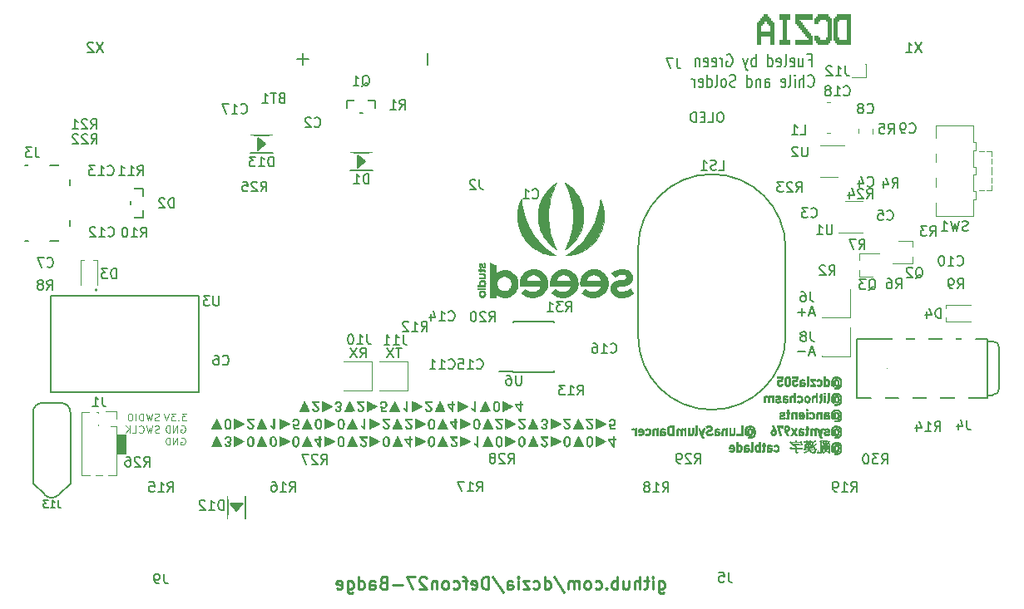
<source format=gbo>
G04 #@! TF.GenerationSoftware,KiCad,Pcbnew,(5.1.0)-1*
G04 #@! TF.CreationDate,2019-06-03T00:00:13-06:00*
G04 #@! TF.ProjectId,laser-theremin,6c617365-722d-4746-9865-72656d696e2e,rev?*
G04 #@! TF.SameCoordinates,Original*
G04 #@! TF.FileFunction,Legend,Bot*
G04 #@! TF.FilePolarity,Positive*
%FSLAX46Y46*%
G04 Gerber Fmt 4.6, Leading zero omitted, Abs format (unit mm)*
G04 Created by KiCad (PCBNEW (5.1.0)-1) date 2019-06-03 00:00:13*
%MOMM*%
%LPD*%
G04 APERTURE LIST*
%ADD10C,0.100000*%
%ADD11C,0.200000*%
%ADD12C,0.250000*%
%ADD13C,0.150000*%
%ADD14C,0.010000*%
%ADD15C,0.127000*%
%ADD16C,0.120000*%
%ADD17C,0.066040*%
%ADD18C,2.200000*%
%ADD19O,3.600000X3.900000*%
%ADD20R,1.797000X1.797000*%
%ADD21C,1.385520*%
%ADD22C,1.388060*%
%ADD23C,1.184860*%
%ADD24C,0.990000*%
%ADD25C,2.650000*%
%ADD26C,2.650000*%
%ADD27O,2.550000X2.150000*%
%ADD28C,1.600000*%
%ADD29C,2.400000*%
%ADD30C,4.387800*%
%ADD31R,2.400000X2.400000*%
%ADD32C,2.100000*%
%ADD33O,2.100000X2.100000*%
%ADD34R,1.600000X2.600000*%
%ADD35R,2.000000X1.800000*%
%ADD36R,1.600000X1.800000*%
%ADD37R,1.100000X2.000000*%
%ADD38R,2.900000X1.650000*%
%ADD39C,1.300000*%
%ADD40R,1.460000X1.050000*%
%ADD41C,1.375000*%
%ADD42R,1.543000X1.416000*%
%ADD43R,1.400000X1.997660*%
%ADD44O,2.550000X1.450000*%
%ADD45C,0.900000*%
%ADD46O,1.900000X0.800000*%
%ADD47R,1.750000X3.800000*%
%ADD48R,1.416000X1.543000*%
%ADD49R,1.100000X0.850000*%
%ADD50R,0.850000X1.000000*%
%ADD51R,1.000000X0.850000*%
%ADD52O,2.400000X1.600000*%
%ADD53R,2.900000X2.900000*%
%ADD54R,1.398220X2.647900*%
%ADD55C,1.400000*%
%ADD56R,2.100000X2.100000*%
%ADD57R,1.400000X1.400000*%
%ADD58C,1.900000*%
%ADD59R,1.950000X1.000000*%
%ADD60R,0.900000X0.900000*%
%ADD61O,1.400000X1.400000*%
G04 APERTURE END LIST*
D10*
G36*
X108480000Y-108410000D02*
G01*
X107600000Y-108410000D01*
X107610000Y-106480000D01*
X108480000Y-106480000D01*
X108480000Y-108410000D01*
G37*
X108480000Y-108410000D02*
X107600000Y-108410000D01*
X107610000Y-106480000D01*
X108480000Y-106480000D01*
X108480000Y-108410000D01*
D11*
X177995238Y-68313214D02*
X178328571Y-68313214D01*
X178328571Y-68967976D02*
X178328571Y-67717976D01*
X177852380Y-67717976D01*
X177042857Y-68134642D02*
X177042857Y-68967976D01*
X177471428Y-68134642D02*
X177471428Y-68789404D01*
X177423809Y-68908452D01*
X177328571Y-68967976D01*
X177185714Y-68967976D01*
X177090476Y-68908452D01*
X177042857Y-68848928D01*
X176185714Y-68908452D02*
X176280952Y-68967976D01*
X176471428Y-68967976D01*
X176566666Y-68908452D01*
X176614285Y-68789404D01*
X176614285Y-68313214D01*
X176566666Y-68194166D01*
X176471428Y-68134642D01*
X176280952Y-68134642D01*
X176185714Y-68194166D01*
X176138095Y-68313214D01*
X176138095Y-68432261D01*
X176614285Y-68551309D01*
X175566666Y-68967976D02*
X175661904Y-68908452D01*
X175709523Y-68789404D01*
X175709523Y-67717976D01*
X174804761Y-68908452D02*
X174900000Y-68967976D01*
X175090476Y-68967976D01*
X175185714Y-68908452D01*
X175233333Y-68789404D01*
X175233333Y-68313214D01*
X175185714Y-68194166D01*
X175090476Y-68134642D01*
X174900000Y-68134642D01*
X174804761Y-68194166D01*
X174757142Y-68313214D01*
X174757142Y-68432261D01*
X175233333Y-68551309D01*
X173900000Y-68967976D02*
X173900000Y-67717976D01*
X173900000Y-68908452D02*
X173995238Y-68967976D01*
X174185714Y-68967976D01*
X174280952Y-68908452D01*
X174328571Y-68848928D01*
X174376190Y-68729880D01*
X174376190Y-68372738D01*
X174328571Y-68253690D01*
X174280952Y-68194166D01*
X174185714Y-68134642D01*
X173995238Y-68134642D01*
X173900000Y-68194166D01*
X172661904Y-68967976D02*
X172661904Y-67717976D01*
X172661904Y-68194166D02*
X172566666Y-68134642D01*
X172376190Y-68134642D01*
X172280952Y-68194166D01*
X172233333Y-68253690D01*
X172185714Y-68372738D01*
X172185714Y-68729880D01*
X172233333Y-68848928D01*
X172280952Y-68908452D01*
X172376190Y-68967976D01*
X172566666Y-68967976D01*
X172661904Y-68908452D01*
X171852380Y-68134642D02*
X171614285Y-68967976D01*
X171376190Y-68134642D02*
X171614285Y-68967976D01*
X171709523Y-69265595D01*
X171757142Y-69325119D01*
X171852380Y-69384642D01*
X169709523Y-67777500D02*
X169804761Y-67717976D01*
X169947619Y-67717976D01*
X170090476Y-67777500D01*
X170185714Y-67896547D01*
X170233333Y-68015595D01*
X170280952Y-68253690D01*
X170280952Y-68432261D01*
X170233333Y-68670357D01*
X170185714Y-68789404D01*
X170090476Y-68908452D01*
X169947619Y-68967976D01*
X169852380Y-68967976D01*
X169709523Y-68908452D01*
X169661904Y-68848928D01*
X169661904Y-68432261D01*
X169852380Y-68432261D01*
X169233333Y-68967976D02*
X169233333Y-68134642D01*
X169233333Y-68372738D02*
X169185714Y-68253690D01*
X169138095Y-68194166D01*
X169042857Y-68134642D01*
X168947619Y-68134642D01*
X168233333Y-68908452D02*
X168328571Y-68967976D01*
X168519047Y-68967976D01*
X168614285Y-68908452D01*
X168661904Y-68789404D01*
X168661904Y-68313214D01*
X168614285Y-68194166D01*
X168519047Y-68134642D01*
X168328571Y-68134642D01*
X168233333Y-68194166D01*
X168185714Y-68313214D01*
X168185714Y-68432261D01*
X168661904Y-68551309D01*
X167376190Y-68908452D02*
X167471428Y-68967976D01*
X167661904Y-68967976D01*
X167757142Y-68908452D01*
X167804761Y-68789404D01*
X167804761Y-68313214D01*
X167757142Y-68194166D01*
X167661904Y-68134642D01*
X167471428Y-68134642D01*
X167376190Y-68194166D01*
X167328571Y-68313214D01*
X167328571Y-68432261D01*
X167804761Y-68551309D01*
X166900000Y-68134642D02*
X166900000Y-68967976D01*
X166900000Y-68253690D02*
X166852380Y-68194166D01*
X166757142Y-68134642D01*
X166614285Y-68134642D01*
X166519047Y-68194166D01*
X166471428Y-68313214D01*
X166471428Y-68967976D01*
X177971428Y-70923928D02*
X178019047Y-70983452D01*
X178161904Y-71042976D01*
X178257142Y-71042976D01*
X178400000Y-70983452D01*
X178495238Y-70864404D01*
X178542857Y-70745357D01*
X178590476Y-70507261D01*
X178590476Y-70328690D01*
X178542857Y-70090595D01*
X178495238Y-69971547D01*
X178400000Y-69852500D01*
X178257142Y-69792976D01*
X178161904Y-69792976D01*
X178019047Y-69852500D01*
X177971428Y-69912023D01*
X177542857Y-71042976D02*
X177542857Y-69792976D01*
X177114285Y-71042976D02*
X177114285Y-70388214D01*
X177161904Y-70269166D01*
X177257142Y-70209642D01*
X177400000Y-70209642D01*
X177495238Y-70269166D01*
X177542857Y-70328690D01*
X176638095Y-71042976D02*
X176638095Y-70209642D01*
X176638095Y-69792976D02*
X176685714Y-69852500D01*
X176638095Y-69912023D01*
X176590476Y-69852500D01*
X176638095Y-69792976D01*
X176638095Y-69912023D01*
X176019047Y-71042976D02*
X176114285Y-70983452D01*
X176161904Y-70864404D01*
X176161904Y-69792976D01*
X175257142Y-70983452D02*
X175352380Y-71042976D01*
X175542857Y-71042976D01*
X175638095Y-70983452D01*
X175685714Y-70864404D01*
X175685714Y-70388214D01*
X175638095Y-70269166D01*
X175542857Y-70209642D01*
X175352380Y-70209642D01*
X175257142Y-70269166D01*
X175209523Y-70388214D01*
X175209523Y-70507261D01*
X175685714Y-70626309D01*
X173590476Y-71042976D02*
X173590476Y-70388214D01*
X173638095Y-70269166D01*
X173733333Y-70209642D01*
X173923809Y-70209642D01*
X174019047Y-70269166D01*
X173590476Y-70983452D02*
X173685714Y-71042976D01*
X173923809Y-71042976D01*
X174019047Y-70983452D01*
X174066666Y-70864404D01*
X174066666Y-70745357D01*
X174019047Y-70626309D01*
X173923809Y-70566785D01*
X173685714Y-70566785D01*
X173590476Y-70507261D01*
X173114285Y-70209642D02*
X173114285Y-71042976D01*
X173114285Y-70328690D02*
X173066666Y-70269166D01*
X172971428Y-70209642D01*
X172828571Y-70209642D01*
X172733333Y-70269166D01*
X172685714Y-70388214D01*
X172685714Y-71042976D01*
X171780952Y-71042976D02*
X171780952Y-69792976D01*
X171780952Y-70983452D02*
X171876190Y-71042976D01*
X172066666Y-71042976D01*
X172161904Y-70983452D01*
X172209523Y-70923928D01*
X172257142Y-70804880D01*
X172257142Y-70447738D01*
X172209523Y-70328690D01*
X172161904Y-70269166D01*
X172066666Y-70209642D01*
X171876190Y-70209642D01*
X171780952Y-70269166D01*
X170590476Y-70983452D02*
X170447619Y-71042976D01*
X170209523Y-71042976D01*
X170114285Y-70983452D01*
X170066666Y-70923928D01*
X170019047Y-70804880D01*
X170019047Y-70685833D01*
X170066666Y-70566785D01*
X170114285Y-70507261D01*
X170209523Y-70447738D01*
X170400000Y-70388214D01*
X170495238Y-70328690D01*
X170542857Y-70269166D01*
X170590476Y-70150119D01*
X170590476Y-70031071D01*
X170542857Y-69912023D01*
X170495238Y-69852500D01*
X170400000Y-69792976D01*
X170161904Y-69792976D01*
X170019047Y-69852500D01*
X169447619Y-71042976D02*
X169542857Y-70983452D01*
X169590476Y-70923928D01*
X169638095Y-70804880D01*
X169638095Y-70447738D01*
X169590476Y-70328690D01*
X169542857Y-70269166D01*
X169447619Y-70209642D01*
X169304761Y-70209642D01*
X169209523Y-70269166D01*
X169161904Y-70328690D01*
X169114285Y-70447738D01*
X169114285Y-70804880D01*
X169161904Y-70923928D01*
X169209523Y-70983452D01*
X169304761Y-71042976D01*
X169447619Y-71042976D01*
X168542857Y-71042976D02*
X168638095Y-70983452D01*
X168685714Y-70864404D01*
X168685714Y-69792976D01*
X167733333Y-71042976D02*
X167733333Y-69792976D01*
X167733333Y-70983452D02*
X167828571Y-71042976D01*
X168019047Y-71042976D01*
X168114285Y-70983452D01*
X168161904Y-70923928D01*
X168209523Y-70804880D01*
X168209523Y-70447738D01*
X168161904Y-70328690D01*
X168114285Y-70269166D01*
X168019047Y-70209642D01*
X167828571Y-70209642D01*
X167733333Y-70269166D01*
X166876190Y-70983452D02*
X166971428Y-71042976D01*
X167161904Y-71042976D01*
X167257142Y-70983452D01*
X167304761Y-70864404D01*
X167304761Y-70388214D01*
X167257142Y-70269166D01*
X167161904Y-70209642D01*
X166971428Y-70209642D01*
X166876190Y-70269166D01*
X166828571Y-70388214D01*
X166828571Y-70507261D01*
X167304761Y-70626309D01*
X166400000Y-71042976D02*
X166400000Y-70209642D01*
X166400000Y-70447738D02*
X166352380Y-70328690D01*
X166304761Y-70269166D01*
X166209523Y-70209642D01*
X166114285Y-70209642D01*
D12*
X162751190Y-121382142D02*
X162751190Y-122394047D01*
X162810714Y-122513095D01*
X162870238Y-122572619D01*
X162989285Y-122632142D01*
X163167857Y-122632142D01*
X163286904Y-122572619D01*
X162751190Y-122155952D02*
X162870238Y-122215476D01*
X163108333Y-122215476D01*
X163227380Y-122155952D01*
X163286904Y-122096428D01*
X163346428Y-121977380D01*
X163346428Y-121620238D01*
X163286904Y-121501190D01*
X163227380Y-121441666D01*
X163108333Y-121382142D01*
X162870238Y-121382142D01*
X162751190Y-121441666D01*
X162155952Y-122215476D02*
X162155952Y-121382142D01*
X162155952Y-120965476D02*
X162215476Y-121025000D01*
X162155952Y-121084523D01*
X162096428Y-121025000D01*
X162155952Y-120965476D01*
X162155952Y-121084523D01*
X161739285Y-121382142D02*
X161263095Y-121382142D01*
X161560714Y-120965476D02*
X161560714Y-122036904D01*
X161501190Y-122155952D01*
X161382142Y-122215476D01*
X161263095Y-122215476D01*
X160846428Y-122215476D02*
X160846428Y-120965476D01*
X160310714Y-122215476D02*
X160310714Y-121560714D01*
X160370238Y-121441666D01*
X160489285Y-121382142D01*
X160667857Y-121382142D01*
X160786904Y-121441666D01*
X160846428Y-121501190D01*
X159179761Y-121382142D02*
X159179761Y-122215476D01*
X159715476Y-121382142D02*
X159715476Y-122036904D01*
X159655952Y-122155952D01*
X159536904Y-122215476D01*
X159358333Y-122215476D01*
X159239285Y-122155952D01*
X159179761Y-122096428D01*
X158584523Y-122215476D02*
X158584523Y-120965476D01*
X158584523Y-121441666D02*
X158465476Y-121382142D01*
X158227380Y-121382142D01*
X158108333Y-121441666D01*
X158048809Y-121501190D01*
X157989285Y-121620238D01*
X157989285Y-121977380D01*
X158048809Y-122096428D01*
X158108333Y-122155952D01*
X158227380Y-122215476D01*
X158465476Y-122215476D01*
X158584523Y-122155952D01*
X157453571Y-122096428D02*
X157394047Y-122155952D01*
X157453571Y-122215476D01*
X157513095Y-122155952D01*
X157453571Y-122096428D01*
X157453571Y-122215476D01*
X156322619Y-122155952D02*
X156441666Y-122215476D01*
X156679761Y-122215476D01*
X156798809Y-122155952D01*
X156858333Y-122096428D01*
X156917857Y-121977380D01*
X156917857Y-121620238D01*
X156858333Y-121501190D01*
X156798809Y-121441666D01*
X156679761Y-121382142D01*
X156441666Y-121382142D01*
X156322619Y-121441666D01*
X155608333Y-122215476D02*
X155727380Y-122155952D01*
X155786904Y-122096428D01*
X155846428Y-121977380D01*
X155846428Y-121620238D01*
X155786904Y-121501190D01*
X155727380Y-121441666D01*
X155608333Y-121382142D01*
X155429761Y-121382142D01*
X155310714Y-121441666D01*
X155251190Y-121501190D01*
X155191666Y-121620238D01*
X155191666Y-121977380D01*
X155251190Y-122096428D01*
X155310714Y-122155952D01*
X155429761Y-122215476D01*
X155608333Y-122215476D01*
X154655952Y-122215476D02*
X154655952Y-121382142D01*
X154655952Y-121501190D02*
X154596428Y-121441666D01*
X154477380Y-121382142D01*
X154298809Y-121382142D01*
X154179761Y-121441666D01*
X154120238Y-121560714D01*
X154120238Y-122215476D01*
X154120238Y-121560714D02*
X154060714Y-121441666D01*
X153941666Y-121382142D01*
X153763095Y-121382142D01*
X153644047Y-121441666D01*
X153584523Y-121560714D01*
X153584523Y-122215476D01*
X152096428Y-120905952D02*
X153167857Y-122513095D01*
X151144047Y-122215476D02*
X151144047Y-120965476D01*
X151144047Y-122155952D02*
X151263095Y-122215476D01*
X151501190Y-122215476D01*
X151620238Y-122155952D01*
X151679761Y-122096428D01*
X151739285Y-121977380D01*
X151739285Y-121620238D01*
X151679761Y-121501190D01*
X151620238Y-121441666D01*
X151501190Y-121382142D01*
X151263095Y-121382142D01*
X151144047Y-121441666D01*
X150013095Y-122155952D02*
X150132142Y-122215476D01*
X150370238Y-122215476D01*
X150489285Y-122155952D01*
X150548809Y-122096428D01*
X150608333Y-121977380D01*
X150608333Y-121620238D01*
X150548809Y-121501190D01*
X150489285Y-121441666D01*
X150370238Y-121382142D01*
X150132142Y-121382142D01*
X150013095Y-121441666D01*
X149596428Y-121382142D02*
X148941666Y-121382142D01*
X149596428Y-122215476D01*
X148941666Y-122215476D01*
X148465476Y-122215476D02*
X148465476Y-121382142D01*
X148465476Y-120965476D02*
X148525000Y-121025000D01*
X148465476Y-121084523D01*
X148405952Y-121025000D01*
X148465476Y-120965476D01*
X148465476Y-121084523D01*
X147334523Y-122215476D02*
X147334523Y-121560714D01*
X147394047Y-121441666D01*
X147513095Y-121382142D01*
X147751190Y-121382142D01*
X147870238Y-121441666D01*
X147334523Y-122155952D02*
X147453571Y-122215476D01*
X147751190Y-122215476D01*
X147870238Y-122155952D01*
X147929761Y-122036904D01*
X147929761Y-121917857D01*
X147870238Y-121798809D01*
X147751190Y-121739285D01*
X147453571Y-121739285D01*
X147334523Y-121679761D01*
X145846428Y-120905952D02*
X146917857Y-122513095D01*
X145429761Y-122215476D02*
X145429761Y-120965476D01*
X145132142Y-120965476D01*
X144953571Y-121025000D01*
X144834523Y-121144047D01*
X144775000Y-121263095D01*
X144715476Y-121501190D01*
X144715476Y-121679761D01*
X144775000Y-121917857D01*
X144834523Y-122036904D01*
X144953571Y-122155952D01*
X145132142Y-122215476D01*
X145429761Y-122215476D01*
X143703571Y-122155952D02*
X143822619Y-122215476D01*
X144060714Y-122215476D01*
X144179761Y-122155952D01*
X144239285Y-122036904D01*
X144239285Y-121560714D01*
X144179761Y-121441666D01*
X144060714Y-121382142D01*
X143822619Y-121382142D01*
X143703571Y-121441666D01*
X143644047Y-121560714D01*
X143644047Y-121679761D01*
X144239285Y-121798809D01*
X143286904Y-121382142D02*
X142810714Y-121382142D01*
X143108333Y-122215476D02*
X143108333Y-121144047D01*
X143048809Y-121025000D01*
X142929761Y-120965476D01*
X142810714Y-120965476D01*
X141858333Y-122155952D02*
X141977380Y-122215476D01*
X142215476Y-122215476D01*
X142334523Y-122155952D01*
X142394047Y-122096428D01*
X142453571Y-121977380D01*
X142453571Y-121620238D01*
X142394047Y-121501190D01*
X142334523Y-121441666D01*
X142215476Y-121382142D01*
X141977380Y-121382142D01*
X141858333Y-121441666D01*
X141144047Y-122215476D02*
X141263095Y-122155952D01*
X141322619Y-122096428D01*
X141382142Y-121977380D01*
X141382142Y-121620238D01*
X141322619Y-121501190D01*
X141263095Y-121441666D01*
X141144047Y-121382142D01*
X140965476Y-121382142D01*
X140846428Y-121441666D01*
X140786904Y-121501190D01*
X140727380Y-121620238D01*
X140727380Y-121977380D01*
X140786904Y-122096428D01*
X140846428Y-122155952D01*
X140965476Y-122215476D01*
X141144047Y-122215476D01*
X140191666Y-121382142D02*
X140191666Y-122215476D01*
X140191666Y-121501190D02*
X140132142Y-121441666D01*
X140013095Y-121382142D01*
X139834523Y-121382142D01*
X139715476Y-121441666D01*
X139655952Y-121560714D01*
X139655952Y-122215476D01*
X139120238Y-121084523D02*
X139060714Y-121025000D01*
X138941666Y-120965476D01*
X138644047Y-120965476D01*
X138525000Y-121025000D01*
X138465476Y-121084523D01*
X138405952Y-121203571D01*
X138405952Y-121322619D01*
X138465476Y-121501190D01*
X139179761Y-122215476D01*
X138405952Y-122215476D01*
X137989285Y-120965476D02*
X137155952Y-120965476D01*
X137691666Y-122215476D01*
X136679761Y-121739285D02*
X135727380Y-121739285D01*
X134715476Y-121560714D02*
X134536904Y-121620238D01*
X134477380Y-121679761D01*
X134417857Y-121798809D01*
X134417857Y-121977380D01*
X134477380Y-122096428D01*
X134536904Y-122155952D01*
X134655952Y-122215476D01*
X135132142Y-122215476D01*
X135132142Y-120965476D01*
X134715476Y-120965476D01*
X134596428Y-121025000D01*
X134536904Y-121084523D01*
X134477380Y-121203571D01*
X134477380Y-121322619D01*
X134536904Y-121441666D01*
X134596428Y-121501190D01*
X134715476Y-121560714D01*
X135132142Y-121560714D01*
X133346428Y-122215476D02*
X133346428Y-121560714D01*
X133405952Y-121441666D01*
X133525000Y-121382142D01*
X133763095Y-121382142D01*
X133882142Y-121441666D01*
X133346428Y-122155952D02*
X133465476Y-122215476D01*
X133763095Y-122215476D01*
X133882142Y-122155952D01*
X133941666Y-122036904D01*
X133941666Y-121917857D01*
X133882142Y-121798809D01*
X133763095Y-121739285D01*
X133465476Y-121739285D01*
X133346428Y-121679761D01*
X132215476Y-122215476D02*
X132215476Y-120965476D01*
X132215476Y-122155952D02*
X132334523Y-122215476D01*
X132572619Y-122215476D01*
X132691666Y-122155952D01*
X132751190Y-122096428D01*
X132810714Y-121977380D01*
X132810714Y-121620238D01*
X132751190Y-121501190D01*
X132691666Y-121441666D01*
X132572619Y-121382142D01*
X132334523Y-121382142D01*
X132215476Y-121441666D01*
X131084523Y-121382142D02*
X131084523Y-122394047D01*
X131144047Y-122513095D01*
X131203571Y-122572619D01*
X131322619Y-122632142D01*
X131501190Y-122632142D01*
X131620238Y-122572619D01*
X131084523Y-122155952D02*
X131203571Y-122215476D01*
X131441666Y-122215476D01*
X131560714Y-122155952D01*
X131620238Y-122096428D01*
X131679761Y-121977380D01*
X131679761Y-121620238D01*
X131620238Y-121501190D01*
X131560714Y-121441666D01*
X131441666Y-121382142D01*
X131203571Y-121382142D01*
X131084523Y-121441666D01*
X130013095Y-122155952D02*
X130132142Y-122215476D01*
X130370238Y-122215476D01*
X130489285Y-122155952D01*
X130548809Y-122036904D01*
X130548809Y-121560714D01*
X130489285Y-121441666D01*
X130370238Y-121382142D01*
X130132142Y-121382142D01*
X130013095Y-121441666D01*
X129953571Y-121560714D01*
X129953571Y-121679761D01*
X130548809Y-121798809D01*
D13*
X132386666Y-98622380D02*
X132720000Y-98146190D01*
X132958095Y-98622380D02*
X132958095Y-97622380D01*
X132577142Y-97622380D01*
X132481904Y-97670000D01*
X132434285Y-97717619D01*
X132386666Y-97812857D01*
X132386666Y-97955714D01*
X132434285Y-98050952D01*
X132481904Y-98098571D01*
X132577142Y-98146190D01*
X132958095Y-98146190D01*
X132053333Y-97622380D02*
X131386666Y-98622380D01*
X131386666Y-97622380D02*
X132053333Y-98622380D01*
X136591904Y-97622380D02*
X136020476Y-97622380D01*
X136306190Y-98622380D02*
X136306190Y-97622380D01*
X135782380Y-97622380D02*
X135115714Y-98622380D01*
X135115714Y-97622380D02*
X135782380Y-98622380D01*
X178617142Y-98086666D02*
X178140952Y-98086666D01*
X178712380Y-98372380D02*
X178379047Y-97372380D01*
X178045714Y-98372380D01*
X177712380Y-97991428D02*
X176950476Y-97991428D01*
X178617142Y-94066666D02*
X178140952Y-94066666D01*
X178712380Y-94352380D02*
X178379047Y-93352380D01*
X178045714Y-94352380D01*
X177712380Y-93971428D02*
X176950476Y-93971428D01*
X177331428Y-94352380D02*
X177331428Y-93590476D01*
X169132380Y-73612380D02*
X168941904Y-73612380D01*
X168846666Y-73660000D01*
X168751428Y-73755238D01*
X168703809Y-73945714D01*
X168703809Y-74279047D01*
X168751428Y-74469523D01*
X168846666Y-74564761D01*
X168941904Y-74612380D01*
X169132380Y-74612380D01*
X169227619Y-74564761D01*
X169322857Y-74469523D01*
X169370476Y-74279047D01*
X169370476Y-73945714D01*
X169322857Y-73755238D01*
X169227619Y-73660000D01*
X169132380Y-73612380D01*
X167799047Y-74612380D02*
X168275238Y-74612380D01*
X168275238Y-73612380D01*
X167465714Y-74088571D02*
X167132380Y-74088571D01*
X166989523Y-74612380D02*
X167465714Y-74612380D01*
X167465714Y-73612380D01*
X166989523Y-73612380D01*
X166560952Y-74612380D02*
X166560952Y-73612380D01*
X166322857Y-73612380D01*
X166180000Y-73660000D01*
X166084761Y-73755238D01*
X166037142Y-73850476D01*
X165989523Y-74040952D01*
X165989523Y-74183809D01*
X166037142Y-74374285D01*
X166084761Y-74469523D01*
X166180000Y-74564761D01*
X166322857Y-74612380D01*
X166560952Y-74612380D01*
D10*
X111926428Y-106253571D02*
X111819285Y-106289285D01*
X111640714Y-106289285D01*
X111569285Y-106253571D01*
X111533571Y-106217857D01*
X111497857Y-106146428D01*
X111497857Y-106075000D01*
X111533571Y-106003571D01*
X111569285Y-105967857D01*
X111640714Y-105932142D01*
X111783571Y-105896428D01*
X111855000Y-105860714D01*
X111890714Y-105825000D01*
X111926428Y-105753571D01*
X111926428Y-105682142D01*
X111890714Y-105610714D01*
X111855000Y-105575000D01*
X111783571Y-105539285D01*
X111605000Y-105539285D01*
X111497857Y-105575000D01*
X111247857Y-105539285D02*
X111069285Y-106289285D01*
X110926428Y-105753571D01*
X110783571Y-106289285D01*
X110605000Y-105539285D01*
X109890714Y-106217857D02*
X109926428Y-106253571D01*
X110033571Y-106289285D01*
X110105000Y-106289285D01*
X110212142Y-106253571D01*
X110283571Y-106182142D01*
X110319285Y-106110714D01*
X110355000Y-105967857D01*
X110355000Y-105860714D01*
X110319285Y-105717857D01*
X110283571Y-105646428D01*
X110212142Y-105575000D01*
X110105000Y-105539285D01*
X110033571Y-105539285D01*
X109926428Y-105575000D01*
X109890714Y-105610714D01*
X109212142Y-106289285D02*
X109569285Y-106289285D01*
X109569285Y-105539285D01*
X108962142Y-106289285D02*
X108962142Y-105539285D01*
X108533571Y-106289285D02*
X108855000Y-105860714D01*
X108533571Y-105539285D02*
X108962142Y-105967857D01*
X111909285Y-105013571D02*
X111802142Y-105049285D01*
X111623571Y-105049285D01*
X111552142Y-105013571D01*
X111516428Y-104977857D01*
X111480714Y-104906428D01*
X111480714Y-104835000D01*
X111516428Y-104763571D01*
X111552142Y-104727857D01*
X111623571Y-104692142D01*
X111766428Y-104656428D01*
X111837857Y-104620714D01*
X111873571Y-104585000D01*
X111909285Y-104513571D01*
X111909285Y-104442142D01*
X111873571Y-104370714D01*
X111837857Y-104335000D01*
X111766428Y-104299285D01*
X111587857Y-104299285D01*
X111480714Y-104335000D01*
X111230714Y-104299285D02*
X111052142Y-105049285D01*
X110909285Y-104513571D01*
X110766428Y-105049285D01*
X110587857Y-104299285D01*
X110302142Y-105049285D02*
X110302142Y-104299285D01*
X110123571Y-104299285D01*
X110016428Y-104335000D01*
X109945000Y-104406428D01*
X109909285Y-104477857D01*
X109873571Y-104620714D01*
X109873571Y-104727857D01*
X109909285Y-104870714D01*
X109945000Y-104942142D01*
X110016428Y-105013571D01*
X110123571Y-105049285D01*
X110302142Y-105049285D01*
X109552142Y-105049285D02*
X109552142Y-104299285D01*
X109052142Y-104299285D02*
X108909285Y-104299285D01*
X108837857Y-104335000D01*
X108766428Y-104406428D01*
X108730714Y-104549285D01*
X108730714Y-104799285D01*
X108766428Y-104942142D01*
X108837857Y-105013571D01*
X108909285Y-105049285D01*
X109052142Y-105049285D01*
X109123571Y-105013571D01*
X109195000Y-104942142D01*
X109230714Y-104799285D01*
X109230714Y-104549285D01*
X109195000Y-104406428D01*
X109123571Y-104335000D01*
X109052142Y-104299285D01*
X114697142Y-104304285D02*
X114232857Y-104304285D01*
X114482857Y-104590000D01*
X114375714Y-104590000D01*
X114304285Y-104625714D01*
X114268571Y-104661428D01*
X114232857Y-104732857D01*
X114232857Y-104911428D01*
X114268571Y-104982857D01*
X114304285Y-105018571D01*
X114375714Y-105054285D01*
X114590000Y-105054285D01*
X114661428Y-105018571D01*
X114697142Y-104982857D01*
X113911428Y-104982857D02*
X113875714Y-105018571D01*
X113911428Y-105054285D01*
X113947142Y-105018571D01*
X113911428Y-104982857D01*
X113911428Y-105054285D01*
X113625714Y-104304285D02*
X113161428Y-104304285D01*
X113411428Y-104590000D01*
X113304285Y-104590000D01*
X113232857Y-104625714D01*
X113197142Y-104661428D01*
X113161428Y-104732857D01*
X113161428Y-104911428D01*
X113197142Y-104982857D01*
X113232857Y-105018571D01*
X113304285Y-105054285D01*
X113518571Y-105054285D01*
X113590000Y-105018571D01*
X113625714Y-104982857D01*
X112947142Y-104304285D02*
X112697142Y-105054285D01*
X112447142Y-104304285D01*
X114161428Y-105565000D02*
X114232857Y-105529285D01*
X114340000Y-105529285D01*
X114447142Y-105565000D01*
X114518571Y-105636428D01*
X114554285Y-105707857D01*
X114590000Y-105850714D01*
X114590000Y-105957857D01*
X114554285Y-106100714D01*
X114518571Y-106172142D01*
X114447142Y-106243571D01*
X114340000Y-106279285D01*
X114268571Y-106279285D01*
X114161428Y-106243571D01*
X114125714Y-106207857D01*
X114125714Y-105957857D01*
X114268571Y-105957857D01*
X113804285Y-106279285D02*
X113804285Y-105529285D01*
X113375714Y-106279285D01*
X113375714Y-105529285D01*
X113018571Y-106279285D02*
X113018571Y-105529285D01*
X112840000Y-105529285D01*
X112732857Y-105565000D01*
X112661428Y-105636428D01*
X112625714Y-105707857D01*
X112590000Y-105850714D01*
X112590000Y-105957857D01*
X112625714Y-106100714D01*
X112661428Y-106172142D01*
X112732857Y-106243571D01*
X112840000Y-106279285D01*
X113018571Y-106279285D01*
X114161428Y-106790000D02*
X114232857Y-106754285D01*
X114340000Y-106754285D01*
X114447142Y-106790000D01*
X114518571Y-106861428D01*
X114554285Y-106932857D01*
X114590000Y-107075714D01*
X114590000Y-107182857D01*
X114554285Y-107325714D01*
X114518571Y-107397142D01*
X114447142Y-107468571D01*
X114340000Y-107504285D01*
X114268571Y-107504285D01*
X114161428Y-107468571D01*
X114125714Y-107432857D01*
X114125714Y-107182857D01*
X114268571Y-107182857D01*
X113804285Y-107504285D02*
X113804285Y-106754285D01*
X113375714Y-107504285D01*
X113375714Y-106754285D01*
X113018571Y-107504285D02*
X113018571Y-106754285D01*
X112840000Y-106754285D01*
X112732857Y-106790000D01*
X112661428Y-106861428D01*
X112625714Y-106932857D01*
X112590000Y-107075714D01*
X112590000Y-107182857D01*
X112625714Y-107325714D01*
X112661428Y-107397142D01*
X112732857Y-107468571D01*
X112840000Y-107504285D01*
X113018571Y-107504285D01*
D14*
G36*
X180908078Y-63856532D02*
G01*
X180749262Y-63856532D01*
X180749262Y-64078875D01*
X180590446Y-64078875D01*
X180590446Y-66238775D01*
X180749262Y-66238775D01*
X180749262Y-66461117D01*
X180908078Y-66461117D01*
X180908078Y-66672872D01*
X182220958Y-66672872D01*
X182220958Y-64089462D01*
X181892738Y-64089462D01*
X181892738Y-66228187D01*
X181088070Y-66228187D01*
X181088070Y-66016432D01*
X180918666Y-66016432D01*
X180918666Y-64301217D01*
X181088070Y-64301217D01*
X181088070Y-64089462D01*
X181892738Y-64089462D01*
X182220958Y-64089462D01*
X182220958Y-63644777D01*
X180908078Y-63644777D01*
X180908078Y-63856532D01*
X180908078Y-63856532D01*
G37*
X180908078Y-63856532D02*
X180749262Y-63856532D01*
X180749262Y-64078875D01*
X180590446Y-64078875D01*
X180590446Y-66238775D01*
X180749262Y-66238775D01*
X180749262Y-66461117D01*
X180908078Y-66461117D01*
X180908078Y-66672872D01*
X182220958Y-66672872D01*
X182220958Y-64089462D01*
X181892738Y-64089462D01*
X181892738Y-66228187D01*
X181088070Y-66228187D01*
X181088070Y-66016432D01*
X180918666Y-66016432D01*
X180918666Y-64301217D01*
X181088070Y-64301217D01*
X181088070Y-64089462D01*
X181892738Y-64089462D01*
X182220958Y-64089462D01*
X182220958Y-63644777D01*
X180908078Y-63644777D01*
X180908078Y-63856532D01*
G36*
X178970521Y-63856532D02*
G01*
X178801117Y-63856532D01*
X178801117Y-64078875D01*
X178642301Y-64078875D01*
X178642301Y-64512972D01*
X178981108Y-64512972D01*
X178981108Y-64301217D01*
X179139925Y-64301217D01*
X179139925Y-64089462D01*
X179775189Y-64089462D01*
X179775189Y-64301217D01*
X179944593Y-64301217D01*
X179944593Y-66016432D01*
X179775189Y-66016432D01*
X179775189Y-66228187D01*
X179139925Y-66228187D01*
X179139925Y-66016432D01*
X178981108Y-66016432D01*
X178981108Y-65804677D01*
X178642301Y-65804677D01*
X178642301Y-66238775D01*
X178801117Y-66238775D01*
X178801117Y-66461117D01*
X178970521Y-66461117D01*
X178970521Y-66672872D01*
X179955181Y-66672872D01*
X179955181Y-66461117D01*
X180113997Y-66461117D01*
X180113997Y-66238775D01*
X180272813Y-66238775D01*
X180272813Y-64078875D01*
X180113997Y-64078875D01*
X180113997Y-63856532D01*
X179955181Y-63856532D01*
X179955181Y-63644777D01*
X178970521Y-63644777D01*
X178970521Y-63856532D01*
X178970521Y-63856532D01*
G37*
X178970521Y-63856532D02*
X178801117Y-63856532D01*
X178801117Y-64078875D01*
X178642301Y-64078875D01*
X178642301Y-64512972D01*
X178981108Y-64512972D01*
X178981108Y-64301217D01*
X179139925Y-64301217D01*
X179139925Y-64089462D01*
X179775189Y-64089462D01*
X179775189Y-64301217D01*
X179944593Y-64301217D01*
X179944593Y-66016432D01*
X179775189Y-66016432D01*
X179775189Y-66228187D01*
X179139925Y-66228187D01*
X179139925Y-66016432D01*
X178981108Y-66016432D01*
X178981108Y-65804677D01*
X178642301Y-65804677D01*
X178642301Y-66238775D01*
X178801117Y-66238775D01*
X178801117Y-66461117D01*
X178970521Y-66461117D01*
X178970521Y-66672872D01*
X179955181Y-66672872D01*
X179955181Y-66461117D01*
X180113997Y-66461117D01*
X180113997Y-66238775D01*
X180272813Y-66238775D01*
X180272813Y-64078875D01*
X180113997Y-64078875D01*
X180113997Y-63856532D01*
X179955181Y-63856532D01*
X179955181Y-63644777D01*
X178970521Y-63644777D01*
X178970521Y-63856532D01*
G36*
X176704743Y-64512972D02*
G01*
X176863559Y-64512972D01*
X176863559Y-64735315D01*
X177022376Y-64735315D01*
X177022376Y-64947070D01*
X177181192Y-64947070D01*
X177181192Y-65169412D01*
X177350596Y-65169412D01*
X177350596Y-65381167D01*
X177509412Y-65381167D01*
X177509412Y-65592922D01*
X177668228Y-65592922D01*
X177668228Y-65815265D01*
X177837632Y-65815265D01*
X177837632Y-66027020D01*
X177996448Y-66027020D01*
X177996448Y-66228187D01*
X176704743Y-66228187D01*
X176704743Y-66672872D01*
X178335256Y-66672872D01*
X178335256Y-65804677D01*
X178165852Y-65804677D01*
X178165852Y-65582335D01*
X178007036Y-65582335D01*
X178007036Y-65370580D01*
X177848220Y-65370580D01*
X177848220Y-65158825D01*
X177678816Y-65158825D01*
X177678816Y-64936482D01*
X177520000Y-64936482D01*
X177520000Y-64724727D01*
X177361183Y-64724727D01*
X177361183Y-64502385D01*
X177191780Y-64502385D01*
X177191780Y-64290630D01*
X177032963Y-64290630D01*
X177032963Y-64089462D01*
X178335256Y-64089462D01*
X178335256Y-63644777D01*
X176704743Y-63644777D01*
X176704743Y-64512972D01*
X176704743Y-64512972D01*
G37*
X176704743Y-64512972D02*
X176863559Y-64512972D01*
X176863559Y-64735315D01*
X177022376Y-64735315D01*
X177022376Y-64947070D01*
X177181192Y-64947070D01*
X177181192Y-65169412D01*
X177350596Y-65169412D01*
X177350596Y-65381167D01*
X177509412Y-65381167D01*
X177509412Y-65592922D01*
X177668228Y-65592922D01*
X177668228Y-65815265D01*
X177837632Y-65815265D01*
X177837632Y-66027020D01*
X177996448Y-66027020D01*
X177996448Y-66228187D01*
X176704743Y-66228187D01*
X176704743Y-66672872D01*
X178335256Y-66672872D01*
X178335256Y-65804677D01*
X178165852Y-65804677D01*
X178165852Y-65582335D01*
X178007036Y-65582335D01*
X178007036Y-65370580D01*
X177848220Y-65370580D01*
X177848220Y-65158825D01*
X177678816Y-65158825D01*
X177678816Y-64936482D01*
X177520000Y-64936482D01*
X177520000Y-64724727D01*
X177361183Y-64724727D01*
X177361183Y-64502385D01*
X177191780Y-64502385D01*
X177191780Y-64290630D01*
X177032963Y-64290630D01*
X177032963Y-64089462D01*
X178335256Y-64089462D01*
X178335256Y-63644777D01*
X176704743Y-63644777D01*
X176704743Y-64512972D01*
G36*
X175084818Y-64089462D02*
G01*
X175402451Y-64089462D01*
X175402451Y-66228187D01*
X175084818Y-66228187D01*
X175084818Y-66672872D01*
X176058891Y-66672872D01*
X176058891Y-66228187D01*
X175741258Y-66228187D01*
X175741258Y-64089462D01*
X176058891Y-64089462D01*
X176058891Y-63644777D01*
X175084818Y-63644777D01*
X175084818Y-64089462D01*
X175084818Y-64089462D01*
G37*
X175084818Y-64089462D02*
X175402451Y-64089462D01*
X175402451Y-66228187D01*
X175084818Y-66228187D01*
X175084818Y-66672872D01*
X176058891Y-66672872D01*
X176058891Y-66228187D01*
X175741258Y-66228187D01*
X175741258Y-64089462D01*
X176058891Y-64089462D01*
X176058891Y-63644777D01*
X175084818Y-63644777D01*
X175084818Y-64089462D01*
G36*
X173454306Y-63856532D02*
G01*
X173295489Y-63856532D01*
X173295489Y-64078875D01*
X173136673Y-64078875D01*
X173136673Y-64290630D01*
X172977857Y-64290630D01*
X172977857Y-64502385D01*
X172808453Y-64502385D01*
X172808453Y-66672872D01*
X173147261Y-66672872D01*
X173147261Y-65815265D01*
X174110746Y-65815265D01*
X174110746Y-66672872D01*
X174438966Y-66672872D01*
X174438966Y-64735315D01*
X174110746Y-64735315D01*
X174110746Y-65370580D01*
X173147261Y-65370580D01*
X173147261Y-64735315D01*
X173306077Y-64735315D01*
X173306077Y-64512972D01*
X173464893Y-64512972D01*
X173464893Y-64301217D01*
X173782526Y-64301217D01*
X173782526Y-64512972D01*
X173941342Y-64512972D01*
X173941342Y-64735315D01*
X174110746Y-64735315D01*
X174438966Y-64735315D01*
X174438966Y-64502385D01*
X174280150Y-64502385D01*
X174280150Y-64290630D01*
X174121333Y-64290630D01*
X174121333Y-64078875D01*
X173951930Y-64078875D01*
X173951930Y-63856532D01*
X173793113Y-63856532D01*
X173793113Y-63644777D01*
X173454306Y-63644777D01*
X173454306Y-63856532D01*
X173454306Y-63856532D01*
G37*
X173454306Y-63856532D02*
X173295489Y-63856532D01*
X173295489Y-64078875D01*
X173136673Y-64078875D01*
X173136673Y-64290630D01*
X172977857Y-64290630D01*
X172977857Y-64502385D01*
X172808453Y-64502385D01*
X172808453Y-66672872D01*
X173147261Y-66672872D01*
X173147261Y-65815265D01*
X174110746Y-65815265D01*
X174110746Y-66672872D01*
X174438966Y-66672872D01*
X174438966Y-64735315D01*
X174110746Y-64735315D01*
X174110746Y-65370580D01*
X173147261Y-65370580D01*
X173147261Y-64735315D01*
X173306077Y-64735315D01*
X173306077Y-64512972D01*
X173464893Y-64512972D01*
X173464893Y-64301217D01*
X173782526Y-64301217D01*
X173782526Y-64512972D01*
X173941342Y-64512972D01*
X173941342Y-64735315D01*
X174110746Y-64735315D01*
X174438966Y-64735315D01*
X174438966Y-64502385D01*
X174280150Y-64502385D01*
X174280150Y-64290630D01*
X174121333Y-64290630D01*
X174121333Y-64078875D01*
X173951930Y-64078875D01*
X173951930Y-63856532D01*
X173793113Y-63856532D01*
X173793113Y-63644777D01*
X173454306Y-63644777D01*
X173454306Y-63856532D01*
G36*
X177853124Y-100527409D02*
G01*
X177829033Y-100541257D01*
X177822856Y-100577389D01*
X177822666Y-100599250D01*
X177825230Y-100646682D01*
X177841056Y-100667762D01*
X177882350Y-100673167D01*
X177907333Y-100673333D01*
X177961542Y-100671090D01*
X177985633Y-100657242D01*
X177991811Y-100621110D01*
X177992000Y-100599250D01*
X177989437Y-100551817D01*
X177973610Y-100530737D01*
X177932316Y-100525332D01*
X177907333Y-100525166D01*
X177853124Y-100527409D01*
X177853124Y-100527409D01*
G37*
X177853124Y-100527409D02*
X177829033Y-100541257D01*
X177822856Y-100577389D01*
X177822666Y-100599250D01*
X177825230Y-100646682D01*
X177841056Y-100667762D01*
X177882350Y-100673167D01*
X177907333Y-100673333D01*
X177961542Y-100671090D01*
X177985633Y-100657242D01*
X177991811Y-100621110D01*
X177992000Y-100599250D01*
X177989437Y-100551817D01*
X177973610Y-100530737D01*
X177932316Y-100525332D01*
X177907333Y-100525166D01*
X177853124Y-100527409D01*
G36*
X174838166Y-100673333D02*
G01*
X175198000Y-100673333D01*
X175198000Y-100858633D01*
X175106257Y-100848292D01*
X175002316Y-100853855D01*
X174915318Y-100892744D01*
X174853353Y-100961164D01*
X174849108Y-100968973D01*
X174828444Y-101035906D01*
X174817755Y-101127268D01*
X174816907Y-101227985D01*
X174825764Y-101322982D01*
X174844192Y-101397183D01*
X174853111Y-101415850D01*
X174914974Y-101482112D01*
X175000730Y-101524502D01*
X175097608Y-101540310D01*
X175192837Y-101526826D01*
X175249489Y-101499969D01*
X175316324Y-101439702D01*
X175357696Y-101368951D01*
X175366583Y-101324208D01*
X175356437Y-101298178D01*
X175318220Y-101287926D01*
X175293250Y-101287166D01*
X175244278Y-101292104D01*
X175219804Y-101304245D01*
X175219166Y-101306821D01*
X175200651Y-101345449D01*
X175155345Y-101377576D01*
X175098615Y-101392802D01*
X175091855Y-101393000D01*
X175027994Y-101374895D01*
X174986112Y-101321017D01*
X174966622Y-101232019D01*
X174965166Y-101191916D01*
X174972345Y-101112151D01*
X174991173Y-101049816D01*
X174998117Y-101037876D01*
X175047558Y-100999703D01*
X175110230Y-100992992D01*
X175170707Y-101018040D01*
X175188346Y-101034193D01*
X175244558Y-101068622D01*
X175292168Y-101071235D01*
X175356750Y-101064916D01*
X175368598Y-100525166D01*
X174838166Y-100525166D01*
X174838166Y-100673333D01*
X174838166Y-100673333D01*
G37*
X174838166Y-100673333D02*
X175198000Y-100673333D01*
X175198000Y-100858633D01*
X175106257Y-100848292D01*
X175002316Y-100853855D01*
X174915318Y-100892744D01*
X174853353Y-100961164D01*
X174849108Y-100968973D01*
X174828444Y-101035906D01*
X174817755Y-101127268D01*
X174816907Y-101227985D01*
X174825764Y-101322982D01*
X174844192Y-101397183D01*
X174853111Y-101415850D01*
X174914974Y-101482112D01*
X175000730Y-101524502D01*
X175097608Y-101540310D01*
X175192837Y-101526826D01*
X175249489Y-101499969D01*
X175316324Y-101439702D01*
X175357696Y-101368951D01*
X175366583Y-101324208D01*
X175356437Y-101298178D01*
X175318220Y-101287926D01*
X175293250Y-101287166D01*
X175244278Y-101292104D01*
X175219804Y-101304245D01*
X175219166Y-101306821D01*
X175200651Y-101345449D01*
X175155345Y-101377576D01*
X175098615Y-101392802D01*
X175091855Y-101393000D01*
X175027994Y-101374895D01*
X174986112Y-101321017D01*
X174966622Y-101232019D01*
X174965166Y-101191916D01*
X174972345Y-101112151D01*
X174991173Y-101049816D01*
X174998117Y-101037876D01*
X175047558Y-100999703D01*
X175110230Y-100992992D01*
X175170707Y-101018040D01*
X175188346Y-101034193D01*
X175244558Y-101068622D01*
X175292168Y-101071235D01*
X175356750Y-101064916D01*
X175368598Y-100525166D01*
X174838166Y-100525166D01*
X174838166Y-100673333D01*
G36*
X175735441Y-100541751D02*
G01*
X175650862Y-100590680D01*
X175594288Y-100670717D01*
X175579737Y-100711735D01*
X175569452Y-100773889D01*
X175562874Y-100865123D01*
X175559904Y-100974066D01*
X175560443Y-101089347D01*
X175564392Y-101199593D01*
X175571650Y-101293434D01*
X175582120Y-101359497D01*
X175585486Y-101371100D01*
X175632305Y-101446809D01*
X175707460Y-101503203D01*
X175799893Y-101536462D01*
X175898546Y-101542765D01*
X175992359Y-101518293D01*
X176000293Y-101514396D01*
X176049028Y-101478583D01*
X176095216Y-101428928D01*
X176095543Y-101428489D01*
X176112426Y-101402542D01*
X176124408Y-101372619D01*
X176132319Y-101331373D01*
X176136986Y-101271454D01*
X176139237Y-101185516D01*
X176139901Y-101066210D01*
X176139914Y-101038126D01*
X175991750Y-101038126D01*
X175991257Y-101156504D01*
X175989170Y-101239763D01*
X175984578Y-101295113D01*
X175976569Y-101329763D01*
X175964230Y-101350922D01*
X175950663Y-101362956D01*
X175887869Y-101388735D01*
X175818905Y-101388417D01*
X175763148Y-101362332D01*
X175760428Y-101359738D01*
X175746796Y-101338697D01*
X175737323Y-101302962D01*
X175731341Y-101245806D01*
X175728181Y-101160504D01*
X175727175Y-101040330D01*
X175727166Y-101025304D01*
X175728837Y-100884464D01*
X175733942Y-100783999D01*
X175742625Y-100722079D01*
X175752566Y-100698733D01*
X175797360Y-100678327D01*
X175860877Y-100674030D01*
X175923120Y-100684928D01*
X175962700Y-100708336D01*
X175975402Y-100736470D01*
X175984134Y-100788706D01*
X175989373Y-100870456D01*
X175991596Y-100987132D01*
X175991750Y-101038126D01*
X176139914Y-101038126D01*
X176139916Y-101034818D01*
X176138627Y-100888434D01*
X176133709Y-100778028D01*
X176123585Y-100697298D01*
X176106680Y-100639939D01*
X176081419Y-100599647D01*
X176046226Y-100570118D01*
X176020008Y-100555110D01*
X175965244Y-100537837D01*
X175889845Y-100527018D01*
X175846258Y-100525166D01*
X175735441Y-100541751D01*
X175735441Y-100541751D01*
G37*
X175735441Y-100541751D02*
X175650862Y-100590680D01*
X175594288Y-100670717D01*
X175579737Y-100711735D01*
X175569452Y-100773889D01*
X175562874Y-100865123D01*
X175559904Y-100974066D01*
X175560443Y-101089347D01*
X175564392Y-101199593D01*
X175571650Y-101293434D01*
X175582120Y-101359497D01*
X175585486Y-101371100D01*
X175632305Y-101446809D01*
X175707460Y-101503203D01*
X175799893Y-101536462D01*
X175898546Y-101542765D01*
X175992359Y-101518293D01*
X176000293Y-101514396D01*
X176049028Y-101478583D01*
X176095216Y-101428928D01*
X176095543Y-101428489D01*
X176112426Y-101402542D01*
X176124408Y-101372619D01*
X176132319Y-101331373D01*
X176136986Y-101271454D01*
X176139237Y-101185516D01*
X176139901Y-101066210D01*
X176139914Y-101038126D01*
X175991750Y-101038126D01*
X175991257Y-101156504D01*
X175989170Y-101239763D01*
X175984578Y-101295113D01*
X175976569Y-101329763D01*
X175964230Y-101350922D01*
X175950663Y-101362956D01*
X175887869Y-101388735D01*
X175818905Y-101388417D01*
X175763148Y-101362332D01*
X175760428Y-101359738D01*
X175746796Y-101338697D01*
X175737323Y-101302962D01*
X175731341Y-101245806D01*
X175728181Y-101160504D01*
X175727175Y-101040330D01*
X175727166Y-101025304D01*
X175728837Y-100884464D01*
X175733942Y-100783999D01*
X175742625Y-100722079D01*
X175752566Y-100698733D01*
X175797360Y-100678327D01*
X175860877Y-100674030D01*
X175923120Y-100684928D01*
X175962700Y-100708336D01*
X175975402Y-100736470D01*
X175984134Y-100788706D01*
X175989373Y-100870456D01*
X175991596Y-100987132D01*
X175991750Y-101038126D01*
X176139914Y-101038126D01*
X176139916Y-101034818D01*
X176138627Y-100888434D01*
X176133709Y-100778028D01*
X176123585Y-100697298D01*
X176106680Y-100639939D01*
X176081419Y-100599647D01*
X176046226Y-100570118D01*
X176020008Y-100555110D01*
X175965244Y-100537837D01*
X175889845Y-100527018D01*
X175846258Y-100525166D01*
X175735441Y-100541751D01*
G36*
X176362166Y-100673333D02*
G01*
X176722000Y-100673333D01*
X176722000Y-100858633D01*
X176630257Y-100848292D01*
X176526316Y-100853855D01*
X176439318Y-100892744D01*
X176377353Y-100961164D01*
X176373108Y-100968973D01*
X176352444Y-101035906D01*
X176341755Y-101127268D01*
X176340907Y-101227985D01*
X176349764Y-101322982D01*
X176368192Y-101397183D01*
X176377111Y-101415850D01*
X176438974Y-101482112D01*
X176524730Y-101524502D01*
X176621608Y-101540310D01*
X176716837Y-101526826D01*
X176773489Y-101499969D01*
X176840324Y-101439702D01*
X176881696Y-101368951D01*
X176890583Y-101324208D01*
X176880437Y-101298178D01*
X176842220Y-101287926D01*
X176817250Y-101287166D01*
X176768278Y-101292104D01*
X176743804Y-101304245D01*
X176743166Y-101306821D01*
X176724651Y-101345449D01*
X176679345Y-101377576D01*
X176622615Y-101392802D01*
X176615855Y-101393000D01*
X176551994Y-101374895D01*
X176510112Y-101321017D01*
X176490622Y-101232019D01*
X176489166Y-101191916D01*
X176496345Y-101112151D01*
X176515173Y-101049816D01*
X176522117Y-101037876D01*
X176571558Y-100999703D01*
X176634230Y-100992992D01*
X176694707Y-101018040D01*
X176712346Y-101034193D01*
X176768558Y-101068622D01*
X176816168Y-101071235D01*
X176880750Y-101064916D01*
X176892598Y-100525166D01*
X176362166Y-100525166D01*
X176362166Y-100673333D01*
X176362166Y-100673333D01*
G37*
X176362166Y-100673333D02*
X176722000Y-100673333D01*
X176722000Y-100858633D01*
X176630257Y-100848292D01*
X176526316Y-100853855D01*
X176439318Y-100892744D01*
X176377353Y-100961164D01*
X176373108Y-100968973D01*
X176352444Y-101035906D01*
X176341755Y-101127268D01*
X176340907Y-101227985D01*
X176349764Y-101322982D01*
X176368192Y-101397183D01*
X176377111Y-101415850D01*
X176438974Y-101482112D01*
X176524730Y-101524502D01*
X176621608Y-101540310D01*
X176716837Y-101526826D01*
X176773489Y-101499969D01*
X176840324Y-101439702D01*
X176881696Y-101368951D01*
X176890583Y-101324208D01*
X176880437Y-101298178D01*
X176842220Y-101287926D01*
X176817250Y-101287166D01*
X176768278Y-101292104D01*
X176743804Y-101304245D01*
X176743166Y-101306821D01*
X176724651Y-101345449D01*
X176679345Y-101377576D01*
X176622615Y-101392802D01*
X176615855Y-101393000D01*
X176551994Y-101374895D01*
X176510112Y-101321017D01*
X176490622Y-101232019D01*
X176489166Y-101191916D01*
X176496345Y-101112151D01*
X176515173Y-101049816D01*
X176522117Y-101037876D01*
X176571558Y-100999703D01*
X176634230Y-100992992D01*
X176694707Y-101018040D01*
X176712346Y-101034193D01*
X176768558Y-101068622D01*
X176816168Y-101071235D01*
X176880750Y-101064916D01*
X176892598Y-100525166D01*
X176362166Y-100525166D01*
X176362166Y-100673333D01*
G36*
X177340824Y-100806194D02*
G01*
X177249997Y-100825613D01*
X177181602Y-100863650D01*
X177133340Y-100924737D01*
X177102908Y-101013307D01*
X177088005Y-101133791D01*
X177086331Y-101290623D01*
X177086466Y-101296137D01*
X177092416Y-101530583D01*
X177153620Y-101537569D01*
X177202636Y-101534845D01*
X177230303Y-101519509D01*
X177253913Y-101505177D01*
X177289416Y-101517814D01*
X177352400Y-101535546D01*
X177434624Y-101539256D01*
X177515546Y-101529403D01*
X177566337Y-101511628D01*
X177629090Y-101456187D01*
X177663930Y-101382287D01*
X177668329Y-101334500D01*
X177524288Y-101334500D01*
X177503553Y-101379994D01*
X177489291Y-101391304D01*
X177429022Y-101409410D01*
X177352939Y-101411799D01*
X177284581Y-101398369D01*
X177270942Y-101392255D01*
X177238619Y-101355042D01*
X177230000Y-101297005D01*
X177230000Y-101223666D01*
X177337225Y-101223666D01*
X177408283Y-101227898D01*
X177466878Y-101238637D01*
X177485391Y-101245578D01*
X177518062Y-101283260D01*
X177524288Y-101334500D01*
X177668329Y-101334500D01*
X177671442Y-101300685D01*
X177652214Y-101222135D01*
X177606831Y-101157395D01*
X177544984Y-101120128D01*
X177485605Y-101106980D01*
X177405572Y-101098466D01*
X177352415Y-101096666D01*
X177283084Y-101095678D01*
X177247300Y-101090196D01*
X177236286Y-101076441D01*
X177241261Y-101050635D01*
X177241747Y-101049041D01*
X177262388Y-100999433D01*
X177277515Y-100974958D01*
X177314831Y-100955977D01*
X177374893Y-100949243D01*
X177439804Y-100955157D01*
X177485176Y-100970295D01*
X177528915Y-100979622D01*
X177579034Y-100957278D01*
X177616911Y-100926474D01*
X177632166Y-100902542D01*
X177613127Y-100876431D01*
X177564011Y-100849662D01*
X177496820Y-100826205D01*
X177423559Y-100810028D01*
X177356229Y-100805103D01*
X177340824Y-100806194D01*
X177340824Y-100806194D01*
G37*
X177340824Y-100806194D02*
X177249997Y-100825613D01*
X177181602Y-100863650D01*
X177133340Y-100924737D01*
X177102908Y-101013307D01*
X177088005Y-101133791D01*
X177086331Y-101290623D01*
X177086466Y-101296137D01*
X177092416Y-101530583D01*
X177153620Y-101537569D01*
X177202636Y-101534845D01*
X177230303Y-101519509D01*
X177253913Y-101505177D01*
X177289416Y-101517814D01*
X177352400Y-101535546D01*
X177434624Y-101539256D01*
X177515546Y-101529403D01*
X177566337Y-101511628D01*
X177629090Y-101456187D01*
X177663930Y-101382287D01*
X177668329Y-101334500D01*
X177524288Y-101334500D01*
X177503553Y-101379994D01*
X177489291Y-101391304D01*
X177429022Y-101409410D01*
X177352939Y-101411799D01*
X177284581Y-101398369D01*
X177270942Y-101392255D01*
X177238619Y-101355042D01*
X177230000Y-101297005D01*
X177230000Y-101223666D01*
X177337225Y-101223666D01*
X177408283Y-101227898D01*
X177466878Y-101238637D01*
X177485391Y-101245578D01*
X177518062Y-101283260D01*
X177524288Y-101334500D01*
X177668329Y-101334500D01*
X177671442Y-101300685D01*
X177652214Y-101222135D01*
X177606831Y-101157395D01*
X177544984Y-101120128D01*
X177485605Y-101106980D01*
X177405572Y-101098466D01*
X177352415Y-101096666D01*
X177283084Y-101095678D01*
X177247300Y-101090196D01*
X177236286Y-101076441D01*
X177241261Y-101050635D01*
X177241747Y-101049041D01*
X177262388Y-100999433D01*
X177277515Y-100974958D01*
X177314831Y-100955977D01*
X177374893Y-100949243D01*
X177439804Y-100955157D01*
X177485176Y-100970295D01*
X177528915Y-100979622D01*
X177579034Y-100957278D01*
X177616911Y-100926474D01*
X177632166Y-100902542D01*
X177613127Y-100876431D01*
X177564011Y-100849662D01*
X177496820Y-100826205D01*
X177423559Y-100810028D01*
X177356229Y-100805103D01*
X177340824Y-100806194D01*
G36*
X177827446Y-101176041D02*
G01*
X177833250Y-101530583D01*
X177897511Y-101536878D01*
X177947701Y-101536842D01*
X177976886Y-101528058D01*
X177981963Y-101502793D01*
X177986314Y-101442623D01*
X177989627Y-101354973D01*
X177991592Y-101247270D01*
X177992000Y-101167222D01*
X177992000Y-100821500D01*
X177821643Y-100821500D01*
X177827446Y-101176041D01*
X177827446Y-101176041D01*
G37*
X177827446Y-101176041D02*
X177833250Y-101530583D01*
X177897511Y-101536878D01*
X177947701Y-101536842D01*
X177976886Y-101528058D01*
X177981963Y-101502793D01*
X177986314Y-101442623D01*
X177989627Y-101354973D01*
X177991592Y-101247270D01*
X177992000Y-101167222D01*
X177992000Y-100821500D01*
X177821643Y-100821500D01*
X177827446Y-101176041D01*
G36*
X178161333Y-100874124D02*
G01*
X178174785Y-100915676D01*
X178213333Y-100984658D01*
X178274269Y-101076582D01*
X178330582Y-101154582D01*
X178499830Y-101382416D01*
X178330582Y-101388564D01*
X178161333Y-101394712D01*
X178161333Y-101541166D01*
X178690500Y-101541166D01*
X178690500Y-101470359D01*
X178684748Y-101431941D01*
X178665003Y-101384835D01*
X178627529Y-101322520D01*
X178568589Y-101238476D01*
X178520704Y-101174026D01*
X178350908Y-100948500D01*
X178690500Y-100948500D01*
X178690500Y-100821500D01*
X178161333Y-100821500D01*
X178161333Y-100874124D01*
X178161333Y-100874124D01*
G37*
X178161333Y-100874124D02*
X178174785Y-100915676D01*
X178213333Y-100984658D01*
X178274269Y-101076582D01*
X178330582Y-101154582D01*
X178499830Y-101382416D01*
X178330582Y-101388564D01*
X178161333Y-101394712D01*
X178161333Y-101541166D01*
X178690500Y-101541166D01*
X178690500Y-101470359D01*
X178684748Y-101431941D01*
X178665003Y-101384835D01*
X178627529Y-101322520D01*
X178568589Y-101238476D01*
X178520704Y-101174026D01*
X178350908Y-100948500D01*
X178690500Y-100948500D01*
X178690500Y-100821500D01*
X178161333Y-100821500D01*
X178161333Y-100874124D01*
G36*
X178959833Y-100821661D02*
G01*
X178886748Y-100856352D01*
X178837901Y-100899448D01*
X178826346Y-100932797D01*
X178850982Y-100964483D01*
X178870160Y-100978135D01*
X178912292Y-101000921D01*
X178943860Y-100997797D01*
X178970902Y-100981082D01*
X179047027Y-100951509D01*
X179127238Y-100959562D01*
X179180280Y-100988963D01*
X179208099Y-101017280D01*
X179223268Y-101053548D01*
X179229399Y-101110615D01*
X179230250Y-101166657D01*
X179226672Y-101252929D01*
X179214147Y-101309461D01*
X179189982Y-101348384D01*
X179189928Y-101348444D01*
X179131559Y-101384221D01*
X179057558Y-101391134D01*
X178983952Y-101368417D01*
X178968858Y-101358986D01*
X178933010Y-101338302D01*
X178905256Y-101342854D01*
X178868492Y-101373641D01*
X178832030Y-101415213D01*
X178829230Y-101447259D01*
X178862488Y-101478715D01*
X178902964Y-101502217D01*
X178999667Y-101533619D01*
X179109594Y-101538107D01*
X179213204Y-101515573D01*
X179239038Y-101504092D01*
X179313038Y-101447702D01*
X179361153Y-101365406D01*
X179385267Y-101253016D01*
X179389000Y-101170749D01*
X179378606Y-101040882D01*
X179345771Y-100942830D01*
X179288012Y-100871077D01*
X179239198Y-100837708D01*
X179155277Y-100810339D01*
X179056210Y-100805305D01*
X178959833Y-100821661D01*
X178959833Y-100821661D01*
G37*
X178959833Y-100821661D02*
X178886748Y-100856352D01*
X178837901Y-100899448D01*
X178826346Y-100932797D01*
X178850982Y-100964483D01*
X178870160Y-100978135D01*
X178912292Y-101000921D01*
X178943860Y-100997797D01*
X178970902Y-100981082D01*
X179047027Y-100951509D01*
X179127238Y-100959562D01*
X179180280Y-100988963D01*
X179208099Y-101017280D01*
X179223268Y-101053548D01*
X179229399Y-101110615D01*
X179230250Y-101166657D01*
X179226672Y-101252929D01*
X179214147Y-101309461D01*
X179189982Y-101348384D01*
X179189928Y-101348444D01*
X179131559Y-101384221D01*
X179057558Y-101391134D01*
X178983952Y-101368417D01*
X178968858Y-101358986D01*
X178933010Y-101338302D01*
X178905256Y-101342854D01*
X178868492Y-101373641D01*
X178832030Y-101415213D01*
X178829230Y-101447259D01*
X178862488Y-101478715D01*
X178902964Y-101502217D01*
X178999667Y-101533619D01*
X179109594Y-101538107D01*
X179213204Y-101515573D01*
X179239038Y-101504092D01*
X179313038Y-101447702D01*
X179361153Y-101365406D01*
X179385267Y-101253016D01*
X179389000Y-101170749D01*
X179378606Y-101040882D01*
X179345771Y-100942830D01*
X179288012Y-100871077D01*
X179239198Y-100837708D01*
X179155277Y-100810339D01*
X179056210Y-100805305D01*
X178959833Y-100821661D01*
G36*
X179558333Y-101541166D02*
G01*
X179633081Y-101541166D01*
X179692693Y-101532216D01*
X179719895Y-101509720D01*
X179733273Y-101489630D01*
X179757353Y-101496756D01*
X179776857Y-101509720D01*
X179827914Y-101530710D01*
X179894255Y-101540965D01*
X179903826Y-101541166D01*
X179966654Y-101533286D01*
X180019919Y-101503703D01*
X180057866Y-101469200D01*
X180129833Y-101397233D01*
X180129833Y-101179515D01*
X179984366Y-101179515D01*
X179979928Y-101261355D01*
X179966028Y-101327747D01*
X179948405Y-101359738D01*
X179901096Y-101384195D01*
X179837704Y-101392171D01*
X179778768Y-101382839D01*
X179753066Y-101367600D01*
X179739648Y-101332869D01*
X179731156Y-101269135D01*
X179727591Y-101189441D01*
X179728952Y-101106829D01*
X179735239Y-101034341D01*
X179746453Y-100985020D01*
X179753067Y-100973899D01*
X179800058Y-100952393D01*
X179863492Y-100951396D01*
X179923361Y-100969895D01*
X179942958Y-100983530D01*
X179965675Y-101026380D01*
X179979546Y-101096449D01*
X179984366Y-101179515D01*
X180129833Y-101179515D01*
X180129833Y-100944266D01*
X180057866Y-100872300D01*
X180000698Y-100824119D01*
X179946195Y-100803352D01*
X179903826Y-100800333D01*
X179836753Y-100808848D01*
X179780299Y-100829707D01*
X179774710Y-100833283D01*
X179727666Y-100866233D01*
X179727666Y-100525166D01*
X179558333Y-100525166D01*
X179558333Y-101541166D01*
X179558333Y-101541166D01*
G37*
X179558333Y-101541166D02*
X179633081Y-101541166D01*
X179692693Y-101532216D01*
X179719895Y-101509720D01*
X179733273Y-101489630D01*
X179757353Y-101496756D01*
X179776857Y-101509720D01*
X179827914Y-101530710D01*
X179894255Y-101540965D01*
X179903826Y-101541166D01*
X179966654Y-101533286D01*
X180019919Y-101503703D01*
X180057866Y-101469200D01*
X180129833Y-101397233D01*
X180129833Y-101179515D01*
X179984366Y-101179515D01*
X179979928Y-101261355D01*
X179966028Y-101327747D01*
X179948405Y-101359738D01*
X179901096Y-101384195D01*
X179837704Y-101392171D01*
X179778768Y-101382839D01*
X179753066Y-101367600D01*
X179739648Y-101332869D01*
X179731156Y-101269135D01*
X179727591Y-101189441D01*
X179728952Y-101106829D01*
X179735239Y-101034341D01*
X179746453Y-100985020D01*
X179753067Y-100973899D01*
X179800058Y-100952393D01*
X179863492Y-100951396D01*
X179923361Y-100969895D01*
X179942958Y-100983530D01*
X179965675Y-101026380D01*
X179979546Y-101096449D01*
X179984366Y-101179515D01*
X180129833Y-101179515D01*
X180129833Y-100944266D01*
X180057866Y-100872300D01*
X180000698Y-100824119D01*
X179946195Y-100803352D01*
X179903826Y-100800333D01*
X179836753Y-100808848D01*
X179780299Y-100829707D01*
X179774710Y-100833283D01*
X179727666Y-100866233D01*
X179727666Y-100525166D01*
X179558333Y-100525166D01*
X179558333Y-101541166D01*
G36*
X180695607Y-100556965D02*
G01*
X180581856Y-100588087D01*
X180489096Y-100643645D01*
X180442864Y-100686839D01*
X180393021Y-100751731D01*
X180357751Y-100828398D01*
X180335154Y-100924559D01*
X180323332Y-101047933D01*
X180320333Y-101184956D01*
X180320825Y-101292712D01*
X180323284Y-101366784D01*
X180329188Y-101415818D01*
X180340012Y-101448460D01*
X180357233Y-101473356D01*
X180372288Y-101489212D01*
X180440597Y-101530199D01*
X180523592Y-101541604D01*
X180604989Y-101522706D01*
X180640744Y-101501086D01*
X180678523Y-101474727D01*
X180705285Y-101475158D01*
X180741193Y-101501086D01*
X180815407Y-101536342D01*
X180900133Y-101539425D01*
X180982826Y-101513667D01*
X181050944Y-101462397D01*
X181084643Y-101409873D01*
X181100083Y-101349107D01*
X181109475Y-101263169D01*
X181112802Y-101165335D01*
X181112201Y-101144275D01*
X180971622Y-101144275D01*
X180968610Y-101228373D01*
X180957373Y-101303876D01*
X180938585Y-101355359D01*
X180935116Y-101360105D01*
X180887780Y-101387880D01*
X180825994Y-101389982D01*
X180766873Y-101368948D01*
X180728590Y-101329500D01*
X180709577Y-101262563D01*
X180702881Y-101174969D01*
X180708493Y-101086485D01*
X180726405Y-101016879D01*
X180728729Y-101012000D01*
X180755974Y-100975852D01*
X180798540Y-100961006D01*
X180838916Y-100959083D01*
X180899213Y-100964940D01*
X180934584Y-100987712D01*
X180950284Y-101012000D01*
X180965737Y-101067009D01*
X180971622Y-101144275D01*
X181112201Y-101144275D01*
X181110046Y-101068884D01*
X181101189Y-100987092D01*
X181086213Y-100933236D01*
X181085291Y-100931492D01*
X181025077Y-100862729D01*
X180940791Y-100818985D01*
X180844132Y-100802636D01*
X180746800Y-100816062D01*
X180678005Y-100848691D01*
X180623462Y-100897501D01*
X180586490Y-100962665D01*
X180564560Y-101051726D01*
X180555138Y-101172229D01*
X180554361Y-101217125D01*
X180550489Y-101318174D01*
X180539584Y-101380428D01*
X180520204Y-101407056D01*
X180490907Y-101401224D01*
X180475591Y-101390102D01*
X180457432Y-101352333D01*
X180448003Y-101283739D01*
X180446671Y-101194782D01*
X180452800Y-101095919D01*
X180465754Y-100997612D01*
X180484897Y-100910319D01*
X180508623Y-100846367D01*
X180572707Y-100764159D01*
X180661067Y-100708066D01*
X180764702Y-100678036D01*
X180874610Y-100674017D01*
X180981789Y-100695957D01*
X181077239Y-100743805D01*
X181151957Y-100817508D01*
X181171957Y-100850189D01*
X181193171Y-100897270D01*
X181206899Y-100948243D01*
X181214721Y-101013908D01*
X181218218Y-101105062D01*
X181218874Y-101170750D01*
X181214379Y-101322909D01*
X181196526Y-101438762D01*
X181161076Y-101523342D01*
X181103789Y-101581683D01*
X181020424Y-101618817D01*
X180906742Y-101639778D01*
X180817750Y-101646940D01*
X180627250Y-101657583D01*
X180620617Y-101726375D01*
X180613984Y-101795166D01*
X180779367Y-101793738D01*
X180875955Y-101789326D01*
X180971360Y-101779114D01*
X181045210Y-101765294D01*
X181046269Y-101765012D01*
X181163460Y-101712322D01*
X181258805Y-101625320D01*
X181317371Y-101530583D01*
X181336147Y-101479566D01*
X181348193Y-101417248D01*
X181354735Y-101333615D01*
X181356999Y-101218655D01*
X181357035Y-101206581D01*
X181354113Y-101055366D01*
X181343480Y-100937906D01*
X181323328Y-100846037D01*
X181291851Y-100771594D01*
X181247241Y-100706412D01*
X181246003Y-100704904D01*
X181167280Y-100628885D01*
X181074490Y-100579555D01*
X180958937Y-100553548D01*
X180838916Y-100547263D01*
X180695607Y-100556965D01*
X180695607Y-100556965D01*
G37*
X180695607Y-100556965D02*
X180581856Y-100588087D01*
X180489096Y-100643645D01*
X180442864Y-100686839D01*
X180393021Y-100751731D01*
X180357751Y-100828398D01*
X180335154Y-100924559D01*
X180323332Y-101047933D01*
X180320333Y-101184956D01*
X180320825Y-101292712D01*
X180323284Y-101366784D01*
X180329188Y-101415818D01*
X180340012Y-101448460D01*
X180357233Y-101473356D01*
X180372288Y-101489212D01*
X180440597Y-101530199D01*
X180523592Y-101541604D01*
X180604989Y-101522706D01*
X180640744Y-101501086D01*
X180678523Y-101474727D01*
X180705285Y-101475158D01*
X180741193Y-101501086D01*
X180815407Y-101536342D01*
X180900133Y-101539425D01*
X180982826Y-101513667D01*
X181050944Y-101462397D01*
X181084643Y-101409873D01*
X181100083Y-101349107D01*
X181109475Y-101263169D01*
X181112802Y-101165335D01*
X181112201Y-101144275D01*
X180971622Y-101144275D01*
X180968610Y-101228373D01*
X180957373Y-101303876D01*
X180938585Y-101355359D01*
X180935116Y-101360105D01*
X180887780Y-101387880D01*
X180825994Y-101389982D01*
X180766873Y-101368948D01*
X180728590Y-101329500D01*
X180709577Y-101262563D01*
X180702881Y-101174969D01*
X180708493Y-101086485D01*
X180726405Y-101016879D01*
X180728729Y-101012000D01*
X180755974Y-100975852D01*
X180798540Y-100961006D01*
X180838916Y-100959083D01*
X180899213Y-100964940D01*
X180934584Y-100987712D01*
X180950284Y-101012000D01*
X180965737Y-101067009D01*
X180971622Y-101144275D01*
X181112201Y-101144275D01*
X181110046Y-101068884D01*
X181101189Y-100987092D01*
X181086213Y-100933236D01*
X181085291Y-100931492D01*
X181025077Y-100862729D01*
X180940791Y-100818985D01*
X180844132Y-100802636D01*
X180746800Y-100816062D01*
X180678005Y-100848691D01*
X180623462Y-100897501D01*
X180586490Y-100962665D01*
X180564560Y-101051726D01*
X180555138Y-101172229D01*
X180554361Y-101217125D01*
X180550489Y-101318174D01*
X180539584Y-101380428D01*
X180520204Y-101407056D01*
X180490907Y-101401224D01*
X180475591Y-101390102D01*
X180457432Y-101352333D01*
X180448003Y-101283739D01*
X180446671Y-101194782D01*
X180452800Y-101095919D01*
X180465754Y-100997612D01*
X180484897Y-100910319D01*
X180508623Y-100846367D01*
X180572707Y-100764159D01*
X180661067Y-100708066D01*
X180764702Y-100678036D01*
X180874610Y-100674017D01*
X180981789Y-100695957D01*
X181077239Y-100743805D01*
X181151957Y-100817508D01*
X181171957Y-100850189D01*
X181193171Y-100897270D01*
X181206899Y-100948243D01*
X181214721Y-101013908D01*
X181218218Y-101105062D01*
X181218874Y-101170750D01*
X181214379Y-101322909D01*
X181196526Y-101438762D01*
X181161076Y-101523342D01*
X181103789Y-101581683D01*
X181020424Y-101618817D01*
X180906742Y-101639778D01*
X180817750Y-101646940D01*
X180627250Y-101657583D01*
X180620617Y-101726375D01*
X180613984Y-101795166D01*
X180779367Y-101793738D01*
X180875955Y-101789326D01*
X180971360Y-101779114D01*
X181045210Y-101765294D01*
X181046269Y-101765012D01*
X181163460Y-101712322D01*
X181258805Y-101625320D01*
X181317371Y-101530583D01*
X181336147Y-101479566D01*
X181348193Y-101417248D01*
X181354735Y-101333615D01*
X181356999Y-101218655D01*
X181357035Y-101206581D01*
X181354113Y-101055366D01*
X181343480Y-100937906D01*
X181323328Y-100846037D01*
X181291851Y-100771594D01*
X181247241Y-100706412D01*
X181246003Y-100704904D01*
X181167280Y-100628885D01*
X181074490Y-100579555D01*
X180958937Y-100553548D01*
X180838916Y-100547263D01*
X180695607Y-100556965D01*
G36*
X179582764Y-102200609D02*
G01*
X179562400Y-102219096D01*
X179558342Y-102265777D01*
X179558333Y-102271416D01*
X179561610Y-102321069D01*
X179580096Y-102341432D01*
X179626778Y-102345490D01*
X179632416Y-102345500D01*
X179682069Y-102342223D01*
X179702433Y-102323736D01*
X179706491Y-102277055D01*
X179706500Y-102271416D01*
X179703223Y-102221763D01*
X179684737Y-102201400D01*
X179638055Y-102197342D01*
X179632416Y-102197333D01*
X179582764Y-102200609D01*
X179582764Y-102200609D01*
G37*
X179582764Y-102200609D02*
X179562400Y-102219096D01*
X179558342Y-102265777D01*
X179558333Y-102271416D01*
X179561610Y-102321069D01*
X179580096Y-102341432D01*
X179626778Y-102345490D01*
X179632416Y-102345500D01*
X179682069Y-102342223D01*
X179702433Y-102323736D01*
X179706491Y-102277055D01*
X179706500Y-102271416D01*
X179703223Y-102221763D01*
X179684737Y-102201400D01*
X179638055Y-102197342D01*
X179632416Y-102197333D01*
X179582764Y-102200609D01*
G36*
X174307498Y-102479186D02*
G01*
X174288072Y-102500822D01*
X174287833Y-102504793D01*
X174283587Y-102524569D01*
X174263422Y-102522977D01*
X174225384Y-102504793D01*
X174132084Y-102474782D01*
X174042606Y-102478904D01*
X173967809Y-102516303D01*
X173957243Y-102525998D01*
X173903745Y-102579497D01*
X173840165Y-102525998D01*
X173760724Y-102483415D01*
X173672456Y-102473873D01*
X173587109Y-102495177D01*
X173516431Y-102545133D01*
X173483581Y-102592620D01*
X173468687Y-102645822D01*
X173456673Y-102736240D01*
X173448122Y-102858820D01*
X173445585Y-102922291D01*
X173436915Y-103192166D01*
X173610500Y-103192166D01*
X173610500Y-102939678D01*
X173612289Y-102816167D01*
X173619262Y-102728856D01*
X173633823Y-102671702D01*
X173658377Y-102638662D01*
X173695332Y-102623694D01*
X173737500Y-102620666D01*
X173786670Y-102625161D01*
X173821429Y-102642675D01*
X173844182Y-102679251D01*
X173857336Y-102740930D01*
X173863294Y-102833756D01*
X173864500Y-102939678D01*
X173864500Y-103192166D01*
X174033833Y-103192166D01*
X174033833Y-102939678D01*
X174035623Y-102816167D01*
X174042595Y-102728856D01*
X174057156Y-102671702D01*
X174081711Y-102638662D01*
X174118665Y-102623694D01*
X174160833Y-102620666D01*
X174210003Y-102625161D01*
X174244762Y-102642675D01*
X174267516Y-102679251D01*
X174280669Y-102740930D01*
X174286628Y-102833756D01*
X174287833Y-102939678D01*
X174287833Y-103192166D01*
X174436000Y-103192166D01*
X174436000Y-102472500D01*
X174361916Y-102472500D01*
X174307498Y-102479186D01*
X174307498Y-102479186D01*
G37*
X174307498Y-102479186D02*
X174288072Y-102500822D01*
X174287833Y-102504793D01*
X174283587Y-102524569D01*
X174263422Y-102522977D01*
X174225384Y-102504793D01*
X174132084Y-102474782D01*
X174042606Y-102478904D01*
X173967809Y-102516303D01*
X173957243Y-102525998D01*
X173903745Y-102579497D01*
X173840165Y-102525998D01*
X173760724Y-102483415D01*
X173672456Y-102473873D01*
X173587109Y-102495177D01*
X173516431Y-102545133D01*
X173483581Y-102592620D01*
X173468687Y-102645822D01*
X173456673Y-102736240D01*
X173448122Y-102858820D01*
X173445585Y-102922291D01*
X173436915Y-103192166D01*
X173610500Y-103192166D01*
X173610500Y-102939678D01*
X173612289Y-102816167D01*
X173619262Y-102728856D01*
X173633823Y-102671702D01*
X173658377Y-102638662D01*
X173695332Y-102623694D01*
X173737500Y-102620666D01*
X173786670Y-102625161D01*
X173821429Y-102642675D01*
X173844182Y-102679251D01*
X173857336Y-102740930D01*
X173863294Y-102833756D01*
X173864500Y-102939678D01*
X173864500Y-103192166D01*
X174033833Y-103192166D01*
X174033833Y-102939678D01*
X174035623Y-102816167D01*
X174042595Y-102728856D01*
X174057156Y-102671702D01*
X174081711Y-102638662D01*
X174118665Y-102623694D01*
X174160833Y-102620666D01*
X174210003Y-102625161D01*
X174244762Y-102642675D01*
X174267516Y-102679251D01*
X174280669Y-102740930D01*
X174286628Y-102833756D01*
X174287833Y-102939678D01*
X174287833Y-103192166D01*
X174436000Y-103192166D01*
X174436000Y-102472500D01*
X174361916Y-102472500D01*
X174307498Y-102479186D01*
G36*
X176531500Y-102560239D02*
G01*
X176475729Y-102516369D01*
X176394238Y-102477051D01*
X176305046Y-102475351D01*
X176218564Y-102510623D01*
X176187875Y-102534210D01*
X176118750Y-102595921D01*
X176111858Y-102894044D01*
X176104967Y-103192166D01*
X176256333Y-103192166D01*
X176256333Y-102953459D01*
X176258792Y-102825730D01*
X176267702Y-102734480D01*
X176285363Y-102674057D01*
X176314078Y-102638811D01*
X176356146Y-102623090D01*
X176391836Y-102620666D01*
X176445634Y-102625560D01*
X176483818Y-102644192D01*
X176508939Y-102682490D01*
X176523549Y-102746379D01*
X176530198Y-102841786D01*
X176531500Y-102945125D01*
X176531500Y-103192166D01*
X176679666Y-103192166D01*
X176679666Y-102197333D01*
X176531500Y-102197333D01*
X176531500Y-102560239D01*
X176531500Y-102560239D01*
G37*
X176531500Y-102560239D02*
X176475729Y-102516369D01*
X176394238Y-102477051D01*
X176305046Y-102475351D01*
X176218564Y-102510623D01*
X176187875Y-102534210D01*
X176118750Y-102595921D01*
X176111858Y-102894044D01*
X176104967Y-103192166D01*
X176256333Y-103192166D01*
X176256333Y-102953459D01*
X176258792Y-102825730D01*
X176267702Y-102734480D01*
X176285363Y-102674057D01*
X176314078Y-102638811D01*
X176356146Y-102623090D01*
X176391836Y-102620666D01*
X176445634Y-102625560D01*
X176483818Y-102644192D01*
X176508939Y-102682490D01*
X176523549Y-102746379D01*
X176530198Y-102841786D01*
X176531500Y-102945125D01*
X176531500Y-103192166D01*
X176679666Y-103192166D01*
X176679666Y-102197333D01*
X176531500Y-102197333D01*
X176531500Y-102560239D01*
G36*
X178754000Y-102540868D02*
G01*
X178701828Y-102506684D01*
X178629387Y-102479384D01*
X178543611Y-102474782D01*
X178464832Y-102492850D01*
X178438974Y-102507016D01*
X178395999Y-102547010D01*
X178365351Y-102601797D01*
X178345363Y-102678004D01*
X178334367Y-102782259D01*
X178330695Y-102921191D01*
X178330666Y-102937486D01*
X178330666Y-103192166D01*
X178475288Y-103192166D01*
X178482352Y-102936417D01*
X178487499Y-102813889D01*
X178496969Y-102727521D01*
X178513627Y-102671165D01*
X178540341Y-102638674D01*
X178579974Y-102623898D01*
X178629534Y-102620666D01*
X178677763Y-102625310D01*
X178711863Y-102643257D01*
X178734181Y-102680529D01*
X178747069Y-102743147D01*
X178752875Y-102837133D01*
X178754000Y-102939678D01*
X178754000Y-103192166D01*
X178902166Y-103192166D01*
X178902166Y-102197333D01*
X178754000Y-102197333D01*
X178754000Y-102540868D01*
X178754000Y-102540868D01*
G37*
X178754000Y-102540868D02*
X178701828Y-102506684D01*
X178629387Y-102479384D01*
X178543611Y-102474782D01*
X178464832Y-102492850D01*
X178438974Y-102507016D01*
X178395999Y-102547010D01*
X178365351Y-102601797D01*
X178345363Y-102678004D01*
X178334367Y-102782259D01*
X178330695Y-102921191D01*
X178330666Y-102937486D01*
X178330666Y-103192166D01*
X178475288Y-103192166D01*
X178482352Y-102936417D01*
X178487499Y-102813889D01*
X178496969Y-102727521D01*
X178513627Y-102671165D01*
X178540341Y-102638674D01*
X178579974Y-102623898D01*
X178629534Y-102620666D01*
X178677763Y-102625310D01*
X178711863Y-102643257D01*
X178734181Y-102680529D01*
X178747069Y-102743147D01*
X178752875Y-102837133D01*
X178754000Y-102939678D01*
X178754000Y-103192166D01*
X178902166Y-103192166D01*
X178902166Y-102197333D01*
X178754000Y-102197333D01*
X178754000Y-102540868D01*
G36*
X179558333Y-103192166D02*
G01*
X179706500Y-103192166D01*
X179706500Y-102472500D01*
X179558333Y-102472500D01*
X179558333Y-103192166D01*
X179558333Y-103192166D01*
G37*
X179558333Y-103192166D02*
X179706500Y-103192166D01*
X179706500Y-102472500D01*
X179558333Y-102472500D01*
X179558333Y-103192166D01*
G36*
X174822271Y-102478548D02*
G01*
X174718651Y-102504634D01*
X174693640Y-102515002D01*
X174602030Y-102556575D01*
X174647351Y-102620223D01*
X174679166Y-102661078D01*
X174705021Y-102671974D01*
X174743186Y-102657670D01*
X174759367Y-102649382D01*
X174825139Y-102626600D01*
X174901204Y-102615711D01*
X174969544Y-102618165D01*
X175004851Y-102629612D01*
X175024821Y-102661543D01*
X175026499Y-102705314D01*
X175009300Y-102735970D01*
X174979368Y-102744288D01*
X174920725Y-102754016D01*
X174855948Y-102761943D01*
X174771552Y-102774674D01*
X174714288Y-102795132D01*
X174669005Y-102829014D01*
X174663648Y-102834262D01*
X174616893Y-102908555D01*
X174604379Y-102995077D01*
X174626837Y-103080188D01*
X174648629Y-103114499D01*
X174715893Y-103168414D01*
X174809752Y-103201099D01*
X174919233Y-103210834D01*
X175033361Y-103195896D01*
X175079402Y-103182079D01*
X175140552Y-103155257D01*
X175187839Y-103125954D01*
X175194627Y-103119944D01*
X175213765Y-103094099D01*
X175206953Y-103068482D01*
X175178771Y-103035478D01*
X175130176Y-102983751D01*
X175063546Y-103024380D01*
X174992645Y-103054087D01*
X174916960Y-103064804D01*
X174846268Y-103058279D01*
X174790345Y-103036263D01*
X174758968Y-103000504D01*
X174756601Y-102969445D01*
X174785145Y-102930927D01*
X174853203Y-102907034D01*
X174950343Y-102897943D01*
X175032109Y-102885471D01*
X175104298Y-102856526D01*
X175153349Y-102817358D01*
X175163685Y-102799635D01*
X175175269Y-102738086D01*
X175174644Y-102662526D01*
X175162702Y-102595962D01*
X175155039Y-102577160D01*
X175104752Y-102524846D01*
X175025646Y-102490045D01*
X174928044Y-102474149D01*
X174822271Y-102478548D01*
X174822271Y-102478548D01*
G37*
X174822271Y-102478548D02*
X174718651Y-102504634D01*
X174693640Y-102515002D01*
X174602030Y-102556575D01*
X174647351Y-102620223D01*
X174679166Y-102661078D01*
X174705021Y-102671974D01*
X174743186Y-102657670D01*
X174759367Y-102649382D01*
X174825139Y-102626600D01*
X174901204Y-102615711D01*
X174969544Y-102618165D01*
X175004851Y-102629612D01*
X175024821Y-102661543D01*
X175026499Y-102705314D01*
X175009300Y-102735970D01*
X174979368Y-102744288D01*
X174920725Y-102754016D01*
X174855948Y-102761943D01*
X174771552Y-102774674D01*
X174714288Y-102795132D01*
X174669005Y-102829014D01*
X174663648Y-102834262D01*
X174616893Y-102908555D01*
X174604379Y-102995077D01*
X174626837Y-103080188D01*
X174648629Y-103114499D01*
X174715893Y-103168414D01*
X174809752Y-103201099D01*
X174919233Y-103210834D01*
X175033361Y-103195896D01*
X175079402Y-103182079D01*
X175140552Y-103155257D01*
X175187839Y-103125954D01*
X175194627Y-103119944D01*
X175213765Y-103094099D01*
X175206953Y-103068482D01*
X175178771Y-103035478D01*
X175130176Y-102983751D01*
X175063546Y-103024380D01*
X174992645Y-103054087D01*
X174916960Y-103064804D01*
X174846268Y-103058279D01*
X174790345Y-103036263D01*
X174758968Y-103000504D01*
X174756601Y-102969445D01*
X174785145Y-102930927D01*
X174853203Y-102907034D01*
X174950343Y-102897943D01*
X175032109Y-102885471D01*
X175104298Y-102856526D01*
X175153349Y-102817358D01*
X175163685Y-102799635D01*
X175175269Y-102738086D01*
X175174644Y-102662526D01*
X175162702Y-102595962D01*
X175155039Y-102577160D01*
X175104752Y-102524846D01*
X175025646Y-102490045D01*
X174928044Y-102474149D01*
X174822271Y-102478548D01*
G36*
X175543889Y-102485653D02*
G01*
X175494567Y-102504129D01*
X175446475Y-102532655D01*
X175412193Y-102565461D01*
X175389431Y-102609889D01*
X175375899Y-102673282D01*
X175369307Y-102762983D01*
X175367366Y-102886336D01*
X175367333Y-102912101D01*
X175367333Y-103194117D01*
X175457291Y-103192590D01*
X175536125Y-103194137D01*
X175625249Y-103199849D01*
X175653083Y-103202541D01*
X175755762Y-103202580D01*
X175822930Y-103184957D01*
X175887767Y-103134395D01*
X175927197Y-103060534D01*
X175936339Y-102994264D01*
X175790666Y-102994264D01*
X175772372Y-103044468D01*
X175722509Y-103075834D01*
X175648604Y-103085758D01*
X175563125Y-103072992D01*
X175531069Y-103056288D01*
X175517550Y-103020560D01*
X175515500Y-102978031D01*
X175515500Y-102895833D01*
X175627683Y-102895833D01*
X175714029Y-102902599D01*
X175765662Y-102925222D01*
X175788356Y-102967188D01*
X175790666Y-102994264D01*
X175936339Y-102994264D01*
X175938922Y-102975548D01*
X175920644Y-102891607D01*
X175888202Y-102839332D01*
X175857704Y-102808657D01*
X175823428Y-102789983D01*
X175773274Y-102779479D01*
X175695140Y-102773314D01*
X175676536Y-102772338D01*
X175594986Y-102767396D01*
X175546932Y-102760670D01*
X175523561Y-102748971D01*
X175516057Y-102729112D01*
X175515500Y-102714091D01*
X175534845Y-102661377D01*
X175571068Y-102627566D01*
X175610024Y-102606141D01*
X175645868Y-102602683D01*
X175697144Y-102616629D01*
X175715717Y-102623190D01*
X175775255Y-102641698D01*
X175813558Y-102642768D01*
X175847873Y-102626603D01*
X175850649Y-102624780D01*
X175887855Y-102592843D01*
X175889431Y-102564260D01*
X175853774Y-102531334D01*
X175827708Y-102514601D01*
X175743388Y-102483019D01*
X175642178Y-102473162D01*
X175543889Y-102485653D01*
X175543889Y-102485653D01*
G37*
X175543889Y-102485653D02*
X175494567Y-102504129D01*
X175446475Y-102532655D01*
X175412193Y-102565461D01*
X175389431Y-102609889D01*
X175375899Y-102673282D01*
X175369307Y-102762983D01*
X175367366Y-102886336D01*
X175367333Y-102912101D01*
X175367333Y-103194117D01*
X175457291Y-103192590D01*
X175536125Y-103194137D01*
X175625249Y-103199849D01*
X175653083Y-103202541D01*
X175755762Y-103202580D01*
X175822930Y-103184957D01*
X175887767Y-103134395D01*
X175927197Y-103060534D01*
X175936339Y-102994264D01*
X175790666Y-102994264D01*
X175772372Y-103044468D01*
X175722509Y-103075834D01*
X175648604Y-103085758D01*
X175563125Y-103072992D01*
X175531069Y-103056288D01*
X175517550Y-103020560D01*
X175515500Y-102978031D01*
X175515500Y-102895833D01*
X175627683Y-102895833D01*
X175714029Y-102902599D01*
X175765662Y-102925222D01*
X175788356Y-102967188D01*
X175790666Y-102994264D01*
X175936339Y-102994264D01*
X175938922Y-102975548D01*
X175920644Y-102891607D01*
X175888202Y-102839332D01*
X175857704Y-102808657D01*
X175823428Y-102789983D01*
X175773274Y-102779479D01*
X175695140Y-102773314D01*
X175676536Y-102772338D01*
X175594986Y-102767396D01*
X175546932Y-102760670D01*
X175523561Y-102748971D01*
X175516057Y-102729112D01*
X175515500Y-102714091D01*
X175534845Y-102661377D01*
X175571068Y-102627566D01*
X175610024Y-102606141D01*
X175645868Y-102602683D01*
X175697144Y-102616629D01*
X175715717Y-102623190D01*
X175775255Y-102641698D01*
X175813558Y-102642768D01*
X175847873Y-102626603D01*
X175850649Y-102624780D01*
X175887855Y-102592843D01*
X175889431Y-102564260D01*
X175853774Y-102531334D01*
X175827708Y-102514601D01*
X175743388Y-102483019D01*
X175642178Y-102473162D01*
X175543889Y-102485653D01*
G36*
X177015126Y-102480701D02*
G01*
X176938335Y-102501871D01*
X176874738Y-102531132D01*
X176837359Y-102563525D01*
X176833846Y-102570877D01*
X176843096Y-102597844D01*
X176874777Y-102636139D01*
X176878825Y-102640025D01*
X176916719Y-102671476D01*
X176944433Y-102675023D01*
X176979192Y-102654680D01*
X177050457Y-102625084D01*
X177125781Y-102625293D01*
X177189134Y-102654541D01*
X177200261Y-102665222D01*
X177224448Y-102704124D01*
X177236992Y-102760615D01*
X177240583Y-102846824D01*
X177240583Y-102847009D01*
X177238579Y-102924665D01*
X177230030Y-102973126D01*
X177211126Y-103005440D01*
X177188156Y-103026693D01*
X177121731Y-103055854D01*
X177043791Y-103055217D01*
X176971849Y-103025800D01*
X176955868Y-103013186D01*
X176928241Y-102994275D01*
X176903188Y-103001584D01*
X176870720Y-103032827D01*
X176839354Y-103071618D01*
X176836666Y-103098741D01*
X176851185Y-103120741D01*
X176921161Y-103174641D01*
X177013838Y-103204376D01*
X177115871Y-103207990D01*
X177213920Y-103183524D01*
X177229578Y-103176258D01*
X177314307Y-103116465D01*
X177368672Y-103034888D01*
X177395408Y-102926264D01*
X177399333Y-102849689D01*
X177387488Y-102709074D01*
X177351211Y-102602424D01*
X177289389Y-102528375D01*
X177200911Y-102485562D01*
X177092086Y-102472579D01*
X177015126Y-102480701D01*
X177015126Y-102480701D01*
G37*
X177015126Y-102480701D02*
X176938335Y-102501871D01*
X176874738Y-102531132D01*
X176837359Y-102563525D01*
X176833846Y-102570877D01*
X176843096Y-102597844D01*
X176874777Y-102636139D01*
X176878825Y-102640025D01*
X176916719Y-102671476D01*
X176944433Y-102675023D01*
X176979192Y-102654680D01*
X177050457Y-102625084D01*
X177125781Y-102625293D01*
X177189134Y-102654541D01*
X177200261Y-102665222D01*
X177224448Y-102704124D01*
X177236992Y-102760615D01*
X177240583Y-102846824D01*
X177240583Y-102847009D01*
X177238579Y-102924665D01*
X177230030Y-102973126D01*
X177211126Y-103005440D01*
X177188156Y-103026693D01*
X177121731Y-103055854D01*
X177043791Y-103055217D01*
X176971849Y-103025800D01*
X176955868Y-103013186D01*
X176928241Y-102994275D01*
X176903188Y-103001584D01*
X176870720Y-103032827D01*
X176839354Y-103071618D01*
X176836666Y-103098741D01*
X176851185Y-103120741D01*
X176921161Y-103174641D01*
X177013838Y-103204376D01*
X177115871Y-103207990D01*
X177213920Y-103183524D01*
X177229578Y-103176258D01*
X177314307Y-103116465D01*
X177368672Y-103034888D01*
X177395408Y-102926264D01*
X177399333Y-102849689D01*
X177387488Y-102709074D01*
X177351211Y-102602424D01*
X177289389Y-102528375D01*
X177200911Y-102485562D01*
X177092086Y-102472579D01*
X177015126Y-102480701D01*
G36*
X177746233Y-102488907D02*
G01*
X177656799Y-102535467D01*
X177595488Y-102608346D01*
X177587032Y-102626145D01*
X177567631Y-102699905D01*
X177558878Y-102793963D01*
X177560265Y-102894485D01*
X177571283Y-102987637D01*
X177591423Y-103059582D01*
X177603797Y-103082002D01*
X177670850Y-103145920D01*
X177758140Y-103192923D01*
X177846755Y-103213105D01*
X177854416Y-103213267D01*
X177917039Y-103203343D01*
X177984608Y-103179161D01*
X177990495Y-103176258D01*
X178067754Y-103123972D01*
X178118112Y-103055306D01*
X178146813Y-102961113D01*
X178155877Y-102887842D01*
X178155193Y-102835613D01*
X177992000Y-102835613D01*
X177983417Y-102943935D01*
X177956486Y-103016258D01*
X177909437Y-103055539D01*
X177854416Y-103065166D01*
X177799665Y-103050444D01*
X177759166Y-103022833D01*
X177734018Y-102987294D01*
X177720943Y-102936608D01*
X177716865Y-102858039D01*
X177716833Y-102847626D01*
X177724600Y-102740570D01*
X177749313Y-102669522D01*
X177793089Y-102630835D01*
X177848658Y-102620666D01*
X177915739Y-102630191D01*
X177959438Y-102662564D01*
X177983551Y-102723479D01*
X177991878Y-102818631D01*
X177992000Y-102835613D01*
X178155193Y-102835613D01*
X178153991Y-102743916D01*
X178123473Y-102629317D01*
X178065132Y-102545169D01*
X177979778Y-102492597D01*
X177868220Y-102472725D01*
X177856915Y-102472579D01*
X177746233Y-102488907D01*
X177746233Y-102488907D01*
G37*
X177746233Y-102488907D02*
X177656799Y-102535467D01*
X177595488Y-102608346D01*
X177587032Y-102626145D01*
X177567631Y-102699905D01*
X177558878Y-102793963D01*
X177560265Y-102894485D01*
X177571283Y-102987637D01*
X177591423Y-103059582D01*
X177603797Y-103082002D01*
X177670850Y-103145920D01*
X177758140Y-103192923D01*
X177846755Y-103213105D01*
X177854416Y-103213267D01*
X177917039Y-103203343D01*
X177984608Y-103179161D01*
X177990495Y-103176258D01*
X178067754Y-103123972D01*
X178118112Y-103055306D01*
X178146813Y-102961113D01*
X178155877Y-102887842D01*
X178155193Y-102835613D01*
X177992000Y-102835613D01*
X177983417Y-102943935D01*
X177956486Y-103016258D01*
X177909437Y-103055539D01*
X177854416Y-103065166D01*
X177799665Y-103050444D01*
X177759166Y-103022833D01*
X177734018Y-102987294D01*
X177720943Y-102936608D01*
X177716865Y-102858039D01*
X177716833Y-102847626D01*
X177724600Y-102740570D01*
X177749313Y-102669522D01*
X177793089Y-102630835D01*
X177848658Y-102620666D01*
X177915739Y-102630191D01*
X177959438Y-102662564D01*
X177983551Y-102723479D01*
X177991878Y-102818631D01*
X177992000Y-102835613D01*
X178155193Y-102835613D01*
X178153991Y-102743916D01*
X178123473Y-102629317D01*
X178065132Y-102545169D01*
X177979778Y-102492597D01*
X177868220Y-102472725D01*
X177856915Y-102472579D01*
X177746233Y-102488907D01*
G36*
X179227063Y-102284033D02*
G01*
X179205508Y-102297814D01*
X179198957Y-102334863D01*
X179198500Y-102377250D01*
X179196307Y-102436026D01*
X179185526Y-102463874D01*
X179159856Y-102472136D01*
X179145583Y-102472500D01*
X179109798Y-102478035D01*
X179095148Y-102502942D01*
X179092666Y-102546583D01*
X179096582Y-102596646D01*
X179114366Y-102617147D01*
X179146350Y-102620666D01*
X179200033Y-102620666D01*
X179193975Y-102827041D01*
X179190438Y-102922690D01*
X179185240Y-102984646D01*
X179176341Y-103021549D01*
X179161701Y-103042038D01*
X179140291Y-103054310D01*
X179104173Y-103084112D01*
X179092732Y-103137959D01*
X179092666Y-103144269D01*
X179097444Y-103192195D01*
X179117384Y-103210235D01*
X179140291Y-103211662D01*
X179197616Y-103202877D01*
X179243066Y-103189751D01*
X179285577Y-103165325D01*
X179315293Y-103124161D01*
X179334114Y-103059883D01*
X179343938Y-102966118D01*
X179346666Y-102841920D01*
X179347647Y-102740688D01*
X179351242Y-102674913D01*
X179358434Y-102637747D01*
X179370207Y-102622346D01*
X179378416Y-102620666D01*
X179401899Y-102604601D01*
X179410109Y-102553330D01*
X179410166Y-102546583D01*
X179403282Y-102491790D01*
X179381308Y-102472633D01*
X179378416Y-102472500D01*
X179357490Y-102460034D01*
X179347957Y-102417649D01*
X179346666Y-102377250D01*
X179345085Y-102318724D01*
X179334367Y-102291010D01*
X179305551Y-102282587D01*
X179272583Y-102282000D01*
X179227063Y-102284033D01*
X179227063Y-102284033D01*
G37*
X179227063Y-102284033D02*
X179205508Y-102297814D01*
X179198957Y-102334863D01*
X179198500Y-102377250D01*
X179196307Y-102436026D01*
X179185526Y-102463874D01*
X179159856Y-102472136D01*
X179145583Y-102472500D01*
X179109798Y-102478035D01*
X179095148Y-102502942D01*
X179092666Y-102546583D01*
X179096582Y-102596646D01*
X179114366Y-102617147D01*
X179146350Y-102620666D01*
X179200033Y-102620666D01*
X179193975Y-102827041D01*
X179190438Y-102922690D01*
X179185240Y-102984646D01*
X179176341Y-103021549D01*
X179161701Y-103042038D01*
X179140291Y-103054310D01*
X179104173Y-103084112D01*
X179092732Y-103137959D01*
X179092666Y-103144269D01*
X179097444Y-103192195D01*
X179117384Y-103210235D01*
X179140291Y-103211662D01*
X179197616Y-103202877D01*
X179243066Y-103189751D01*
X179285577Y-103165325D01*
X179315293Y-103124161D01*
X179334114Y-103059883D01*
X179343938Y-102966118D01*
X179346666Y-102841920D01*
X179347647Y-102740688D01*
X179351242Y-102674913D01*
X179358434Y-102637747D01*
X179370207Y-102622346D01*
X179378416Y-102620666D01*
X179401899Y-102604601D01*
X179410109Y-102553330D01*
X179410166Y-102546583D01*
X179403282Y-102491790D01*
X179381308Y-102472633D01*
X179378416Y-102472500D01*
X179357490Y-102460034D01*
X179347957Y-102417649D01*
X179346666Y-102377250D01*
X179345085Y-102318724D01*
X179334367Y-102291010D01*
X179305551Y-102282587D01*
X179272583Y-102282000D01*
X179227063Y-102284033D01*
G36*
X179955646Y-102625958D02*
G01*
X179953599Y-102770692D01*
X179951417Y-102878614D01*
X179948424Y-102955240D01*
X179943944Y-103006086D01*
X179937302Y-103036670D01*
X179927820Y-103052508D01*
X179914823Y-103059117D01*
X179902291Y-103061347D01*
X179869069Y-103074311D01*
X179856046Y-103108831D01*
X179854666Y-103140722D01*
X179858744Y-103184823D01*
X179876795Y-103207030D01*
X179917546Y-103210873D01*
X179989725Y-103199880D01*
X179997355Y-103198419D01*
X180031856Y-103188783D01*
X180058436Y-103171480D01*
X180078116Y-103141469D01*
X180091914Y-103093710D01*
X180100848Y-103023161D01*
X180105938Y-102924783D01*
X180108202Y-102793534D01*
X180108666Y-102647706D01*
X180108666Y-102197333D01*
X179961376Y-102197333D01*
X179955646Y-102625958D01*
X179955646Y-102625958D01*
G37*
X179955646Y-102625958D02*
X179953599Y-102770692D01*
X179951417Y-102878614D01*
X179948424Y-102955240D01*
X179943944Y-103006086D01*
X179937302Y-103036670D01*
X179927820Y-103052508D01*
X179914823Y-103059117D01*
X179902291Y-103061347D01*
X179869069Y-103074311D01*
X179856046Y-103108831D01*
X179854666Y-103140722D01*
X179858744Y-103184823D01*
X179876795Y-103207030D01*
X179917546Y-103210873D01*
X179989725Y-103199880D01*
X179997355Y-103198419D01*
X180031856Y-103188783D01*
X180058436Y-103171480D01*
X180078116Y-103141469D01*
X180091914Y-103093710D01*
X180100848Y-103023161D01*
X180105938Y-102924783D01*
X180108202Y-102793534D01*
X180108666Y-102647706D01*
X180108666Y-102197333D01*
X179961376Y-102197333D01*
X179955646Y-102625958D01*
G36*
X180766490Y-102208212D02*
G01*
X180701994Y-102217969D01*
X180565618Y-102263012D01*
X180456550Y-102339691D01*
X180382504Y-102435749D01*
X180360254Y-102479434D01*
X180344947Y-102524906D01*
X180334926Y-102582020D01*
X180328532Y-102660631D01*
X180324107Y-102770594D01*
X180323653Y-102785594D01*
X180321872Y-102922979D01*
X180326942Y-103024657D01*
X180340472Y-103096928D01*
X180364070Y-103146092D01*
X180399345Y-103178451D01*
X180427630Y-103192772D01*
X180497377Y-103207103D01*
X180573047Y-103201487D01*
X180636579Y-103178526D01*
X180659908Y-103159322D01*
X180683471Y-103139692D01*
X180709449Y-103149591D01*
X180727757Y-103165174D01*
X180789726Y-103194663D01*
X180872408Y-103202750D01*
X180969171Y-103186212D01*
X181042138Y-103136127D01*
X181091789Y-103051786D01*
X181118608Y-102932479D01*
X181123298Y-102846054D01*
X180967558Y-102846054D01*
X180963876Y-102928743D01*
X180951898Y-102996686D01*
X180935978Y-103031233D01*
X180888043Y-103059691D01*
X180825724Y-103062131D01*
X180766006Y-103040960D01*
X180727411Y-103001666D01*
X180711032Y-102944509D01*
X180705240Y-102866516D01*
X180709163Y-102782538D01*
X180721929Y-102707426D01*
X180742667Y-102656032D01*
X180748088Y-102649506D01*
X180803555Y-102620532D01*
X180870099Y-102619844D01*
X180927405Y-102647331D01*
X180930765Y-102650526D01*
X180950810Y-102692844D01*
X180963139Y-102762721D01*
X180967558Y-102846054D01*
X181123298Y-102846054D01*
X181124043Y-102832333D01*
X181111410Y-102694733D01*
X181072286Y-102590081D01*
X181006714Y-102518431D01*
X180914739Y-102479837D01*
X180838916Y-102472500D01*
X180737604Y-102484586D01*
X180660545Y-102522822D01*
X180605763Y-102590177D01*
X180571279Y-102689619D01*
X180555116Y-102824114D01*
X180553285Y-102901125D01*
X180552268Y-102983943D01*
X180547892Y-103033073D01*
X180537943Y-103057141D01*
X180520212Y-103064778D01*
X180511236Y-103065166D01*
X180479314Y-103053810D01*
X180458938Y-103016739D01*
X180449182Y-102949456D01*
X180449116Y-102847457D01*
X180452524Y-102780491D01*
X180470630Y-102630938D01*
X180506030Y-102517505D01*
X180561952Y-102436383D01*
X180641623Y-102383764D01*
X180748272Y-102355839D01*
X180817656Y-102349712D01*
X180949166Y-102356391D01*
X181052413Y-102391109D01*
X181129629Y-102456135D01*
X181183047Y-102553737D01*
X181214901Y-102686182D01*
X181223094Y-102761595D01*
X181225867Y-102920191D01*
X181208879Y-103054050D01*
X181173148Y-103158219D01*
X181129111Y-103219421D01*
X181069114Y-103267019D01*
X181001871Y-103297385D01*
X180916393Y-103313688D01*
X180801694Y-103319098D01*
X180783281Y-103319166D01*
X180613984Y-103319166D01*
X180627250Y-103456750D01*
X180764833Y-103460151D01*
X180854044Y-103459099D01*
X180941022Y-103452837D01*
X180990758Y-103445655D01*
X181125021Y-103400892D01*
X181231039Y-103328133D01*
X181305517Y-103230161D01*
X181335402Y-103154467D01*
X181348366Y-103079288D01*
X181355701Y-102976358D01*
X181357617Y-102858392D01*
X181354323Y-102738108D01*
X181346029Y-102628219D01*
X181332945Y-102541443D01*
X181324797Y-102511064D01*
X181264077Y-102394265D01*
X181173030Y-102303295D01*
X181056513Y-102240439D01*
X180919381Y-102207983D01*
X180766490Y-102208212D01*
X180766490Y-102208212D01*
G37*
X180766490Y-102208212D02*
X180701994Y-102217969D01*
X180565618Y-102263012D01*
X180456550Y-102339691D01*
X180382504Y-102435749D01*
X180360254Y-102479434D01*
X180344947Y-102524906D01*
X180334926Y-102582020D01*
X180328532Y-102660631D01*
X180324107Y-102770594D01*
X180323653Y-102785594D01*
X180321872Y-102922979D01*
X180326942Y-103024657D01*
X180340472Y-103096928D01*
X180364070Y-103146092D01*
X180399345Y-103178451D01*
X180427630Y-103192772D01*
X180497377Y-103207103D01*
X180573047Y-103201487D01*
X180636579Y-103178526D01*
X180659908Y-103159322D01*
X180683471Y-103139692D01*
X180709449Y-103149591D01*
X180727757Y-103165174D01*
X180789726Y-103194663D01*
X180872408Y-103202750D01*
X180969171Y-103186212D01*
X181042138Y-103136127D01*
X181091789Y-103051786D01*
X181118608Y-102932479D01*
X181123298Y-102846054D01*
X180967558Y-102846054D01*
X180963876Y-102928743D01*
X180951898Y-102996686D01*
X180935978Y-103031233D01*
X180888043Y-103059691D01*
X180825724Y-103062131D01*
X180766006Y-103040960D01*
X180727411Y-103001666D01*
X180711032Y-102944509D01*
X180705240Y-102866516D01*
X180709163Y-102782538D01*
X180721929Y-102707426D01*
X180742667Y-102656032D01*
X180748088Y-102649506D01*
X180803555Y-102620532D01*
X180870099Y-102619844D01*
X180927405Y-102647331D01*
X180930765Y-102650526D01*
X180950810Y-102692844D01*
X180963139Y-102762721D01*
X180967558Y-102846054D01*
X181123298Y-102846054D01*
X181124043Y-102832333D01*
X181111410Y-102694733D01*
X181072286Y-102590081D01*
X181006714Y-102518431D01*
X180914739Y-102479837D01*
X180838916Y-102472500D01*
X180737604Y-102484586D01*
X180660545Y-102522822D01*
X180605763Y-102590177D01*
X180571279Y-102689619D01*
X180555116Y-102824114D01*
X180553285Y-102901125D01*
X180552268Y-102983943D01*
X180547892Y-103033073D01*
X180537943Y-103057141D01*
X180520212Y-103064778D01*
X180511236Y-103065166D01*
X180479314Y-103053810D01*
X180458938Y-103016739D01*
X180449182Y-102949456D01*
X180449116Y-102847457D01*
X180452524Y-102780491D01*
X180470630Y-102630938D01*
X180506030Y-102517505D01*
X180561952Y-102436383D01*
X180641623Y-102383764D01*
X180748272Y-102355839D01*
X180817656Y-102349712D01*
X180949166Y-102356391D01*
X181052413Y-102391109D01*
X181129629Y-102456135D01*
X181183047Y-102553737D01*
X181214901Y-102686182D01*
X181223094Y-102761595D01*
X181225867Y-102920191D01*
X181208879Y-103054050D01*
X181173148Y-103158219D01*
X181129111Y-103219421D01*
X181069114Y-103267019D01*
X181001871Y-103297385D01*
X180916393Y-103313688D01*
X180801694Y-103319098D01*
X180783281Y-103319166D01*
X180613984Y-103319166D01*
X180627250Y-103456750D01*
X180764833Y-103460151D01*
X180854044Y-103459099D01*
X180941022Y-103452837D01*
X180990758Y-103445655D01*
X181125021Y-103400892D01*
X181231039Y-103328133D01*
X181305517Y-103230161D01*
X181335402Y-103154467D01*
X181348366Y-103079288D01*
X181355701Y-102976358D01*
X181357617Y-102858392D01*
X181354323Y-102738108D01*
X181346029Y-102628219D01*
X181332945Y-102541443D01*
X181324797Y-102511064D01*
X181264077Y-102394265D01*
X181173030Y-102303295D01*
X181056513Y-102240439D01*
X180919381Y-102207983D01*
X180766490Y-102208212D01*
G36*
X177783597Y-103872776D02*
G01*
X177763234Y-103891263D01*
X177759176Y-103937944D01*
X177759166Y-103943583D01*
X177762443Y-103993236D01*
X177780930Y-104013599D01*
X177827611Y-104017657D01*
X177833250Y-104017666D01*
X177882903Y-104014390D01*
X177903266Y-103995903D01*
X177907324Y-103949222D01*
X177907333Y-103943583D01*
X177904057Y-103893930D01*
X177885570Y-103873567D01*
X177838889Y-103869509D01*
X177833250Y-103869500D01*
X177783597Y-103872776D01*
X177783597Y-103872776D01*
G37*
X177783597Y-103872776D02*
X177763234Y-103891263D01*
X177759176Y-103937944D01*
X177759166Y-103943583D01*
X177762443Y-103993236D01*
X177780930Y-104013599D01*
X177827611Y-104017657D01*
X177833250Y-104017666D01*
X177882903Y-104014390D01*
X177903266Y-103995903D01*
X177907324Y-103949222D01*
X177907333Y-103943583D01*
X177904057Y-103893930D01*
X177885570Y-103873567D01*
X177838889Y-103869509D01*
X177833250Y-103869500D01*
X177783597Y-103872776D01*
G36*
X176681742Y-104149246D02*
G01*
X176661142Y-104167538D01*
X176658500Y-104188536D01*
X176658500Y-104232405D01*
X176602729Y-104188536D01*
X176521238Y-104149218D01*
X176432046Y-104147518D01*
X176345564Y-104182790D01*
X176314875Y-104206377D01*
X176245750Y-104268088D01*
X176238858Y-104566210D01*
X176231967Y-104864333D01*
X176383333Y-104864333D01*
X176383333Y-104625626D01*
X176385792Y-104497897D01*
X176394702Y-104406646D01*
X176412363Y-104346223D01*
X176441078Y-104310977D01*
X176483146Y-104295257D01*
X176518836Y-104292833D01*
X176572634Y-104297727D01*
X176610818Y-104316359D01*
X176635939Y-104354657D01*
X176650549Y-104418546D01*
X176657198Y-104513953D01*
X176658500Y-104617291D01*
X176658500Y-104864333D01*
X176806666Y-104864333D01*
X176806666Y-104144666D01*
X176732583Y-104144666D01*
X176681742Y-104149246D01*
X176681742Y-104149246D01*
G37*
X176681742Y-104149246D02*
X176661142Y-104167538D01*
X176658500Y-104188536D01*
X176658500Y-104232405D01*
X176602729Y-104188536D01*
X176521238Y-104149218D01*
X176432046Y-104147518D01*
X176345564Y-104182790D01*
X176314875Y-104206377D01*
X176245750Y-104268088D01*
X176238858Y-104566210D01*
X176231967Y-104864333D01*
X176383333Y-104864333D01*
X176383333Y-104625626D01*
X176385792Y-104497897D01*
X176394702Y-104406646D01*
X176412363Y-104346223D01*
X176441078Y-104310977D01*
X176483146Y-104295257D01*
X176518836Y-104292833D01*
X176572634Y-104297727D01*
X176610818Y-104316359D01*
X176635939Y-104354657D01*
X176650549Y-104418546D01*
X176657198Y-104513953D01*
X176658500Y-104617291D01*
X176658500Y-104864333D01*
X176806666Y-104864333D01*
X176806666Y-104144666D01*
X176732583Y-104144666D01*
X176681742Y-104149246D01*
G36*
X177759166Y-104864333D02*
G01*
X177907333Y-104864333D01*
X177907333Y-104144666D01*
X177759166Y-104144666D01*
X177759166Y-104864333D01*
X177759166Y-104864333D01*
G37*
X177759166Y-104864333D02*
X177907333Y-104864333D01*
X177907333Y-104144666D01*
X177759166Y-104144666D01*
X177759166Y-104864333D01*
G36*
X179239332Y-104151353D02*
G01*
X179219905Y-104172989D01*
X179219666Y-104176960D01*
X179215421Y-104196736D01*
X179195255Y-104195143D01*
X179157218Y-104176960D01*
X179069425Y-104149223D01*
X178979728Y-104149965D01*
X178904846Y-104179039D01*
X178904640Y-104179182D01*
X178861666Y-104219177D01*
X178831018Y-104273964D01*
X178811030Y-104350171D01*
X178800034Y-104454426D01*
X178796362Y-104593357D01*
X178796333Y-104609653D01*
X178796333Y-104864333D01*
X178940954Y-104864333D01*
X178948019Y-104608584D01*
X178953166Y-104486056D01*
X178962635Y-104399688D01*
X178979294Y-104343332D01*
X179006007Y-104310841D01*
X179045641Y-104296065D01*
X179095200Y-104292833D01*
X179143430Y-104297477D01*
X179177529Y-104315424D01*
X179199848Y-104352695D01*
X179212736Y-104415313D01*
X179218542Y-104509300D01*
X179219666Y-104611845D01*
X179219666Y-104864333D01*
X179367833Y-104864333D01*
X179367833Y-104144666D01*
X179293750Y-104144666D01*
X179239332Y-104151353D01*
X179239332Y-104151353D01*
G37*
X179239332Y-104151353D02*
X179219905Y-104172989D01*
X179219666Y-104176960D01*
X179215421Y-104196736D01*
X179195255Y-104195143D01*
X179157218Y-104176960D01*
X179069425Y-104149223D01*
X178979728Y-104149965D01*
X178904846Y-104179039D01*
X178904640Y-104179182D01*
X178861666Y-104219177D01*
X178831018Y-104273964D01*
X178811030Y-104350171D01*
X178800034Y-104454426D01*
X178796362Y-104593357D01*
X178796333Y-104609653D01*
X178796333Y-104864333D01*
X178940954Y-104864333D01*
X178948019Y-104608584D01*
X178953166Y-104486056D01*
X178962635Y-104399688D01*
X178979294Y-104343332D01*
X179006007Y-104310841D01*
X179045641Y-104296065D01*
X179095200Y-104292833D01*
X179143430Y-104297477D01*
X179177529Y-104315424D01*
X179199848Y-104352695D01*
X179212736Y-104415313D01*
X179218542Y-104509300D01*
X179219666Y-104611845D01*
X179219666Y-104864333D01*
X179367833Y-104864333D01*
X179367833Y-104144666D01*
X179293750Y-104144666D01*
X179239332Y-104151353D01*
G36*
X175187938Y-104161976D02*
G01*
X175107947Y-104185012D01*
X175053716Y-104215322D01*
X175046686Y-104222542D01*
X175034841Y-104251422D01*
X175053981Y-104284623D01*
X175065940Y-104297180D01*
X175102149Y-104326202D01*
X175137775Y-104328045D01*
X175174097Y-104315133D01*
X175257266Y-104292022D01*
X175338166Y-104288442D01*
X175402493Y-104304185D01*
X175423476Y-104318737D01*
X175449272Y-104361096D01*
X175434165Y-104394745D01*
X175378827Y-104418959D01*
X175321214Y-104429343D01*
X175218494Y-104443224D01*
X175149152Y-104456626D01*
X175104373Y-104472477D01*
X175075339Y-104493706D01*
X175057205Y-104517013D01*
X175033255Y-104581761D01*
X175025709Y-104664258D01*
X175035345Y-104742908D01*
X175047874Y-104776005D01*
X175093948Y-104822172D01*
X175169580Y-104856698D01*
X175262977Y-104877008D01*
X175362346Y-104880532D01*
X175455331Y-104864868D01*
X175514317Y-104841544D01*
X175575766Y-104809959D01*
X175639954Y-104772043D01*
X175555704Y-104653725D01*
X175477707Y-104695529D01*
X175409579Y-104721056D01*
X175331057Y-104734979D01*
X175258459Y-104735754D01*
X175208100Y-104721838D01*
X175207039Y-104721134D01*
X175175790Y-104681711D01*
X175171828Y-104636099D01*
X175187910Y-104609923D01*
X175223221Y-104594851D01*
X175286681Y-104579422D01*
X175361156Y-104567453D01*
X175472664Y-104543234D01*
X175547638Y-104501333D01*
X175589073Y-104439228D01*
X175600166Y-104366070D01*
X175580920Y-104279188D01*
X175526917Y-104210371D01*
X175443764Y-104164911D01*
X175371214Y-104149822D01*
X175280194Y-104149238D01*
X175187938Y-104161976D01*
X175187938Y-104161976D01*
G37*
X175187938Y-104161976D02*
X175107947Y-104185012D01*
X175053716Y-104215322D01*
X175046686Y-104222542D01*
X175034841Y-104251422D01*
X175053981Y-104284623D01*
X175065940Y-104297180D01*
X175102149Y-104326202D01*
X175137775Y-104328045D01*
X175174097Y-104315133D01*
X175257266Y-104292022D01*
X175338166Y-104288442D01*
X175402493Y-104304185D01*
X175423476Y-104318737D01*
X175449272Y-104361096D01*
X175434165Y-104394745D01*
X175378827Y-104418959D01*
X175321214Y-104429343D01*
X175218494Y-104443224D01*
X175149152Y-104456626D01*
X175104373Y-104472477D01*
X175075339Y-104493706D01*
X175057205Y-104517013D01*
X175033255Y-104581761D01*
X175025709Y-104664258D01*
X175035345Y-104742908D01*
X175047874Y-104776005D01*
X175093948Y-104822172D01*
X175169580Y-104856698D01*
X175262977Y-104877008D01*
X175362346Y-104880532D01*
X175455331Y-104864868D01*
X175514317Y-104841544D01*
X175575766Y-104809959D01*
X175639954Y-104772043D01*
X175555704Y-104653725D01*
X175477707Y-104695529D01*
X175409579Y-104721056D01*
X175331057Y-104734979D01*
X175258459Y-104735754D01*
X175208100Y-104721838D01*
X175207039Y-104721134D01*
X175175790Y-104681711D01*
X175171828Y-104636099D01*
X175187910Y-104609923D01*
X175223221Y-104594851D01*
X175286681Y-104579422D01*
X175361156Y-104567453D01*
X175472664Y-104543234D01*
X175547638Y-104501333D01*
X175589073Y-104439228D01*
X175600166Y-104366070D01*
X175580920Y-104279188D01*
X175526917Y-104210371D01*
X175443764Y-104164911D01*
X175371214Y-104149822D01*
X175280194Y-104149238D01*
X175187938Y-104161976D01*
G36*
X175854166Y-104047944D02*
G01*
X175851214Y-104107349D01*
X175838556Y-104136649D01*
X175810490Y-104147882D01*
X175806541Y-104148486D01*
X175770627Y-104164702D01*
X175754326Y-104207447D01*
X175752284Y-104224041D01*
X175751607Y-104271315D01*
X175768303Y-104289934D01*
X175800649Y-104292833D01*
X175855647Y-104292833D01*
X175849615Y-104509791D01*
X175846411Y-104607483D01*
X175842049Y-104670720D01*
X175834599Y-104707373D01*
X175822133Y-104725312D01*
X175802721Y-104732408D01*
X175794739Y-104733673D01*
X175761017Y-104745582D01*
X175750807Y-104776856D01*
X175752405Y-104807756D01*
X175764159Y-104856864D01*
X175793447Y-104877337D01*
X175811833Y-104880389D01*
X175871758Y-104874742D01*
X175917249Y-104858805D01*
X175961616Y-104827500D01*
X175992186Y-104782337D01*
X176011165Y-104716049D01*
X176020758Y-104621369D01*
X176023188Y-104509791D01*
X176024346Y-104409659D01*
X176028156Y-104344939D01*
X176035633Y-104308739D01*
X176047799Y-104294169D01*
X176055250Y-104292833D01*
X176078733Y-104276768D01*
X176086942Y-104225497D01*
X176087000Y-104218750D01*
X176080115Y-104163956D01*
X176058141Y-104144800D01*
X176055250Y-104144666D01*
X176034323Y-104132201D01*
X176024791Y-104089815D01*
X176023500Y-104049416D01*
X176023500Y-103954166D01*
X175854166Y-103954166D01*
X175854166Y-104047944D01*
X175854166Y-104047944D01*
G37*
X175854166Y-104047944D02*
X175851214Y-104107349D01*
X175838556Y-104136649D01*
X175810490Y-104147882D01*
X175806541Y-104148486D01*
X175770627Y-104164702D01*
X175754326Y-104207447D01*
X175752284Y-104224041D01*
X175751607Y-104271315D01*
X175768303Y-104289934D01*
X175800649Y-104292833D01*
X175855647Y-104292833D01*
X175849615Y-104509791D01*
X175846411Y-104607483D01*
X175842049Y-104670720D01*
X175834599Y-104707373D01*
X175822133Y-104725312D01*
X175802721Y-104732408D01*
X175794739Y-104733673D01*
X175761017Y-104745582D01*
X175750807Y-104776856D01*
X175752405Y-104807756D01*
X175764159Y-104856864D01*
X175793447Y-104877337D01*
X175811833Y-104880389D01*
X175871758Y-104874742D01*
X175917249Y-104858805D01*
X175961616Y-104827500D01*
X175992186Y-104782337D01*
X176011165Y-104716049D01*
X176020758Y-104621369D01*
X176023188Y-104509791D01*
X176024346Y-104409659D01*
X176028156Y-104344939D01*
X176035633Y-104308739D01*
X176047799Y-104294169D01*
X176055250Y-104292833D01*
X176078733Y-104276768D01*
X176086942Y-104225497D01*
X176087000Y-104218750D01*
X176080115Y-104163956D01*
X176058141Y-104144800D01*
X176055250Y-104144666D01*
X176034323Y-104132201D01*
X176024791Y-104089815D01*
X176023500Y-104049416D01*
X176023500Y-103954166D01*
X175854166Y-103954166D01*
X175854166Y-104047944D01*
G36*
X177246971Y-104149853D02*
G01*
X177156662Y-104169210D01*
X177088931Y-104210961D01*
X177039643Y-104280311D01*
X177004664Y-104382463D01*
X176986202Y-104478041D01*
X176972279Y-104568000D01*
X177196389Y-104568000D01*
X177297734Y-104568878D01*
X177363771Y-104572202D01*
X177401501Y-104579008D01*
X177417927Y-104590332D01*
X177420500Y-104601141D01*
X177402506Y-104665879D01*
X177354798Y-104710568D01*
X177286785Y-104731327D01*
X177207880Y-104724274D01*
X177163381Y-104707200D01*
X177115712Y-104686289D01*
X177085190Y-104688172D01*
X177051693Y-104715567D01*
X177043885Y-104723326D01*
X176993354Y-104773857D01*
X177071989Y-104822456D01*
X177168000Y-104862938D01*
X177275426Y-104878843D01*
X177376800Y-104868499D01*
X177414791Y-104855290D01*
X177486174Y-104808284D01*
X177533833Y-104739409D01*
X177560401Y-104642841D01*
X177568508Y-104515083D01*
X177565562Y-104415467D01*
X177563577Y-104401947D01*
X177420500Y-104401947D01*
X177415237Y-104423198D01*
X177393338Y-104435050D01*
X177345638Y-104440104D01*
X177282916Y-104441000D01*
X177208047Y-104439506D01*
X177166293Y-104433290D01*
X177148490Y-104419750D01*
X177145333Y-104401947D01*
X177164015Y-104351560D01*
X177210414Y-104309666D01*
X177270064Y-104288296D01*
X177282916Y-104287541D01*
X177343511Y-104303075D01*
X177393892Y-104341658D01*
X177419592Y-104391260D01*
X177420500Y-104401947D01*
X177563577Y-104401947D01*
X177555281Y-104345462D01*
X177535504Y-104292662D01*
X177527190Y-104277985D01*
X177456879Y-104199544D01*
X177363853Y-104156556D01*
X177249431Y-104149623D01*
X177246971Y-104149853D01*
X177246971Y-104149853D01*
G37*
X177246971Y-104149853D02*
X177156662Y-104169210D01*
X177088931Y-104210961D01*
X177039643Y-104280311D01*
X177004664Y-104382463D01*
X176986202Y-104478041D01*
X176972279Y-104568000D01*
X177196389Y-104568000D01*
X177297734Y-104568878D01*
X177363771Y-104572202D01*
X177401501Y-104579008D01*
X177417927Y-104590332D01*
X177420500Y-104601141D01*
X177402506Y-104665879D01*
X177354798Y-104710568D01*
X177286785Y-104731327D01*
X177207880Y-104724274D01*
X177163381Y-104707200D01*
X177115712Y-104686289D01*
X177085190Y-104688172D01*
X177051693Y-104715567D01*
X177043885Y-104723326D01*
X176993354Y-104773857D01*
X177071989Y-104822456D01*
X177168000Y-104862938D01*
X177275426Y-104878843D01*
X177376800Y-104868499D01*
X177414791Y-104855290D01*
X177486174Y-104808284D01*
X177533833Y-104739409D01*
X177560401Y-104642841D01*
X177568508Y-104515083D01*
X177565562Y-104415467D01*
X177563577Y-104401947D01*
X177420500Y-104401947D01*
X177415237Y-104423198D01*
X177393338Y-104435050D01*
X177345638Y-104440104D01*
X177282916Y-104441000D01*
X177208047Y-104439506D01*
X177166293Y-104433290D01*
X177148490Y-104419750D01*
X177145333Y-104401947D01*
X177164015Y-104351560D01*
X177210414Y-104309666D01*
X177270064Y-104288296D01*
X177282916Y-104287541D01*
X177343511Y-104303075D01*
X177393892Y-104341658D01*
X177419592Y-104391260D01*
X177420500Y-104401947D01*
X177563577Y-104401947D01*
X177555281Y-104345462D01*
X177535504Y-104292662D01*
X177527190Y-104277985D01*
X177456879Y-104199544D01*
X177363853Y-104156556D01*
X177249431Y-104149623D01*
X177246971Y-104149853D01*
G36*
X178227384Y-104153552D02*
G01*
X178149304Y-104176862D01*
X178089535Y-104209573D01*
X178062482Y-104241669D01*
X178068118Y-104283022D01*
X178099821Y-104315591D01*
X178140373Y-104340570D01*
X178172584Y-104337920D01*
X178197630Y-104323466D01*
X178274360Y-104295993D01*
X178357240Y-104301290D01*
X178410623Y-104325783D01*
X178435965Y-104348962D01*
X178450239Y-104381526D01*
X178456459Y-104435003D01*
X178457666Y-104505700D01*
X178455142Y-104590624D01*
X178445782Y-104645398D01*
X178426908Y-104681999D01*
X178415333Y-104695000D01*
X178352477Y-104730475D01*
X178277710Y-104732241D01*
X178204797Y-104700249D01*
X178198889Y-104695785D01*
X178160836Y-104668719D01*
X178136016Y-104669201D01*
X178104403Y-104698592D01*
X178100785Y-104702441D01*
X178064384Y-104750603D01*
X178062908Y-104787225D01*
X178098772Y-104819942D01*
X178145458Y-104843736D01*
X178267905Y-104880193D01*
X178382916Y-104875269D01*
X178456162Y-104848425D01*
X178532266Y-104797566D01*
X178582108Y-104731576D01*
X178610872Y-104641183D01*
X178621690Y-104552375D01*
X178618086Y-104410170D01*
X178585374Y-104297315D01*
X178524309Y-104214800D01*
X178435646Y-104163615D01*
X178320140Y-104144751D01*
X178310913Y-104144666D01*
X178227384Y-104153552D01*
X178227384Y-104153552D01*
G37*
X178227384Y-104153552D02*
X178149304Y-104176862D01*
X178089535Y-104209573D01*
X178062482Y-104241669D01*
X178068118Y-104283022D01*
X178099821Y-104315591D01*
X178140373Y-104340570D01*
X178172584Y-104337920D01*
X178197630Y-104323466D01*
X178274360Y-104295993D01*
X178357240Y-104301290D01*
X178410623Y-104325783D01*
X178435965Y-104348962D01*
X178450239Y-104381526D01*
X178456459Y-104435003D01*
X178457666Y-104505700D01*
X178455142Y-104590624D01*
X178445782Y-104645398D01*
X178426908Y-104681999D01*
X178415333Y-104695000D01*
X178352477Y-104730475D01*
X178277710Y-104732241D01*
X178204797Y-104700249D01*
X178198889Y-104695785D01*
X178160836Y-104668719D01*
X178136016Y-104669201D01*
X178104403Y-104698592D01*
X178100785Y-104702441D01*
X178064384Y-104750603D01*
X178062908Y-104787225D01*
X178098772Y-104819942D01*
X178145458Y-104843736D01*
X178267905Y-104880193D01*
X178382916Y-104875269D01*
X178456162Y-104848425D01*
X178532266Y-104797566D01*
X178582108Y-104731576D01*
X178610872Y-104641183D01*
X178621690Y-104552375D01*
X178618086Y-104410170D01*
X178585374Y-104297315D01*
X178524309Y-104214800D01*
X178435646Y-104163615D01*
X178320140Y-104144751D01*
X178310913Y-104144666D01*
X178227384Y-104153552D01*
G36*
X179756055Y-104157820D02*
G01*
X179706734Y-104176295D01*
X179658641Y-104204822D01*
X179624359Y-104237628D01*
X179601597Y-104282055D01*
X179588066Y-104345448D01*
X179581474Y-104435150D01*
X179579532Y-104558502D01*
X179579500Y-104584268D01*
X179579500Y-104866283D01*
X179669458Y-104864757D01*
X179748291Y-104866304D01*
X179837416Y-104872015D01*
X179865250Y-104874708D01*
X179967928Y-104874746D01*
X180035096Y-104857124D01*
X180099933Y-104806562D01*
X180139364Y-104732701D01*
X180148506Y-104666431D01*
X180002833Y-104666431D01*
X179984539Y-104716634D01*
X179934676Y-104748000D01*
X179860771Y-104757925D01*
X179775291Y-104745158D01*
X179743236Y-104728455D01*
X179729717Y-104692727D01*
X179727666Y-104650197D01*
X179727666Y-104568000D01*
X179839850Y-104568000D01*
X179926196Y-104574766D01*
X179977829Y-104597388D01*
X180000522Y-104639354D01*
X180002833Y-104666431D01*
X180148506Y-104666431D01*
X180151089Y-104647714D01*
X180132810Y-104563774D01*
X180100369Y-104511498D01*
X180069870Y-104480824D01*
X180035594Y-104462150D01*
X179985440Y-104451646D01*
X179907307Y-104445481D01*
X179888702Y-104444504D01*
X179807153Y-104439563D01*
X179759099Y-104432837D01*
X179735727Y-104421138D01*
X179728224Y-104401279D01*
X179727666Y-104386257D01*
X179747012Y-104333543D01*
X179783234Y-104299733D01*
X179822190Y-104278308D01*
X179858034Y-104274849D01*
X179909310Y-104288796D01*
X179927884Y-104295357D01*
X179987422Y-104313865D01*
X180025725Y-104314935D01*
X180060039Y-104298770D01*
X180062816Y-104296946D01*
X180100022Y-104265010D01*
X180101598Y-104236427D01*
X180065941Y-104203500D01*
X180039875Y-104186768D01*
X179955554Y-104155186D01*
X179854345Y-104145329D01*
X179756055Y-104157820D01*
X179756055Y-104157820D01*
G37*
X179756055Y-104157820D02*
X179706734Y-104176295D01*
X179658641Y-104204822D01*
X179624359Y-104237628D01*
X179601597Y-104282055D01*
X179588066Y-104345448D01*
X179581474Y-104435150D01*
X179579532Y-104558502D01*
X179579500Y-104584268D01*
X179579500Y-104866283D01*
X179669458Y-104864757D01*
X179748291Y-104866304D01*
X179837416Y-104872015D01*
X179865250Y-104874708D01*
X179967928Y-104874746D01*
X180035096Y-104857124D01*
X180099933Y-104806562D01*
X180139364Y-104732701D01*
X180148506Y-104666431D01*
X180002833Y-104666431D01*
X179984539Y-104716634D01*
X179934676Y-104748000D01*
X179860771Y-104757925D01*
X179775291Y-104745158D01*
X179743236Y-104728455D01*
X179729717Y-104692727D01*
X179727666Y-104650197D01*
X179727666Y-104568000D01*
X179839850Y-104568000D01*
X179926196Y-104574766D01*
X179977829Y-104597388D01*
X180000522Y-104639354D01*
X180002833Y-104666431D01*
X180148506Y-104666431D01*
X180151089Y-104647714D01*
X180132810Y-104563774D01*
X180100369Y-104511498D01*
X180069870Y-104480824D01*
X180035594Y-104462150D01*
X179985440Y-104451646D01*
X179907307Y-104445481D01*
X179888702Y-104444504D01*
X179807153Y-104439563D01*
X179759099Y-104432837D01*
X179735727Y-104421138D01*
X179728224Y-104401279D01*
X179727666Y-104386257D01*
X179747012Y-104333543D01*
X179783234Y-104299733D01*
X179822190Y-104278308D01*
X179858034Y-104274849D01*
X179909310Y-104288796D01*
X179927884Y-104295357D01*
X179987422Y-104313865D01*
X180025725Y-104314935D01*
X180060039Y-104298770D01*
X180062816Y-104296946D01*
X180100022Y-104265010D01*
X180101598Y-104236427D01*
X180065941Y-104203500D01*
X180039875Y-104186768D01*
X179955554Y-104155186D01*
X179854345Y-104145329D01*
X179756055Y-104157820D01*
G36*
X180766490Y-103880378D02*
G01*
X180701994Y-103890136D01*
X180565618Y-103935179D01*
X180456550Y-104011857D01*
X180382504Y-104107915D01*
X180360254Y-104151601D01*
X180344947Y-104197073D01*
X180334926Y-104254187D01*
X180328532Y-104332798D01*
X180324107Y-104442761D01*
X180323653Y-104457761D01*
X180321872Y-104595146D01*
X180326942Y-104696823D01*
X180340472Y-104769094D01*
X180364070Y-104818259D01*
X180399345Y-104850618D01*
X180427630Y-104864939D01*
X180497377Y-104879269D01*
X180573047Y-104873654D01*
X180636579Y-104850693D01*
X180659908Y-104831489D01*
X180683471Y-104811859D01*
X180709449Y-104821757D01*
X180727757Y-104837341D01*
X180789726Y-104866830D01*
X180872408Y-104874916D01*
X180969171Y-104858379D01*
X181042138Y-104808294D01*
X181091789Y-104723952D01*
X181118608Y-104604646D01*
X181123298Y-104518221D01*
X180967558Y-104518221D01*
X180963876Y-104600910D01*
X180951898Y-104668853D01*
X180935978Y-104703400D01*
X180888043Y-104731858D01*
X180825724Y-104734298D01*
X180766006Y-104713127D01*
X180727411Y-104673833D01*
X180711032Y-104616676D01*
X180705240Y-104538683D01*
X180709163Y-104454705D01*
X180721929Y-104379593D01*
X180742667Y-104328199D01*
X180748088Y-104321673D01*
X180803555Y-104292698D01*
X180870099Y-104292011D01*
X180927405Y-104319498D01*
X180930765Y-104322693D01*
X180950810Y-104365011D01*
X180963139Y-104434888D01*
X180967558Y-104518221D01*
X181123298Y-104518221D01*
X181124043Y-104504500D01*
X181111410Y-104366900D01*
X181072286Y-104262248D01*
X181006714Y-104190598D01*
X180914739Y-104152004D01*
X180838916Y-104144666D01*
X180737604Y-104156752D01*
X180660545Y-104194989D01*
X180605763Y-104262344D01*
X180571279Y-104361785D01*
X180555116Y-104496281D01*
X180553285Y-104573291D01*
X180552268Y-104656110D01*
X180547892Y-104705239D01*
X180537943Y-104729308D01*
X180520212Y-104736944D01*
X180511236Y-104737333D01*
X180479314Y-104725976D01*
X180458938Y-104688906D01*
X180449182Y-104621622D01*
X180449116Y-104519624D01*
X180452524Y-104452658D01*
X180470630Y-104303105D01*
X180506030Y-104189672D01*
X180561952Y-104108550D01*
X180641623Y-104055931D01*
X180748272Y-104028006D01*
X180817656Y-104021879D01*
X180949166Y-104028558D01*
X181052413Y-104063276D01*
X181129629Y-104128302D01*
X181183047Y-104225903D01*
X181214901Y-104358349D01*
X181223094Y-104433762D01*
X181225867Y-104592358D01*
X181208879Y-104726217D01*
X181173148Y-104830385D01*
X181129111Y-104891588D01*
X181069114Y-104939186D01*
X181001871Y-104969552D01*
X180916393Y-104985855D01*
X180801694Y-104991264D01*
X180783281Y-104991333D01*
X180613984Y-104991333D01*
X180620617Y-105060125D01*
X180627250Y-105128916D01*
X180764833Y-105132317D01*
X180854044Y-105131266D01*
X180941022Y-105125004D01*
X180990758Y-105117822D01*
X181125021Y-105073059D01*
X181231039Y-105000300D01*
X181305517Y-104902328D01*
X181335402Y-104826634D01*
X181348366Y-104751455D01*
X181355701Y-104648525D01*
X181357617Y-104530559D01*
X181354323Y-104410274D01*
X181346029Y-104300386D01*
X181332945Y-104213610D01*
X181324797Y-104183231D01*
X181264077Y-104066432D01*
X181173030Y-103975462D01*
X181056513Y-103912606D01*
X180919381Y-103880150D01*
X180766490Y-103880378D01*
X180766490Y-103880378D01*
G37*
X180766490Y-103880378D02*
X180701994Y-103890136D01*
X180565618Y-103935179D01*
X180456550Y-104011857D01*
X180382504Y-104107915D01*
X180360254Y-104151601D01*
X180344947Y-104197073D01*
X180334926Y-104254187D01*
X180328532Y-104332798D01*
X180324107Y-104442761D01*
X180323653Y-104457761D01*
X180321872Y-104595146D01*
X180326942Y-104696823D01*
X180340472Y-104769094D01*
X180364070Y-104818259D01*
X180399345Y-104850618D01*
X180427630Y-104864939D01*
X180497377Y-104879269D01*
X180573047Y-104873654D01*
X180636579Y-104850693D01*
X180659908Y-104831489D01*
X180683471Y-104811859D01*
X180709449Y-104821757D01*
X180727757Y-104837341D01*
X180789726Y-104866830D01*
X180872408Y-104874916D01*
X180969171Y-104858379D01*
X181042138Y-104808294D01*
X181091789Y-104723952D01*
X181118608Y-104604646D01*
X181123298Y-104518221D01*
X180967558Y-104518221D01*
X180963876Y-104600910D01*
X180951898Y-104668853D01*
X180935978Y-104703400D01*
X180888043Y-104731858D01*
X180825724Y-104734298D01*
X180766006Y-104713127D01*
X180727411Y-104673833D01*
X180711032Y-104616676D01*
X180705240Y-104538683D01*
X180709163Y-104454705D01*
X180721929Y-104379593D01*
X180742667Y-104328199D01*
X180748088Y-104321673D01*
X180803555Y-104292698D01*
X180870099Y-104292011D01*
X180927405Y-104319498D01*
X180930765Y-104322693D01*
X180950810Y-104365011D01*
X180963139Y-104434888D01*
X180967558Y-104518221D01*
X181123298Y-104518221D01*
X181124043Y-104504500D01*
X181111410Y-104366900D01*
X181072286Y-104262248D01*
X181006714Y-104190598D01*
X180914739Y-104152004D01*
X180838916Y-104144666D01*
X180737604Y-104156752D01*
X180660545Y-104194989D01*
X180605763Y-104262344D01*
X180571279Y-104361785D01*
X180555116Y-104496281D01*
X180553285Y-104573291D01*
X180552268Y-104656110D01*
X180547892Y-104705239D01*
X180537943Y-104729308D01*
X180520212Y-104736944D01*
X180511236Y-104737333D01*
X180479314Y-104725976D01*
X180458938Y-104688906D01*
X180449182Y-104621622D01*
X180449116Y-104519624D01*
X180452524Y-104452658D01*
X180470630Y-104303105D01*
X180506030Y-104189672D01*
X180561952Y-104108550D01*
X180641623Y-104055931D01*
X180748272Y-104028006D01*
X180817656Y-104021879D01*
X180949166Y-104028558D01*
X181052413Y-104063276D01*
X181129629Y-104128302D01*
X181183047Y-104225903D01*
X181214901Y-104358349D01*
X181223094Y-104433762D01*
X181225867Y-104592358D01*
X181208879Y-104726217D01*
X181173148Y-104830385D01*
X181129111Y-104891588D01*
X181069114Y-104939186D01*
X181001871Y-104969552D01*
X180916393Y-104985855D01*
X180801694Y-104991264D01*
X180783281Y-104991333D01*
X180613984Y-104991333D01*
X180620617Y-105060125D01*
X180627250Y-105128916D01*
X180764833Y-105132317D01*
X180854044Y-105131266D01*
X180941022Y-105125004D01*
X180990758Y-105117822D01*
X181125021Y-105073059D01*
X181231039Y-105000300D01*
X181305517Y-104902328D01*
X181335402Y-104826634D01*
X181348366Y-104751455D01*
X181355701Y-104648525D01*
X181357617Y-104530559D01*
X181354323Y-104410274D01*
X181346029Y-104300386D01*
X181332945Y-104213610D01*
X181324797Y-104183231D01*
X181264077Y-104066432D01*
X181173030Y-103975462D01*
X181056513Y-103912606D01*
X180919381Y-103880150D01*
X180766490Y-103880378D01*
G36*
X160337907Y-105823301D02*
G01*
X160318218Y-105844566D01*
X160317833Y-105849783D01*
X160314007Y-105870901D01*
X160295036Y-105865930D01*
X160270790Y-105849783D01*
X160211577Y-105826277D01*
X160135155Y-105817808D01*
X160061096Y-105824816D01*
X160013603Y-105844001D01*
X159990377Y-105865306D01*
X159992326Y-105887854D01*
X160019674Y-105926120D01*
X160052414Y-105960206D01*
X160089334Y-105973469D01*
X160147841Y-105971454D01*
X160158445Y-105970302D01*
X160219268Y-105965776D01*
X160262293Y-105972044D01*
X160290585Y-105994955D01*
X160307208Y-106040359D01*
X160315227Y-106114104D01*
X160317706Y-106222039D01*
X160317833Y-106274508D01*
X160317833Y-106536500D01*
X160466000Y-106536500D01*
X160466000Y-105816833D01*
X160391916Y-105816833D01*
X160337907Y-105823301D01*
X160337907Y-105823301D01*
G37*
X160337907Y-105823301D02*
X160318218Y-105844566D01*
X160317833Y-105849783D01*
X160314007Y-105870901D01*
X160295036Y-105865930D01*
X160270790Y-105849783D01*
X160211577Y-105826277D01*
X160135155Y-105817808D01*
X160061096Y-105824816D01*
X160013603Y-105844001D01*
X159990377Y-105865306D01*
X159992326Y-105887854D01*
X160019674Y-105926120D01*
X160052414Y-105960206D01*
X160089334Y-105973469D01*
X160147841Y-105971454D01*
X160158445Y-105970302D01*
X160219268Y-105965776D01*
X160262293Y-105972044D01*
X160290585Y-105994955D01*
X160307208Y-106040359D01*
X160315227Y-106114104D01*
X160317706Y-106222039D01*
X160317833Y-106274508D01*
X160317833Y-106536500D01*
X160466000Y-106536500D01*
X160466000Y-105816833D01*
X160391916Y-105816833D01*
X160337907Y-105823301D01*
G36*
X162264074Y-105829619D02*
G01*
X162204361Y-105861199D01*
X162170100Y-105898810D01*
X162145947Y-105942584D01*
X162130238Y-106000356D01*
X162121314Y-106079964D01*
X162117513Y-106189245D01*
X162117000Y-106273294D01*
X162117000Y-106536500D01*
X162265166Y-106536500D01*
X162265166Y-106285780D01*
X162267183Y-106161882D01*
X162275022Y-106074184D01*
X162291365Y-106016671D01*
X162318895Y-105983326D01*
X162360295Y-105968134D01*
X162408196Y-105965000D01*
X162459279Y-105969217D01*
X162495379Y-105985923D01*
X162519015Y-106021196D01*
X162532705Y-106081116D01*
X162538967Y-106171762D01*
X162540333Y-106284011D01*
X162540333Y-106536500D01*
X162688500Y-106536500D01*
X162688500Y-105816833D01*
X162614416Y-105816833D01*
X162560407Y-105823301D01*
X162540718Y-105844566D01*
X162540333Y-105849783D01*
X162536507Y-105870901D01*
X162517536Y-105865930D01*
X162493290Y-105849783D01*
X162426636Y-105823144D01*
X162344217Y-105816660D01*
X162264074Y-105829619D01*
X162264074Y-105829619D01*
G37*
X162264074Y-105829619D02*
X162204361Y-105861199D01*
X162170100Y-105898810D01*
X162145947Y-105942584D01*
X162130238Y-106000356D01*
X162121314Y-106079964D01*
X162117513Y-106189245D01*
X162117000Y-106273294D01*
X162117000Y-106536500D01*
X162265166Y-106536500D01*
X162265166Y-106285780D01*
X162267183Y-106161882D01*
X162275022Y-106074184D01*
X162291365Y-106016671D01*
X162318895Y-105983326D01*
X162360295Y-105968134D01*
X162408196Y-105965000D01*
X162459279Y-105969217D01*
X162495379Y-105985923D01*
X162519015Y-106021196D01*
X162532705Y-106081116D01*
X162538967Y-106171762D01*
X162540333Y-106284011D01*
X162540333Y-106536500D01*
X162688500Y-106536500D01*
X162688500Y-105816833D01*
X162614416Y-105816833D01*
X162560407Y-105823301D01*
X162540718Y-105844566D01*
X162540333Y-105849783D01*
X162536507Y-105870901D01*
X162517536Y-105865930D01*
X162493290Y-105849783D01*
X162426636Y-105823144D01*
X162344217Y-105816660D01*
X162264074Y-105829619D01*
G36*
X164086969Y-105545185D02*
G01*
X163963113Y-105550520D01*
X163872445Y-105560747D01*
X163805846Y-105579240D01*
X163754197Y-105609373D01*
X163708379Y-105654521D01*
X163674058Y-105697985D01*
X163655673Y-105726967D01*
X163643260Y-105761326D01*
X163635682Y-105809576D01*
X163631802Y-105880233D01*
X163630484Y-105981809D01*
X163630416Y-106024760D01*
X163631300Y-106141068D01*
X163634693Y-106224009D01*
X163641707Y-106282523D01*
X163653456Y-106325554D01*
X163671053Y-106362044D01*
X163672750Y-106364954D01*
X163714395Y-106427782D01*
X163758750Y-106472239D01*
X163814207Y-106501738D01*
X163889162Y-106519691D01*
X163992007Y-106529513D01*
X164087046Y-106533437D01*
X164339500Y-106540958D01*
X164339500Y-105689833D01*
X164170166Y-105689833D01*
X164170166Y-106388333D01*
X164052358Y-106388333D01*
X163977430Y-106383971D01*
X163913760Y-106372801D01*
X163888317Y-106363709D01*
X163847950Y-106338072D01*
X163820371Y-106306441D01*
X163803175Y-106260738D01*
X163793959Y-106192885D01*
X163790318Y-106094807D01*
X163789840Y-106032829D01*
X163790099Y-105928256D01*
X163792631Y-105857030D01*
X163799019Y-105810168D01*
X163810844Y-105778690D01*
X163829691Y-105753614D01*
X163841121Y-105741787D01*
X163876421Y-105712693D01*
X163917572Y-105696900D01*
X163978482Y-105690617D01*
X164031621Y-105689833D01*
X164170166Y-105689833D01*
X164339500Y-105689833D01*
X164339500Y-105538121D01*
X164086969Y-105545185D01*
X164086969Y-105545185D01*
G37*
X164086969Y-105545185D02*
X163963113Y-105550520D01*
X163872445Y-105560747D01*
X163805846Y-105579240D01*
X163754197Y-105609373D01*
X163708379Y-105654521D01*
X163674058Y-105697985D01*
X163655673Y-105726967D01*
X163643260Y-105761326D01*
X163635682Y-105809576D01*
X163631802Y-105880233D01*
X163630484Y-105981809D01*
X163630416Y-106024760D01*
X163631300Y-106141068D01*
X163634693Y-106224009D01*
X163641707Y-106282523D01*
X163653456Y-106325554D01*
X163671053Y-106362044D01*
X163672750Y-106364954D01*
X163714395Y-106427782D01*
X163758750Y-106472239D01*
X163814207Y-106501738D01*
X163889162Y-106519691D01*
X163992007Y-106529513D01*
X164087046Y-106533437D01*
X164339500Y-106540958D01*
X164339500Y-105689833D01*
X164170166Y-105689833D01*
X164170166Y-106388333D01*
X164052358Y-106388333D01*
X163977430Y-106383971D01*
X163913760Y-106372801D01*
X163888317Y-106363709D01*
X163847950Y-106338072D01*
X163820371Y-106306441D01*
X163803175Y-106260738D01*
X163793959Y-106192885D01*
X163790318Y-106094807D01*
X163789840Y-106032829D01*
X163790099Y-105928256D01*
X163792631Y-105857030D01*
X163799019Y-105810168D01*
X163810844Y-105778690D01*
X163829691Y-105753614D01*
X163841121Y-105741787D01*
X163876421Y-105712693D01*
X163917572Y-105696900D01*
X163978482Y-105690617D01*
X164031621Y-105689833D01*
X164170166Y-105689833D01*
X164339500Y-105689833D01*
X164339500Y-105538121D01*
X164086969Y-105545185D01*
G36*
X164681767Y-105830994D02*
G01*
X164626029Y-105867046D01*
X164585921Y-105920180D01*
X164557770Y-105990900D01*
X164540124Y-106085887D01*
X164531533Y-106211825D01*
X164530118Y-106308958D01*
X164530000Y-106536500D01*
X164699333Y-106536500D01*
X164699333Y-106291691D01*
X164701169Y-106190447D01*
X164706150Y-106101911D01*
X164713487Y-106036375D01*
X164721245Y-106005941D01*
X164756805Y-105978230D01*
X164814534Y-105964910D01*
X164876323Y-105967345D01*
X164924065Y-105986895D01*
X164927933Y-105990400D01*
X164940794Y-106026023D01*
X164949147Y-106102885D01*
X164953026Y-106221349D01*
X164953333Y-106276150D01*
X164953333Y-106536500D01*
X165122666Y-106536500D01*
X165122666Y-106276150D01*
X165123769Y-106155356D01*
X165128795Y-106070561D01*
X165140322Y-106015448D01*
X165160928Y-105983703D01*
X165193189Y-105969011D01*
X165239683Y-105965058D01*
X165249666Y-105965000D01*
X165298970Y-105967701D01*
X165333580Y-105980015D01*
X165356075Y-106008256D01*
X165369033Y-106058740D01*
X165375029Y-106137780D01*
X165376643Y-106251691D01*
X165376666Y-106276150D01*
X165376666Y-106536500D01*
X165524833Y-106536500D01*
X165524833Y-105816833D01*
X165450750Y-105816833D01*
X165396740Y-105823301D01*
X165377052Y-105844566D01*
X165376666Y-105849783D01*
X165372840Y-105870901D01*
X165353869Y-105865930D01*
X165329623Y-105849783D01*
X165255618Y-105820792D01*
X165167804Y-105818701D01*
X165084110Y-105842395D01*
X165044482Y-105867544D01*
X164984215Y-105918254D01*
X164925261Y-105867544D01*
X164850502Y-105826733D01*
X164764349Y-105814541D01*
X164681767Y-105830994D01*
X164681767Y-105830994D01*
G37*
X164681767Y-105830994D02*
X164626029Y-105867046D01*
X164585921Y-105920180D01*
X164557770Y-105990900D01*
X164540124Y-106085887D01*
X164531533Y-106211825D01*
X164530118Y-106308958D01*
X164530000Y-106536500D01*
X164699333Y-106536500D01*
X164699333Y-106291691D01*
X164701169Y-106190447D01*
X164706150Y-106101911D01*
X164713487Y-106036375D01*
X164721245Y-106005941D01*
X164756805Y-105978230D01*
X164814534Y-105964910D01*
X164876323Y-105967345D01*
X164924065Y-105986895D01*
X164927933Y-105990400D01*
X164940794Y-106026023D01*
X164949147Y-106102885D01*
X164953026Y-106221349D01*
X164953333Y-106276150D01*
X164953333Y-106536500D01*
X165122666Y-106536500D01*
X165122666Y-106276150D01*
X165123769Y-106155356D01*
X165128795Y-106070561D01*
X165140322Y-106015448D01*
X165160928Y-105983703D01*
X165193189Y-105969011D01*
X165239683Y-105965058D01*
X165249666Y-105965000D01*
X165298970Y-105967701D01*
X165333580Y-105980015D01*
X165356075Y-106008256D01*
X165369033Y-106058740D01*
X165375029Y-106137780D01*
X165376643Y-106251691D01*
X165376666Y-106276150D01*
X165376666Y-106536500D01*
X165524833Y-106536500D01*
X165524833Y-105816833D01*
X165450750Y-105816833D01*
X165396740Y-105823301D01*
X165377052Y-105844566D01*
X165376666Y-105849783D01*
X165372840Y-105870901D01*
X165353869Y-105865930D01*
X165329623Y-105849783D01*
X165255618Y-105820792D01*
X165167804Y-105818701D01*
X165084110Y-105842395D01*
X165044482Y-105867544D01*
X164984215Y-105918254D01*
X164925261Y-105867544D01*
X164850502Y-105826733D01*
X164764349Y-105814541D01*
X164681767Y-105830994D01*
G36*
X166540833Y-105963527D02*
G01*
X166540727Y-106106960D01*
X166539998Y-106213623D01*
X166538027Y-106289077D01*
X166534196Y-106338886D01*
X166527887Y-106368612D01*
X166518482Y-106383819D01*
X166505363Y-106390068D01*
X166493208Y-106392152D01*
X166457294Y-106408369D01*
X166440993Y-106451113D01*
X166438950Y-106467708D01*
X166437266Y-106511903D01*
X166451276Y-106531433D01*
X166492249Y-106536361D01*
X166515980Y-106536500D01*
X166596621Y-106523538D01*
X166649613Y-106496073D01*
X166666047Y-106481634D01*
X166678506Y-106464650D01*
X166687639Y-106439389D01*
X166694097Y-106400117D01*
X166698530Y-106341101D01*
X166701590Y-106256608D01*
X166703926Y-106140905D01*
X166706041Y-105998657D01*
X166712500Y-105541666D01*
X166540833Y-105541666D01*
X166540833Y-105963527D01*
X166540833Y-105963527D01*
G37*
X166540833Y-105963527D02*
X166540727Y-106106960D01*
X166539998Y-106213623D01*
X166538027Y-106289077D01*
X166534196Y-106338886D01*
X166527887Y-106368612D01*
X166518482Y-106383819D01*
X166505363Y-106390068D01*
X166493208Y-106392152D01*
X166457294Y-106408369D01*
X166440993Y-106451113D01*
X166438950Y-106467708D01*
X166437266Y-106511903D01*
X166451276Y-106531433D01*
X166492249Y-106536361D01*
X166515980Y-106536500D01*
X166596621Y-106523538D01*
X166649613Y-106496073D01*
X166666047Y-106481634D01*
X166678506Y-106464650D01*
X166687639Y-106439389D01*
X166694097Y-106400117D01*
X166698530Y-106341101D01*
X166701590Y-106256608D01*
X166703926Y-106140905D01*
X166706041Y-105998657D01*
X166712500Y-105541666D01*
X166540833Y-105541666D01*
X166540833Y-105963527D01*
G36*
X169615373Y-105821754D02*
G01*
X169590920Y-105838520D01*
X169588833Y-105849783D01*
X169585007Y-105870901D01*
X169566036Y-105865930D01*
X169541790Y-105849783D01*
X169471303Y-105822341D01*
X169385526Y-105818537D01*
X169303788Y-105837652D01*
X169264333Y-105860129D01*
X169225144Y-105901653D01*
X169197123Y-105959306D01*
X169178827Y-106039504D01*
X169168808Y-106148663D01*
X169165623Y-106293200D01*
X169165618Y-106298375D01*
X169165500Y-106536500D01*
X169334833Y-106536500D01*
X169334833Y-106276150D01*
X169335936Y-106155356D01*
X169340962Y-106070561D01*
X169352489Y-106015448D01*
X169373094Y-105983703D01*
X169405356Y-105969011D01*
X169451850Y-105965058D01*
X169461833Y-105965000D01*
X169511136Y-105967701D01*
X169545747Y-105980015D01*
X169568242Y-106008256D01*
X169581199Y-106058740D01*
X169587196Y-106137780D01*
X169588809Y-106251691D01*
X169588833Y-106276150D01*
X169588833Y-106536500D01*
X169758166Y-106536500D01*
X169758166Y-105816833D01*
X169673500Y-105816833D01*
X169615373Y-105821754D01*
X169615373Y-105821754D01*
G37*
X169615373Y-105821754D02*
X169590920Y-105838520D01*
X169588833Y-105849783D01*
X169585007Y-105870901D01*
X169566036Y-105865930D01*
X169541790Y-105849783D01*
X169471303Y-105822341D01*
X169385526Y-105818537D01*
X169303788Y-105837652D01*
X169264333Y-105860129D01*
X169225144Y-105901653D01*
X169197123Y-105959306D01*
X169178827Y-106039504D01*
X169168808Y-106148663D01*
X169165623Y-106293200D01*
X169165618Y-106298375D01*
X169165500Y-106536500D01*
X169334833Y-106536500D01*
X169334833Y-106276150D01*
X169335936Y-106155356D01*
X169340962Y-106070561D01*
X169352489Y-106015448D01*
X169373094Y-105983703D01*
X169405356Y-105969011D01*
X169451850Y-105965058D01*
X169461833Y-105965000D01*
X169511136Y-105967701D01*
X169545747Y-105980015D01*
X169568242Y-106008256D01*
X169581199Y-106058740D01*
X169587196Y-106137780D01*
X169588809Y-106251691D01*
X169588833Y-106276150D01*
X169588833Y-106536500D01*
X169758166Y-106536500D01*
X169758166Y-105816833D01*
X169673500Y-105816833D01*
X169615373Y-105821754D01*
G36*
X171155166Y-106388333D02*
G01*
X170668333Y-106388333D01*
X170668333Y-106536500D01*
X171303333Y-106536500D01*
X171303333Y-105541666D01*
X171155166Y-105541666D01*
X171155166Y-106388333D01*
X171155166Y-106388333D01*
G37*
X171155166Y-106388333D02*
X170668333Y-106388333D01*
X170668333Y-106536500D01*
X171303333Y-106536500D01*
X171303333Y-105541666D01*
X171155166Y-105541666D01*
X171155166Y-106388333D01*
G36*
X174988094Y-105541896D02*
G01*
X174909119Y-105543323D01*
X174859176Y-105547057D01*
X174831612Y-105554206D01*
X174819777Y-105565877D01*
X174817020Y-105583181D01*
X174816968Y-105589291D01*
X174822773Y-105622987D01*
X174839036Y-105690613D01*
X174864001Y-105785570D01*
X174895912Y-105901256D01*
X174933014Y-106031069D01*
X174949260Y-106086645D01*
X175081583Y-106536374D01*
X175160958Y-106536437D01*
X175212006Y-106533074D01*
X175239040Y-106524658D01*
X175240333Y-106522065D01*
X175234500Y-106498186D01*
X175218261Y-106440319D01*
X175193508Y-106354980D01*
X175162133Y-106248689D01*
X175126028Y-106127965D01*
X175123916Y-106120949D01*
X175087533Y-105998982D01*
X175055797Y-105890459D01*
X175030612Y-105802067D01*
X175013883Y-105740492D01*
X175007512Y-105712421D01*
X175007500Y-105712051D01*
X175026693Y-105699056D01*
X175076541Y-105691140D01*
X175113333Y-105689833D01*
X175175984Y-105691220D01*
X175207226Y-105699750D01*
X175217978Y-105721975D01*
X175219166Y-105753333D01*
X175222510Y-105794050D01*
X175240628Y-105812150D01*
X175285653Y-105816733D01*
X175303833Y-105816833D01*
X175388500Y-105816833D01*
X175388500Y-105541666D01*
X175102750Y-105541666D01*
X174988094Y-105541896D01*
X174988094Y-105541896D01*
G37*
X174988094Y-105541896D02*
X174909119Y-105543323D01*
X174859176Y-105547057D01*
X174831612Y-105554206D01*
X174819777Y-105565877D01*
X174817020Y-105583181D01*
X174816968Y-105589291D01*
X174822773Y-105622987D01*
X174839036Y-105690613D01*
X174864001Y-105785570D01*
X174895912Y-105901256D01*
X174933014Y-106031069D01*
X174949260Y-106086645D01*
X175081583Y-106536374D01*
X175160958Y-106536437D01*
X175212006Y-106533074D01*
X175239040Y-106524658D01*
X175240333Y-106522065D01*
X175234500Y-106498186D01*
X175218261Y-106440319D01*
X175193508Y-106354980D01*
X175162133Y-106248689D01*
X175126028Y-106127965D01*
X175123916Y-106120949D01*
X175087533Y-105998982D01*
X175055797Y-105890459D01*
X175030612Y-105802067D01*
X175013883Y-105740492D01*
X175007512Y-105712421D01*
X175007500Y-105712051D01*
X175026693Y-105699056D01*
X175076541Y-105691140D01*
X175113333Y-105689833D01*
X175175984Y-105691220D01*
X175207226Y-105699750D01*
X175217978Y-105721975D01*
X175219166Y-105753333D01*
X175222510Y-105794050D01*
X175240628Y-105812150D01*
X175285653Y-105816733D01*
X175303833Y-105816833D01*
X175388500Y-105816833D01*
X175388500Y-105541666D01*
X175102750Y-105541666D01*
X174988094Y-105541896D01*
G36*
X175747652Y-105529587D02*
G01*
X175661255Y-105563424D01*
X175589420Y-105625632D01*
X175552442Y-105686508D01*
X175527568Y-105758997D01*
X175519171Y-105833400D01*
X175528612Y-105916605D01*
X175557254Y-106015499D01*
X175606459Y-106136969D01*
X175667178Y-106266625D01*
X175798633Y-106536500D01*
X175879316Y-106536500D01*
X175930870Y-106533943D01*
X175958516Y-106527593D01*
X175960000Y-106525493D01*
X175951081Y-106503102D01*
X175927040Y-106451564D01*
X175891951Y-106379460D01*
X175864537Y-106324410D01*
X175769075Y-106134333D01*
X175840516Y-106134333D01*
X175927571Y-106115288D01*
X175999184Y-106063319D01*
X176051664Y-105986168D01*
X176081317Y-105891581D01*
X176082467Y-105853327D01*
X175934886Y-105853327D01*
X175917337Y-105921255D01*
X175893782Y-105957690D01*
X175850581Y-105981160D01*
X175791004Y-105983714D01*
X175735166Y-105965898D01*
X175718095Y-105952904D01*
X175694559Y-105905739D01*
X175684888Y-105832696D01*
X175684833Y-105826392D01*
X175689898Y-105761291D01*
X175709519Y-105721493D01*
X175736713Y-105699149D01*
X175797923Y-105678020D01*
X175853309Y-105691044D01*
X175897907Y-105730051D01*
X175926754Y-105786869D01*
X175934886Y-105853327D01*
X176082467Y-105853327D01*
X176084452Y-105787303D01*
X176057377Y-105681079D01*
X176057018Y-105680216D01*
X176003294Y-105599435D01*
X175927764Y-105547479D01*
X175839519Y-105524234D01*
X175747652Y-105529587D01*
X175747652Y-105529587D01*
G37*
X175747652Y-105529587D02*
X175661255Y-105563424D01*
X175589420Y-105625632D01*
X175552442Y-105686508D01*
X175527568Y-105758997D01*
X175519171Y-105833400D01*
X175528612Y-105916605D01*
X175557254Y-106015499D01*
X175606459Y-106136969D01*
X175667178Y-106266625D01*
X175798633Y-106536500D01*
X175879316Y-106536500D01*
X175930870Y-106533943D01*
X175958516Y-106527593D01*
X175960000Y-106525493D01*
X175951081Y-106503102D01*
X175927040Y-106451564D01*
X175891951Y-106379460D01*
X175864537Y-106324410D01*
X175769075Y-106134333D01*
X175840516Y-106134333D01*
X175927571Y-106115288D01*
X175999184Y-106063319D01*
X176051664Y-105986168D01*
X176081317Y-105891581D01*
X176082467Y-105853327D01*
X175934886Y-105853327D01*
X175917337Y-105921255D01*
X175893782Y-105957690D01*
X175850581Y-105981160D01*
X175791004Y-105983714D01*
X175735166Y-105965898D01*
X175718095Y-105952904D01*
X175694559Y-105905739D01*
X175684888Y-105832696D01*
X175684833Y-105826392D01*
X175689898Y-105761291D01*
X175709519Y-105721493D01*
X175736713Y-105699149D01*
X175797923Y-105678020D01*
X175853309Y-105691044D01*
X175897907Y-105730051D01*
X175926754Y-105786869D01*
X175934886Y-105853327D01*
X176082467Y-105853327D01*
X176084452Y-105787303D01*
X176057377Y-105681079D01*
X176057018Y-105680216D01*
X176003294Y-105599435D01*
X175927764Y-105547479D01*
X175839519Y-105524234D01*
X175747652Y-105529587D01*
G36*
X176244647Y-105819439D02*
G01*
X176215875Y-105825937D01*
X176214000Y-105828372D01*
X176225075Y-105849909D01*
X176254706Y-105897775D01*
X176297500Y-105963393D01*
X176319833Y-105996750D01*
X176367062Y-106069152D01*
X176403428Y-106129491D01*
X176423448Y-106168462D01*
X176425666Y-106176390D01*
X176414167Y-106202584D01*
X176383252Y-106254386D01*
X176338295Y-106323090D01*
X176307488Y-106367846D01*
X176189309Y-106536500D01*
X176275522Y-106536500D01*
X176323796Y-106533906D01*
X176358430Y-106520693D01*
X176390866Y-106488714D01*
X176432548Y-106429821D01*
X176439030Y-106420083D01*
X176478839Y-106361086D01*
X176508318Y-106319202D01*
X176520916Y-106303666D01*
X176533975Y-106319830D01*
X176563732Y-106362161D01*
X176602803Y-106420083D01*
X176646533Y-106482994D01*
X176679579Y-106517928D01*
X176713318Y-106533039D01*
X176759124Y-106536483D01*
X176765194Y-106536500D01*
X176850290Y-106536500D01*
X176743122Y-106377683D01*
X176694021Y-106303541D01*
X176653901Y-106240400D01*
X176628931Y-106198081D01*
X176624383Y-106188713D01*
X176630446Y-106158780D01*
X176656428Y-106104081D01*
X176697484Y-106034188D01*
X176720322Y-105999235D01*
X176767718Y-105927809D01*
X176804444Y-105870198D01*
X176825153Y-105834902D01*
X176827833Y-105828372D01*
X176809102Y-105820981D01*
X176762607Y-105817036D01*
X176747639Y-105816833D01*
X176702061Y-105819766D01*
X176669229Y-105834212D01*
X176638178Y-105868639D01*
X176597941Y-105931514D01*
X176596888Y-105933250D01*
X176559777Y-105992967D01*
X176531925Y-106034961D01*
X176519886Y-106049666D01*
X176506930Y-106032838D01*
X176479475Y-105988921D01*
X176446833Y-105933250D01*
X176408537Y-105869544D01*
X176378928Y-105834652D01*
X176346925Y-105819957D01*
X176301444Y-105816840D01*
X176297113Y-105816833D01*
X176244647Y-105819439D01*
X176244647Y-105819439D01*
G37*
X176244647Y-105819439D02*
X176215875Y-105825937D01*
X176214000Y-105828372D01*
X176225075Y-105849909D01*
X176254706Y-105897775D01*
X176297500Y-105963393D01*
X176319833Y-105996750D01*
X176367062Y-106069152D01*
X176403428Y-106129491D01*
X176423448Y-106168462D01*
X176425666Y-106176390D01*
X176414167Y-106202584D01*
X176383252Y-106254386D01*
X176338295Y-106323090D01*
X176307488Y-106367846D01*
X176189309Y-106536500D01*
X176275522Y-106536500D01*
X176323796Y-106533906D01*
X176358430Y-106520693D01*
X176390866Y-106488714D01*
X176432548Y-106429821D01*
X176439030Y-106420083D01*
X176478839Y-106361086D01*
X176508318Y-106319202D01*
X176520916Y-106303666D01*
X176533975Y-106319830D01*
X176563732Y-106362161D01*
X176602803Y-106420083D01*
X176646533Y-106482994D01*
X176679579Y-106517928D01*
X176713318Y-106533039D01*
X176759124Y-106536483D01*
X176765194Y-106536500D01*
X176850290Y-106536500D01*
X176743122Y-106377683D01*
X176694021Y-106303541D01*
X176653901Y-106240400D01*
X176628931Y-106198081D01*
X176624383Y-106188713D01*
X176630446Y-106158780D01*
X176656428Y-106104081D01*
X176697484Y-106034188D01*
X176720322Y-105999235D01*
X176767718Y-105927809D01*
X176804444Y-105870198D01*
X176825153Y-105834902D01*
X176827833Y-105828372D01*
X176809102Y-105820981D01*
X176762607Y-105817036D01*
X176747639Y-105816833D01*
X176702061Y-105819766D01*
X176669229Y-105834212D01*
X176638178Y-105868639D01*
X176597941Y-105931514D01*
X176596888Y-105933250D01*
X176559777Y-105992967D01*
X176531925Y-106034961D01*
X176519886Y-106049666D01*
X176506930Y-106032838D01*
X176479475Y-105988921D01*
X176446833Y-105933250D01*
X176408537Y-105869544D01*
X176378928Y-105834652D01*
X176346925Y-105819957D01*
X176301444Y-105816840D01*
X176297113Y-105816833D01*
X176244647Y-105819439D01*
G36*
X177801500Y-105711000D02*
G01*
X177799784Y-105773811D01*
X177791029Y-105805145D01*
X177769820Y-105815830D01*
X177748583Y-105816833D01*
X177712798Y-105822368D01*
X177698148Y-105847276D01*
X177695666Y-105890916D01*
X177699620Y-105941016D01*
X177717411Y-105961526D01*
X177748583Y-105965000D01*
X177801500Y-105965000D01*
X177801500Y-106388333D01*
X177748583Y-106388333D01*
X177712798Y-106393868D01*
X177698148Y-106418776D01*
X177695666Y-106462416D01*
X177698230Y-106509849D01*
X177714056Y-106530929D01*
X177755350Y-106536334D01*
X177780333Y-106536500D01*
X177866052Y-106521532D01*
X177907333Y-106494166D01*
X177925863Y-106471146D01*
X177938098Y-106440599D01*
X177945301Y-106393998D01*
X177948735Y-106322819D01*
X177949663Y-106218536D01*
X177949666Y-106208416D01*
X177950115Y-106103830D01*
X177952293Y-106034412D01*
X177957444Y-105993001D01*
X177966815Y-105972434D01*
X177981650Y-105965550D01*
X177992000Y-105965000D01*
X178021177Y-105956712D01*
X178032949Y-105924361D01*
X178034333Y-105890916D01*
X178029598Y-105839856D01*
X178011111Y-105819254D01*
X177992000Y-105816833D01*
X177966608Y-105811261D01*
X177953944Y-105787610D01*
X177949848Y-105735479D01*
X177949666Y-105711000D01*
X177949666Y-105605166D01*
X177801500Y-105605166D01*
X177801500Y-105711000D01*
X177801500Y-105711000D01*
G37*
X177801500Y-105711000D02*
X177799784Y-105773811D01*
X177791029Y-105805145D01*
X177769820Y-105815830D01*
X177748583Y-105816833D01*
X177712798Y-105822368D01*
X177698148Y-105847276D01*
X177695666Y-105890916D01*
X177699620Y-105941016D01*
X177717411Y-105961526D01*
X177748583Y-105965000D01*
X177801500Y-105965000D01*
X177801500Y-106388333D01*
X177748583Y-106388333D01*
X177712798Y-106393868D01*
X177698148Y-106418776D01*
X177695666Y-106462416D01*
X177698230Y-106509849D01*
X177714056Y-106530929D01*
X177755350Y-106536334D01*
X177780333Y-106536500D01*
X177866052Y-106521532D01*
X177907333Y-106494166D01*
X177925863Y-106471146D01*
X177938098Y-106440599D01*
X177945301Y-106393998D01*
X177948735Y-106322819D01*
X177949663Y-106218536D01*
X177949666Y-106208416D01*
X177950115Y-106103830D01*
X177952293Y-106034412D01*
X177957444Y-105993001D01*
X177966815Y-105972434D01*
X177981650Y-105965550D01*
X177992000Y-105965000D01*
X178021177Y-105956712D01*
X178032949Y-105924361D01*
X178034333Y-105890916D01*
X178029598Y-105839856D01*
X178011111Y-105819254D01*
X177992000Y-105816833D01*
X177966608Y-105811261D01*
X177953944Y-105787610D01*
X177949848Y-105735479D01*
X177949666Y-105711000D01*
X177949666Y-105605166D01*
X177801500Y-105605166D01*
X177801500Y-105711000D01*
G36*
X178611206Y-105821754D02*
G01*
X178586753Y-105838520D01*
X178584666Y-105849783D01*
X178580840Y-105870901D01*
X178561869Y-105865930D01*
X178537623Y-105849783D01*
X178467137Y-105822341D01*
X178381359Y-105818537D01*
X178299621Y-105837652D01*
X178260167Y-105860129D01*
X178220977Y-105901653D01*
X178192957Y-105959306D01*
X178174660Y-106039504D01*
X178164642Y-106148663D01*
X178161456Y-106293200D01*
X178161451Y-106298375D01*
X178161333Y-106536500D01*
X178330666Y-106536500D01*
X178330666Y-106276150D01*
X178331769Y-106155356D01*
X178336795Y-106070561D01*
X178348322Y-106015448D01*
X178368928Y-105983703D01*
X178401189Y-105969011D01*
X178447683Y-105965058D01*
X178457666Y-105965000D01*
X178506970Y-105967701D01*
X178541580Y-105980015D01*
X178564075Y-106008256D01*
X178577033Y-106058740D01*
X178583029Y-106137780D01*
X178584643Y-106251691D01*
X178584666Y-106276150D01*
X178584666Y-106536500D01*
X178754000Y-106536500D01*
X178754000Y-105816833D01*
X178669333Y-105816833D01*
X178611206Y-105821754D01*
X178611206Y-105821754D01*
G37*
X178611206Y-105821754D02*
X178586753Y-105838520D01*
X178584666Y-105849783D01*
X178580840Y-105870901D01*
X178561869Y-105865930D01*
X178537623Y-105849783D01*
X178467137Y-105822341D01*
X178381359Y-105818537D01*
X178299621Y-105837652D01*
X178260167Y-105860129D01*
X178220977Y-105901653D01*
X178192957Y-105959306D01*
X178174660Y-106039504D01*
X178164642Y-106148663D01*
X178161456Y-106293200D01*
X178161451Y-106298375D01*
X178161333Y-106536500D01*
X178330666Y-106536500D01*
X178330666Y-106276150D01*
X178331769Y-106155356D01*
X178336795Y-106070561D01*
X178348322Y-106015448D01*
X178368928Y-105983703D01*
X178401189Y-105969011D01*
X178447683Y-105965058D01*
X178457666Y-105965000D01*
X178506970Y-105967701D01*
X178541580Y-105980015D01*
X178564075Y-106008256D01*
X178577033Y-106058740D01*
X178583029Y-106137780D01*
X178584643Y-106251691D01*
X178584666Y-106276150D01*
X178584666Y-106536500D01*
X178754000Y-106536500D01*
X178754000Y-105816833D01*
X178669333Y-105816833D01*
X178611206Y-105821754D01*
G36*
X160829169Y-105834684D02*
G01*
X160746301Y-105886521D01*
X160689164Y-105969765D01*
X160659956Y-106081842D01*
X160656500Y-106144236D01*
X160656500Y-106240166D01*
X160878750Y-106240166D01*
X160969988Y-106241016D01*
X161043074Y-106243315D01*
X161089264Y-106246686D01*
X161101000Y-106249754D01*
X161083483Y-106302529D01*
X161040098Y-106354090D01*
X160984593Y-106388302D01*
X160982271Y-106389096D01*
X160923646Y-106401068D01*
X160868572Y-106390184D01*
X160835668Y-106375976D01*
X160785110Y-106354111D01*
X160754852Y-106352353D01*
X160727401Y-106371736D01*
X160715877Y-106383048D01*
X160687560Y-106423776D01*
X160695647Y-106458674D01*
X160742422Y-106494086D01*
X160759115Y-106503085D01*
X160872014Y-106541145D01*
X160985944Y-106542674D01*
X161042992Y-106528103D01*
X161118966Y-106494949D01*
X161167519Y-106455177D01*
X161202909Y-106394762D01*
X161219230Y-106354780D01*
X161243924Y-106255011D01*
X161244031Y-106139883D01*
X161243829Y-106137629D01*
X161239411Y-106113166D01*
X161101121Y-106113166D01*
X160952894Y-106113166D01*
X160871632Y-106111155D01*
X160825195Y-106104110D01*
X160806219Y-106090513D01*
X160804666Y-106082596D01*
X160817644Y-106047001D01*
X160849405Y-106000180D01*
X160854575Y-105994005D01*
X160893207Y-105956008D01*
X160929475Y-105946554D01*
X160974893Y-105956177D01*
X161038546Y-105990506D01*
X161073212Y-106044768D01*
X161101121Y-106113166D01*
X161239411Y-106113166D01*
X161220511Y-106008522D01*
X161175668Y-105914639D01*
X161106815Y-105853397D01*
X161011470Y-105822211D01*
X160935572Y-105816833D01*
X160829169Y-105834684D01*
X160829169Y-105834684D01*
G37*
X160829169Y-105834684D02*
X160746301Y-105886521D01*
X160689164Y-105969765D01*
X160659956Y-106081842D01*
X160656500Y-106144236D01*
X160656500Y-106240166D01*
X160878750Y-106240166D01*
X160969988Y-106241016D01*
X161043074Y-106243315D01*
X161089264Y-106246686D01*
X161101000Y-106249754D01*
X161083483Y-106302529D01*
X161040098Y-106354090D01*
X160984593Y-106388302D01*
X160982271Y-106389096D01*
X160923646Y-106401068D01*
X160868572Y-106390184D01*
X160835668Y-106375976D01*
X160785110Y-106354111D01*
X160754852Y-106352353D01*
X160727401Y-106371736D01*
X160715877Y-106383048D01*
X160687560Y-106423776D01*
X160695647Y-106458674D01*
X160742422Y-106494086D01*
X160759115Y-106503085D01*
X160872014Y-106541145D01*
X160985944Y-106542674D01*
X161042992Y-106528103D01*
X161118966Y-106494949D01*
X161167519Y-106455177D01*
X161202909Y-106394762D01*
X161219230Y-106354780D01*
X161243924Y-106255011D01*
X161244031Y-106139883D01*
X161243829Y-106137629D01*
X161239411Y-106113166D01*
X161101121Y-106113166D01*
X160952894Y-106113166D01*
X160871632Y-106111155D01*
X160825195Y-106104110D01*
X160806219Y-106090513D01*
X160804666Y-106082596D01*
X160817644Y-106047001D01*
X160849405Y-106000180D01*
X160854575Y-105994005D01*
X160893207Y-105956008D01*
X160929475Y-105946554D01*
X160974893Y-105956177D01*
X161038546Y-105990506D01*
X161073212Y-106044768D01*
X161101121Y-106113166D01*
X161239411Y-106113166D01*
X161220511Y-106008522D01*
X161175668Y-105914639D01*
X161106815Y-105853397D01*
X161011470Y-105822211D01*
X160935572Y-105816833D01*
X160829169Y-105834684D01*
G36*
X161531775Y-105825514D02*
G01*
X161447543Y-105853310D01*
X161408136Y-105880127D01*
X161354071Y-105930918D01*
X161412410Y-105977436D01*
X161455236Y-106006931D01*
X161485487Y-106009723D01*
X161512834Y-105994477D01*
X161562328Y-105974500D01*
X161626900Y-105965104D01*
X161633676Y-105965000D01*
X161701014Y-105976094D01*
X161745484Y-106012595D01*
X161770208Y-106079331D01*
X161778308Y-106181128D01*
X161778333Y-106188679D01*
X161775191Y-106268197D01*
X161763561Y-106318558D01*
X161740140Y-106352621D01*
X161734947Y-106357536D01*
X161674147Y-106388385D01*
X161599682Y-106394877D01*
X161531134Y-106376727D01*
X161507879Y-106360848D01*
X161477936Y-106338537D01*
X161453866Y-106343378D01*
X161422160Y-106373854D01*
X161384844Y-106421509D01*
X161383074Y-106455782D01*
X161418146Y-106488174D01*
X161436308Y-106499399D01*
X161518389Y-106532256D01*
X161613173Y-106547757D01*
X161699374Y-106542924D01*
X161716069Y-106538522D01*
X161804227Y-106502259D01*
X161864907Y-106454684D01*
X161902549Y-106388206D01*
X161921591Y-106295234D01*
X161926500Y-106178713D01*
X161922246Y-106062852D01*
X161907179Y-105979471D01*
X161877838Y-105919360D01*
X161830765Y-105873310D01*
X161805364Y-105856250D01*
X161726033Y-105826062D01*
X161629721Y-105816124D01*
X161531775Y-105825514D01*
X161531775Y-105825514D01*
G37*
X161531775Y-105825514D02*
X161447543Y-105853310D01*
X161408136Y-105880127D01*
X161354071Y-105930918D01*
X161412410Y-105977436D01*
X161455236Y-106006931D01*
X161485487Y-106009723D01*
X161512834Y-105994477D01*
X161562328Y-105974500D01*
X161626900Y-105965104D01*
X161633676Y-105965000D01*
X161701014Y-105976094D01*
X161745484Y-106012595D01*
X161770208Y-106079331D01*
X161778308Y-106181128D01*
X161778333Y-106188679D01*
X161775191Y-106268197D01*
X161763561Y-106318558D01*
X161740140Y-106352621D01*
X161734947Y-106357536D01*
X161674147Y-106388385D01*
X161599682Y-106394877D01*
X161531134Y-106376727D01*
X161507879Y-106360848D01*
X161477936Y-106338537D01*
X161453866Y-106343378D01*
X161422160Y-106373854D01*
X161384844Y-106421509D01*
X161383074Y-106455782D01*
X161418146Y-106488174D01*
X161436308Y-106499399D01*
X161518389Y-106532256D01*
X161613173Y-106547757D01*
X161699374Y-106542924D01*
X161716069Y-106538522D01*
X161804227Y-106502259D01*
X161864907Y-106454684D01*
X161902549Y-106388206D01*
X161921591Y-106295234D01*
X161926500Y-106178713D01*
X161922246Y-106062852D01*
X161907179Y-105979471D01*
X161877838Y-105919360D01*
X161830765Y-105873310D01*
X161805364Y-105856250D01*
X161726033Y-105826062D01*
X161629721Y-105816124D01*
X161531775Y-105825514D01*
G36*
X163071797Y-105826584D02*
G01*
X163003281Y-105849989D01*
X162955523Y-105883485D01*
X162921076Y-105931288D01*
X162898120Y-105999727D01*
X162884831Y-106095134D01*
X162879389Y-106223838D01*
X162879000Y-106281820D01*
X162879000Y-106536500D01*
X162953083Y-106536500D01*
X163002040Y-106530535D01*
X163026523Y-106515868D01*
X163027166Y-106512741D01*
X163036678Y-106500249D01*
X163053625Y-106510847D01*
X163104415Y-106533462D01*
X163178543Y-106545275D01*
X163257941Y-106544294D01*
X163296911Y-106537678D01*
X163373907Y-106508902D01*
X163422251Y-106461798D01*
X163451059Y-106397223D01*
X163464283Y-106321202D01*
X163461462Y-106306772D01*
X163318971Y-106306772D01*
X163306641Y-106355581D01*
X163264157Y-106400756D01*
X163192928Y-106418977D01*
X163097457Y-106409491D01*
X163053625Y-106397813D01*
X163035947Y-106373275D01*
X163027340Y-106323580D01*
X163027166Y-106314914D01*
X163027166Y-106240166D01*
X163151575Y-106240166D01*
X163244978Y-106247090D01*
X163300137Y-106268816D01*
X163318971Y-106306772D01*
X163461462Y-106306772D01*
X163450521Y-106250815D01*
X163420538Y-106186184D01*
X163376244Y-106144580D01*
X163309329Y-106121756D01*
X163211484Y-106113466D01*
X163181207Y-106113166D01*
X163101496Y-106112107D01*
X163055205Y-106107299D01*
X163033438Y-106096298D01*
X163027302Y-106076660D01*
X163027166Y-106070833D01*
X163041521Y-106025381D01*
X163071574Y-105984092D01*
X163121621Y-105954078D01*
X163190270Y-105950207D01*
X163284845Y-105972171D01*
X163292965Y-105974778D01*
X163348653Y-105971286D01*
X163387483Y-105947698D01*
X163438454Y-105906424D01*
X163365102Y-105861708D01*
X163279035Y-105828877D01*
X163174905Y-105816963D01*
X163071797Y-105826584D01*
X163071797Y-105826584D01*
G37*
X163071797Y-105826584D02*
X163003281Y-105849989D01*
X162955523Y-105883485D01*
X162921076Y-105931288D01*
X162898120Y-105999727D01*
X162884831Y-106095134D01*
X162879389Y-106223838D01*
X162879000Y-106281820D01*
X162879000Y-106536500D01*
X162953083Y-106536500D01*
X163002040Y-106530535D01*
X163026523Y-106515868D01*
X163027166Y-106512741D01*
X163036678Y-106500249D01*
X163053625Y-106510847D01*
X163104415Y-106533462D01*
X163178543Y-106545275D01*
X163257941Y-106544294D01*
X163296911Y-106537678D01*
X163373907Y-106508902D01*
X163422251Y-106461798D01*
X163451059Y-106397223D01*
X163464283Y-106321202D01*
X163461462Y-106306772D01*
X163318971Y-106306772D01*
X163306641Y-106355581D01*
X163264157Y-106400756D01*
X163192928Y-106418977D01*
X163097457Y-106409491D01*
X163053625Y-106397813D01*
X163035947Y-106373275D01*
X163027340Y-106323580D01*
X163027166Y-106314914D01*
X163027166Y-106240166D01*
X163151575Y-106240166D01*
X163244978Y-106247090D01*
X163300137Y-106268816D01*
X163318971Y-106306772D01*
X163461462Y-106306772D01*
X163450521Y-106250815D01*
X163420538Y-106186184D01*
X163376244Y-106144580D01*
X163309329Y-106121756D01*
X163211484Y-106113466D01*
X163181207Y-106113166D01*
X163101496Y-106112107D01*
X163055205Y-106107299D01*
X163033438Y-106096298D01*
X163027302Y-106076660D01*
X163027166Y-106070833D01*
X163041521Y-106025381D01*
X163071574Y-105984092D01*
X163121621Y-105954078D01*
X163190270Y-105950207D01*
X163284845Y-105972171D01*
X163292965Y-105974778D01*
X163348653Y-105971286D01*
X163387483Y-105947698D01*
X163438454Y-105906424D01*
X163365102Y-105861708D01*
X163279035Y-105828877D01*
X163174905Y-105816963D01*
X163071797Y-105826584D01*
G36*
X166159833Y-106061212D02*
G01*
X166159340Y-106166888D01*
X166156786Y-106239126D01*
X166150564Y-106286817D01*
X166139064Y-106318855D01*
X166120678Y-106344132D01*
X166105851Y-106359572D01*
X166058228Y-106396530D01*
X166012209Y-106402697D01*
X165994845Y-106399242D01*
X165950944Y-106386055D01*
X165920567Y-106367530D01*
X165901233Y-106336450D01*
X165890460Y-106285602D01*
X165885767Y-106207768D01*
X165884674Y-106095734D01*
X165884666Y-106078824D01*
X165884666Y-105816833D01*
X165736500Y-105816833D01*
X165736500Y-106536500D01*
X165810583Y-106536500D01*
X165863555Y-106530599D01*
X165883759Y-106510301D01*
X165884666Y-106501469D01*
X165887743Y-106478224D01*
X165904189Y-106484747D01*
X165923097Y-106501218D01*
X165984294Y-106534221D01*
X166063078Y-106548862D01*
X166128083Y-106543186D01*
X166178054Y-106520142D01*
X166209625Y-106497323D01*
X166248720Y-106456193D01*
X166276174Y-106408335D01*
X166293886Y-106345747D01*
X166303752Y-106260426D01*
X166307671Y-106144367D01*
X166308000Y-106082467D01*
X166308000Y-105816833D01*
X166159833Y-105816833D01*
X166159833Y-106061212D01*
X166159833Y-106061212D01*
G37*
X166159833Y-106061212D02*
X166159340Y-106166888D01*
X166156786Y-106239126D01*
X166150564Y-106286817D01*
X166139064Y-106318855D01*
X166120678Y-106344132D01*
X166105851Y-106359572D01*
X166058228Y-106396530D01*
X166012209Y-106402697D01*
X165994845Y-106399242D01*
X165950944Y-106386055D01*
X165920567Y-106367530D01*
X165901233Y-106336450D01*
X165890460Y-106285602D01*
X165885767Y-106207768D01*
X165884674Y-106095734D01*
X165884666Y-106078824D01*
X165884666Y-105816833D01*
X165736500Y-105816833D01*
X165736500Y-106536500D01*
X165810583Y-106536500D01*
X165863555Y-106530599D01*
X165883759Y-106510301D01*
X165884666Y-106501469D01*
X165887743Y-106478224D01*
X165904189Y-106484747D01*
X165923097Y-106501218D01*
X165984294Y-106534221D01*
X166063078Y-106548862D01*
X166128083Y-106543186D01*
X166178054Y-106520142D01*
X166209625Y-106497323D01*
X166248720Y-106456193D01*
X166276174Y-106408335D01*
X166293886Y-106345747D01*
X166303752Y-106260426D01*
X166307671Y-106144367D01*
X166308000Y-106082467D01*
X166308000Y-105816833D01*
X166159833Y-105816833D01*
X166159833Y-106061212D01*
G36*
X167711100Y-105554312D02*
G01*
X167638725Y-105585415D01*
X167555168Y-105628043D01*
X167598786Y-105689298D01*
X167642403Y-105750553D01*
X167740318Y-105707241D01*
X167835691Y-105679077D01*
X167926010Y-105677052D01*
X168003111Y-105698559D01*
X168058833Y-105740991D01*
X168085015Y-105801740D01*
X168086000Y-105817666D01*
X168079947Y-105855448D01*
X168057946Y-105886470D01*
X168014232Y-105913867D01*
X167943041Y-105940773D01*
X167838610Y-105970326D01*
X167776555Y-105985984D01*
X167668357Y-106029151D01*
X167593826Y-106096482D01*
X167557992Y-106171670D01*
X167548418Y-106278035D01*
X167576663Y-106375370D01*
X167638257Y-106456674D01*
X167728736Y-106514947D01*
X167789666Y-106534752D01*
X167875600Y-106550980D01*
X167945718Y-106552862D01*
X168024040Y-106540381D01*
X168049646Y-106534561D01*
X168130142Y-106509736D01*
X168202719Y-106477284D01*
X168253853Y-106443764D01*
X168266792Y-106429250D01*
X168263633Y-106399710D01*
X168236683Y-106359306D01*
X168234442Y-106356876D01*
X168187948Y-106307386D01*
X168110980Y-106352798D01*
X168031970Y-106384380D01*
X167940262Y-106398932D01*
X167850333Y-106396237D01*
X167776663Y-106376078D01*
X167749166Y-106358241D01*
X167713606Y-106302534D01*
X167707956Y-106237767D01*
X167732862Y-106180915D01*
X167742041Y-106171565D01*
X167782337Y-106149758D01*
X167848239Y-106127318D01*
X167906083Y-106113266D01*
X168039396Y-106078779D01*
X168134631Y-106034401D01*
X168195605Y-105976324D01*
X168226135Y-105900741D01*
X168230037Y-105803844D01*
X168228951Y-105791171D01*
X168200551Y-105691429D01*
X168140604Y-105612871D01*
X168055397Y-105557688D01*
X167951220Y-105528073D01*
X167834358Y-105526217D01*
X167711100Y-105554312D01*
X167711100Y-105554312D01*
G37*
X167711100Y-105554312D02*
X167638725Y-105585415D01*
X167555168Y-105628043D01*
X167598786Y-105689298D01*
X167642403Y-105750553D01*
X167740318Y-105707241D01*
X167835691Y-105679077D01*
X167926010Y-105677052D01*
X168003111Y-105698559D01*
X168058833Y-105740991D01*
X168085015Y-105801740D01*
X168086000Y-105817666D01*
X168079947Y-105855448D01*
X168057946Y-105886470D01*
X168014232Y-105913867D01*
X167943041Y-105940773D01*
X167838610Y-105970326D01*
X167776555Y-105985984D01*
X167668357Y-106029151D01*
X167593826Y-106096482D01*
X167557992Y-106171670D01*
X167548418Y-106278035D01*
X167576663Y-106375370D01*
X167638257Y-106456674D01*
X167728736Y-106514947D01*
X167789666Y-106534752D01*
X167875600Y-106550980D01*
X167945718Y-106552862D01*
X168024040Y-106540381D01*
X168049646Y-106534561D01*
X168130142Y-106509736D01*
X168202719Y-106477284D01*
X168253853Y-106443764D01*
X168266792Y-106429250D01*
X168263633Y-106399710D01*
X168236683Y-106359306D01*
X168234442Y-106356876D01*
X168187948Y-106307386D01*
X168110980Y-106352798D01*
X168031970Y-106384380D01*
X167940262Y-106398932D01*
X167850333Y-106396237D01*
X167776663Y-106376078D01*
X167749166Y-106358241D01*
X167713606Y-106302534D01*
X167707956Y-106237767D01*
X167732862Y-106180915D01*
X167742041Y-106171565D01*
X167782337Y-106149758D01*
X167848239Y-106127318D01*
X167906083Y-106113266D01*
X168039396Y-106078779D01*
X168134631Y-106034401D01*
X168195605Y-105976324D01*
X168226135Y-105900741D01*
X168230037Y-105803844D01*
X168228951Y-105791171D01*
X168200551Y-105691429D01*
X168140604Y-105612871D01*
X168055397Y-105557688D01*
X167951220Y-105528073D01*
X167834358Y-105526217D01*
X167711100Y-105554312D01*
G36*
X168617463Y-105826584D02*
G01*
X168548948Y-105849989D01*
X168501189Y-105883485D01*
X168466743Y-105931288D01*
X168443786Y-105999727D01*
X168430498Y-106095134D01*
X168425056Y-106223838D01*
X168424666Y-106281820D01*
X168424666Y-106536500D01*
X168498750Y-106536500D01*
X168547706Y-106530535D01*
X168572190Y-106515868D01*
X168572833Y-106512741D01*
X168582344Y-106500249D01*
X168599291Y-106510847D01*
X168650082Y-106533462D01*
X168724210Y-106545275D01*
X168803608Y-106544294D01*
X168842578Y-106537678D01*
X168919574Y-106508902D01*
X168967918Y-106461798D01*
X168996725Y-106397223D01*
X169009950Y-106321202D01*
X169007129Y-106306772D01*
X168864638Y-106306772D01*
X168852308Y-106355581D01*
X168809824Y-106400756D01*
X168738595Y-106418977D01*
X168643124Y-106409491D01*
X168599291Y-106397813D01*
X168581614Y-106373275D01*
X168573006Y-106323580D01*
X168572833Y-106314914D01*
X168572833Y-106240166D01*
X168697241Y-106240166D01*
X168790645Y-106247090D01*
X168845804Y-106268816D01*
X168864638Y-106306772D01*
X169007129Y-106306772D01*
X168996188Y-106250815D01*
X168966205Y-106186184D01*
X168921910Y-106144580D01*
X168854995Y-106121756D01*
X168757151Y-106113466D01*
X168726873Y-106113166D01*
X168647163Y-106112107D01*
X168600871Y-106107299D01*
X168579105Y-106096298D01*
X168572969Y-106076660D01*
X168572833Y-106070833D01*
X168587188Y-106025381D01*
X168617240Y-105984092D01*
X168667288Y-105954078D01*
X168735936Y-105950207D01*
X168830512Y-105972171D01*
X168838631Y-105974778D01*
X168894319Y-105971286D01*
X168933150Y-105947698D01*
X168984121Y-105906424D01*
X168910769Y-105861708D01*
X168824702Y-105828877D01*
X168720572Y-105816963D01*
X168617463Y-105826584D01*
X168617463Y-105826584D01*
G37*
X168617463Y-105826584D02*
X168548948Y-105849989D01*
X168501189Y-105883485D01*
X168466743Y-105931288D01*
X168443786Y-105999727D01*
X168430498Y-106095134D01*
X168425056Y-106223838D01*
X168424666Y-106281820D01*
X168424666Y-106536500D01*
X168498750Y-106536500D01*
X168547706Y-106530535D01*
X168572190Y-106515868D01*
X168572833Y-106512741D01*
X168582344Y-106500249D01*
X168599291Y-106510847D01*
X168650082Y-106533462D01*
X168724210Y-106545275D01*
X168803608Y-106544294D01*
X168842578Y-106537678D01*
X168919574Y-106508902D01*
X168967918Y-106461798D01*
X168996725Y-106397223D01*
X169009950Y-106321202D01*
X169007129Y-106306772D01*
X168864638Y-106306772D01*
X168852308Y-106355581D01*
X168809824Y-106400756D01*
X168738595Y-106418977D01*
X168643124Y-106409491D01*
X168599291Y-106397813D01*
X168581614Y-106373275D01*
X168573006Y-106323580D01*
X168572833Y-106314914D01*
X168572833Y-106240166D01*
X168697241Y-106240166D01*
X168790645Y-106247090D01*
X168845804Y-106268816D01*
X168864638Y-106306772D01*
X169007129Y-106306772D01*
X168996188Y-106250815D01*
X168966205Y-106186184D01*
X168921910Y-106144580D01*
X168854995Y-106121756D01*
X168757151Y-106113466D01*
X168726873Y-106113166D01*
X168647163Y-106112107D01*
X168600871Y-106107299D01*
X168579105Y-106096298D01*
X168572969Y-106076660D01*
X168572833Y-106070833D01*
X168587188Y-106025381D01*
X168617240Y-105984092D01*
X168667288Y-105954078D01*
X168735936Y-105950207D01*
X168830512Y-105972171D01*
X168838631Y-105974778D01*
X168894319Y-105971286D01*
X168933150Y-105947698D01*
X168984121Y-105906424D01*
X168910769Y-105861708D01*
X168824702Y-105828877D01*
X168720572Y-105816963D01*
X168617463Y-105826584D01*
G36*
X170372000Y-106066787D02*
G01*
X170370258Y-106192532D01*
X170363372Y-106282006D01*
X170348848Y-106341190D01*
X170324194Y-106376064D01*
X170286915Y-106392607D01*
X170234519Y-106396799D01*
X170234416Y-106396800D01*
X170181993Y-106392623D01*
X170144691Y-106376105D01*
X170120017Y-106341268D01*
X170105478Y-106282130D01*
X170098581Y-106192712D01*
X170096833Y-106067034D01*
X170096833Y-105816833D01*
X169948666Y-105816833D01*
X169948666Y-106536500D01*
X170022750Y-106536500D01*
X170075721Y-106530599D01*
X170095925Y-106510301D01*
X170096833Y-106501469D01*
X170100402Y-106478264D01*
X170118328Y-106485887D01*
X170133875Y-106499113D01*
X170188762Y-106529351D01*
X170259035Y-106546855D01*
X170321583Y-106546317D01*
X170329666Y-106544090D01*
X170397972Y-106515979D01*
X170448064Y-106480029D01*
X170482626Y-106429748D01*
X170504345Y-106358642D01*
X170515906Y-106260219D01*
X170519995Y-106127985D01*
X170520166Y-106083509D01*
X170520166Y-105816833D01*
X170372000Y-105816833D01*
X170372000Y-106066787D01*
X170372000Y-106066787D01*
G37*
X170372000Y-106066787D02*
X170370258Y-106192532D01*
X170363372Y-106282006D01*
X170348848Y-106341190D01*
X170324194Y-106376064D01*
X170286915Y-106392607D01*
X170234519Y-106396799D01*
X170234416Y-106396800D01*
X170181993Y-106392623D01*
X170144691Y-106376105D01*
X170120017Y-106341268D01*
X170105478Y-106282130D01*
X170098581Y-106192712D01*
X170096833Y-106067034D01*
X170096833Y-105816833D01*
X169948666Y-105816833D01*
X169948666Y-106536500D01*
X170022750Y-106536500D01*
X170075721Y-106530599D01*
X170095925Y-106510301D01*
X170096833Y-106501469D01*
X170100402Y-106478264D01*
X170118328Y-106485887D01*
X170133875Y-106499113D01*
X170188762Y-106529351D01*
X170259035Y-106546855D01*
X170321583Y-106546317D01*
X170329666Y-106544090D01*
X170397972Y-106515979D01*
X170448064Y-106480029D01*
X170482626Y-106429748D01*
X170504345Y-106358642D01*
X170515906Y-106260219D01*
X170519995Y-106127985D01*
X170520166Y-106083509D01*
X170520166Y-105816833D01*
X170372000Y-105816833D01*
X170372000Y-106066787D01*
G36*
X174316963Y-105544222D02*
G01*
X174289317Y-105550572D01*
X174287833Y-105552672D01*
X174296752Y-105575063D01*
X174320793Y-105626602D01*
X174355882Y-105698706D01*
X174383296Y-105753756D01*
X174478758Y-105943833D01*
X174398589Y-105943833D01*
X174305012Y-105962405D01*
X174232283Y-106015561D01*
X174183485Y-106099457D01*
X174161700Y-106210253D01*
X174160833Y-106240166D01*
X174177972Y-106356337D01*
X174225490Y-106448896D01*
X174297538Y-106513933D01*
X174388268Y-106547534D01*
X174491830Y-106545788D01*
X174576286Y-106518058D01*
X174638042Y-106481180D01*
X174677762Y-106431618D01*
X174700871Y-106379941D01*
X174722013Y-106307316D01*
X174727673Y-106233302D01*
X174726143Y-106222157D01*
X174560295Y-106222157D01*
X174558886Y-106266938D01*
X174548150Y-106330634D01*
X174522730Y-106367669D01*
X174499500Y-106382234D01*
X174449965Y-106403866D01*
X174415857Y-106402680D01*
X174379005Y-106375174D01*
X174358437Y-106355028D01*
X174321049Y-106307303D01*
X174312438Y-106257031D01*
X174316042Y-106226139D01*
X174337593Y-106149342D01*
X174375470Y-106106976D01*
X174436380Y-106092246D01*
X174448430Y-106092000D01*
X174510836Y-106105378D01*
X174547440Y-106147680D01*
X174560295Y-106222157D01*
X174726143Y-106222157D01*
X174716340Y-106150772D01*
X174686501Y-106052598D01*
X174636646Y-105931655D01*
X174580277Y-105811541D01*
X174449200Y-105541666D01*
X174368517Y-105541666D01*
X174316963Y-105544222D01*
X174316963Y-105544222D01*
G37*
X174316963Y-105544222D02*
X174289317Y-105550572D01*
X174287833Y-105552672D01*
X174296752Y-105575063D01*
X174320793Y-105626602D01*
X174355882Y-105698706D01*
X174383296Y-105753756D01*
X174478758Y-105943833D01*
X174398589Y-105943833D01*
X174305012Y-105962405D01*
X174232283Y-106015561D01*
X174183485Y-106099457D01*
X174161700Y-106210253D01*
X174160833Y-106240166D01*
X174177972Y-106356337D01*
X174225490Y-106448896D01*
X174297538Y-106513933D01*
X174388268Y-106547534D01*
X174491830Y-106545788D01*
X174576286Y-106518058D01*
X174638042Y-106481180D01*
X174677762Y-106431618D01*
X174700871Y-106379941D01*
X174722013Y-106307316D01*
X174727673Y-106233302D01*
X174726143Y-106222157D01*
X174560295Y-106222157D01*
X174558886Y-106266938D01*
X174548150Y-106330634D01*
X174522730Y-106367669D01*
X174499500Y-106382234D01*
X174449965Y-106403866D01*
X174415857Y-106402680D01*
X174379005Y-106375174D01*
X174358437Y-106355028D01*
X174321049Y-106307303D01*
X174312438Y-106257031D01*
X174316042Y-106226139D01*
X174337593Y-106149342D01*
X174375470Y-106106976D01*
X174436380Y-106092246D01*
X174448430Y-106092000D01*
X174510836Y-106105378D01*
X174547440Y-106147680D01*
X174560295Y-106222157D01*
X174726143Y-106222157D01*
X174716340Y-106150772D01*
X174686501Y-106052598D01*
X174636646Y-105931655D01*
X174580277Y-105811541D01*
X174449200Y-105541666D01*
X174368517Y-105541666D01*
X174316963Y-105544222D01*
G36*
X177176707Y-105819567D02*
G01*
X177124592Y-105831229D01*
X177081252Y-105857007D01*
X177055709Y-105878544D01*
X176986583Y-105940254D01*
X176979671Y-106239544D01*
X176972759Y-106538833D01*
X177074921Y-106534147D01*
X177154738Y-106533758D01*
X177231036Y-106538443D01*
X177251166Y-106541010D01*
X177319896Y-106546441D01*
X177381472Y-106543330D01*
X177381701Y-106543293D01*
X177463848Y-106510460D01*
X177520685Y-106447147D01*
X177546534Y-106360378D01*
X177547500Y-106338158D01*
X177544652Y-106272154D01*
X177541702Y-106250750D01*
X177388750Y-106250750D01*
X177388750Y-106323879D01*
X177382868Y-106376623D01*
X177359212Y-106402832D01*
X177335833Y-106411200D01*
X177247792Y-106417119D01*
X177150625Y-106397813D01*
X177132947Y-106373193D01*
X177124350Y-106323018D01*
X177124166Y-106313904D01*
X177124166Y-106238146D01*
X177388750Y-106250750D01*
X177541702Y-106250750D01*
X177537517Y-106220402D01*
X177534351Y-106209364D01*
X177495036Y-106163628D01*
X177420678Y-106131494D01*
X177316950Y-106114972D01*
X177262801Y-106113166D01*
X177188486Y-106112240D01*
X177146973Y-106107061D01*
X177128738Y-106094027D01*
X177124255Y-106069534D01*
X177124166Y-106060737D01*
X177144134Y-106004602D01*
X177179203Y-105972248D01*
X177220729Y-105950881D01*
X177263679Y-105947593D01*
X177326964Y-105960987D01*
X177327986Y-105961260D01*
X177392015Y-105974877D01*
X177435127Y-105971813D01*
X177474033Y-105952066D01*
X177511190Y-105925806D01*
X177526333Y-105911375D01*
X177510213Y-105897356D01*
X177470038Y-105870304D01*
X177455043Y-105860893D01*
X177386712Y-105830856D01*
X177299966Y-105817959D01*
X177254294Y-105816833D01*
X177176707Y-105819567D01*
X177176707Y-105819567D01*
G37*
X177176707Y-105819567D02*
X177124592Y-105831229D01*
X177081252Y-105857007D01*
X177055709Y-105878544D01*
X176986583Y-105940254D01*
X176979671Y-106239544D01*
X176972759Y-106538833D01*
X177074921Y-106534147D01*
X177154738Y-106533758D01*
X177231036Y-106538443D01*
X177251166Y-106541010D01*
X177319896Y-106546441D01*
X177381472Y-106543330D01*
X177381701Y-106543293D01*
X177463848Y-106510460D01*
X177520685Y-106447147D01*
X177546534Y-106360378D01*
X177547500Y-106338158D01*
X177544652Y-106272154D01*
X177541702Y-106250750D01*
X177388750Y-106250750D01*
X177388750Y-106323879D01*
X177382868Y-106376623D01*
X177359212Y-106402832D01*
X177335833Y-106411200D01*
X177247792Y-106417119D01*
X177150625Y-106397813D01*
X177132947Y-106373193D01*
X177124350Y-106323018D01*
X177124166Y-106313904D01*
X177124166Y-106238146D01*
X177388750Y-106250750D01*
X177541702Y-106250750D01*
X177537517Y-106220402D01*
X177534351Y-106209364D01*
X177495036Y-106163628D01*
X177420678Y-106131494D01*
X177316950Y-106114972D01*
X177262801Y-106113166D01*
X177188486Y-106112240D01*
X177146973Y-106107061D01*
X177128738Y-106094027D01*
X177124255Y-106069534D01*
X177124166Y-106060737D01*
X177144134Y-106004602D01*
X177179203Y-105972248D01*
X177220729Y-105950881D01*
X177263679Y-105947593D01*
X177326964Y-105960987D01*
X177327986Y-105961260D01*
X177392015Y-105974877D01*
X177435127Y-105971813D01*
X177474033Y-105952066D01*
X177511190Y-105925806D01*
X177526333Y-105911375D01*
X177510213Y-105897356D01*
X177470038Y-105870304D01*
X177455043Y-105860893D01*
X177386712Y-105830856D01*
X177299966Y-105817959D01*
X177254294Y-105816833D01*
X177176707Y-105819567D01*
G36*
X179773313Y-105823410D02*
G01*
X179690008Y-105840954D01*
X179624181Y-105866180D01*
X179585586Y-105895806D01*
X179579500Y-105912723D01*
X179593836Y-105944927D01*
X179617209Y-105971398D01*
X179646341Y-105991599D01*
X179679522Y-105993456D01*
X179733441Y-105977547D01*
X179738917Y-105975607D01*
X179827880Y-105950310D01*
X179893586Y-105949159D01*
X179947843Y-105972583D01*
X179962760Y-105983740D01*
X179994851Y-106023191D01*
X179985558Y-106055595D01*
X179935299Y-106080593D01*
X179844492Y-106097825D01*
X179828110Y-106099645D01*
X179712446Y-106122127D01*
X179631879Y-106163317D01*
X179582483Y-106225518D01*
X179572943Y-106249252D01*
X179564542Y-106326887D01*
X179583091Y-106406888D01*
X179623100Y-106473269D01*
X179659966Y-106502578D01*
X179748294Y-106532366D01*
X179855115Y-106545895D01*
X179959011Y-106541015D01*
X179987309Y-106535420D01*
X180054480Y-106513053D01*
X180115719Y-106482999D01*
X180158846Y-106452166D01*
X180172166Y-106430577D01*
X180160037Y-106403638D01*
X180135125Y-106368879D01*
X180098083Y-106323568D01*
X180014233Y-106366534D01*
X179926208Y-106399129D01*
X179842306Y-106408462D01*
X179772180Y-106395386D01*
X179725482Y-106360758D01*
X179715190Y-106340035D01*
X179718058Y-106292792D01*
X179757745Y-106259225D01*
X179830208Y-106241942D01*
X179869975Y-106240166D01*
X179948287Y-106232602D01*
X180023597Y-106213954D01*
X180035398Y-106209440D01*
X180102392Y-106161694D01*
X180139134Y-106093545D01*
X180144773Y-106015046D01*
X180118460Y-105936250D01*
X180063989Y-105871025D01*
X180019893Y-105839885D01*
X179971957Y-105823399D01*
X179904512Y-105817312D01*
X179864344Y-105816833D01*
X179773313Y-105823410D01*
X179773313Y-105823410D01*
G37*
X179773313Y-105823410D02*
X179690008Y-105840954D01*
X179624181Y-105866180D01*
X179585586Y-105895806D01*
X179579500Y-105912723D01*
X179593836Y-105944927D01*
X179617209Y-105971398D01*
X179646341Y-105991599D01*
X179679522Y-105993456D01*
X179733441Y-105977547D01*
X179738917Y-105975607D01*
X179827880Y-105950310D01*
X179893586Y-105949159D01*
X179947843Y-105972583D01*
X179962760Y-105983740D01*
X179994851Y-106023191D01*
X179985558Y-106055595D01*
X179935299Y-106080593D01*
X179844492Y-106097825D01*
X179828110Y-106099645D01*
X179712446Y-106122127D01*
X179631879Y-106163317D01*
X179582483Y-106225518D01*
X179572943Y-106249252D01*
X179564542Y-106326887D01*
X179583091Y-106406888D01*
X179623100Y-106473269D01*
X179659966Y-106502578D01*
X179748294Y-106532366D01*
X179855115Y-106545895D01*
X179959011Y-106541015D01*
X179987309Y-106535420D01*
X180054480Y-106513053D01*
X180115719Y-106482999D01*
X180158846Y-106452166D01*
X180172166Y-106430577D01*
X180160037Y-106403638D01*
X180135125Y-106368879D01*
X180098083Y-106323568D01*
X180014233Y-106366534D01*
X179926208Y-106399129D01*
X179842306Y-106408462D01*
X179772180Y-106395386D01*
X179725482Y-106360758D01*
X179715190Y-106340035D01*
X179718058Y-106292792D01*
X179757745Y-106259225D01*
X179830208Y-106241942D01*
X179869975Y-106240166D01*
X179948287Y-106232602D01*
X180023597Y-106213954D01*
X180035398Y-106209440D01*
X180102392Y-106161694D01*
X180139134Y-106093545D01*
X180144773Y-106015046D01*
X180118460Y-105936250D01*
X180063989Y-105871025D01*
X180019893Y-105839885D01*
X179971957Y-105823399D01*
X179904512Y-105817312D01*
X179864344Y-105816833D01*
X179773313Y-105823410D01*
G36*
X171956045Y-105548477D02*
G01*
X171841056Y-105572836D01*
X171725728Y-105628442D01*
X171630690Y-105717901D01*
X171565839Y-105827416D01*
X171545202Y-105899871D01*
X171529734Y-106000057D01*
X171520113Y-106114569D01*
X171517021Y-106230007D01*
X171521136Y-106332966D01*
X171533138Y-106410044D01*
X171535844Y-106419106D01*
X171579034Y-106490149D01*
X171646046Y-106534876D01*
X171725464Y-106550434D01*
X171805876Y-106533974D01*
X171858958Y-106499820D01*
X171890510Y-106477908D01*
X171917593Y-106486893D01*
X171934430Y-106501218D01*
X172008873Y-106541631D01*
X172099290Y-106548941D01*
X172178689Y-106528559D01*
X172240190Y-106490508D01*
X172282352Y-106432413D01*
X172307631Y-106348125D01*
X172318482Y-106231495D01*
X172319008Y-106197335D01*
X172173407Y-106197335D01*
X172165987Y-106281279D01*
X172146817Y-106347510D01*
X172138216Y-106362456D01*
X172088618Y-106400610D01*
X172025295Y-106407166D01*
X171963803Y-106381097D01*
X171955875Y-106374469D01*
X171930824Y-106328691D01*
X171916806Y-106256132D01*
X171913691Y-106170845D01*
X171921348Y-106086883D01*
X171939644Y-106018301D01*
X171959500Y-105986166D01*
X172005578Y-105954454D01*
X172044166Y-105943833D01*
X172090245Y-105958199D01*
X172128833Y-105986166D01*
X172154464Y-106035083D01*
X172169444Y-106110371D01*
X172173407Y-106197335D01*
X172319008Y-106197335D01*
X172319333Y-106176295D01*
X172311353Y-106040625D01*
X172285461Y-105940723D01*
X172238728Y-105872764D01*
X172168227Y-105832923D01*
X172071030Y-105817375D01*
X172044166Y-105816833D01*
X171941031Y-105826989D01*
X171864967Y-105860082D01*
X171812994Y-105920049D01*
X171782132Y-106010828D01*
X171769403Y-106136357D01*
X171768676Y-106180907D01*
X171765656Y-106289015D01*
X171756069Y-106359588D01*
X171738410Y-106397119D01*
X171711176Y-106406101D01*
X171694775Y-106401791D01*
X171679050Y-106391119D01*
X171669177Y-106368612D01*
X171664303Y-106326734D01*
X171663575Y-106257951D01*
X171666143Y-106154725D01*
X171666294Y-106149998D01*
X171675321Y-106009216D01*
X171693956Y-105903344D01*
X171725086Y-105825494D01*
X171771597Y-105768780D01*
X171836375Y-105726314D01*
X171845785Y-105721720D01*
X171937182Y-105694975D01*
X172047418Y-105686408D01*
X172157096Y-105696019D01*
X172242548Y-105721720D01*
X172310866Y-105764048D01*
X172360048Y-105820768D01*
X172393038Y-105898754D01*
X172412780Y-106004882D01*
X172422047Y-106140908D01*
X172421634Y-106301763D01*
X172405676Y-106426456D01*
X172370756Y-106519387D01*
X172313457Y-106584952D01*
X172230361Y-106627549D01*
X172118052Y-106651577D01*
X172018899Y-106659766D01*
X171832500Y-106668678D01*
X171832500Y-106790500D01*
X172028291Y-106790035D01*
X172146652Y-106786364D01*
X172233987Y-106775001D01*
X172301152Y-106754436D01*
X172308931Y-106751024D01*
X172419488Y-106678613D01*
X172500983Y-106576741D01*
X172550331Y-106449376D01*
X172552981Y-106437326D01*
X172566250Y-106335716D01*
X172570349Y-106214168D01*
X172565988Y-106086189D01*
X172553875Y-105965291D01*
X172534717Y-105864981D01*
X172520691Y-105821641D01*
X172454954Y-105714027D01*
X172359291Y-105630586D01*
X172240033Y-105573636D01*
X172103507Y-105545494D01*
X171956045Y-105548477D01*
X171956045Y-105548477D01*
G37*
X171956045Y-105548477D02*
X171841056Y-105572836D01*
X171725728Y-105628442D01*
X171630690Y-105717901D01*
X171565839Y-105827416D01*
X171545202Y-105899871D01*
X171529734Y-106000057D01*
X171520113Y-106114569D01*
X171517021Y-106230007D01*
X171521136Y-106332966D01*
X171533138Y-106410044D01*
X171535844Y-106419106D01*
X171579034Y-106490149D01*
X171646046Y-106534876D01*
X171725464Y-106550434D01*
X171805876Y-106533974D01*
X171858958Y-106499820D01*
X171890510Y-106477908D01*
X171917593Y-106486893D01*
X171934430Y-106501218D01*
X172008873Y-106541631D01*
X172099290Y-106548941D01*
X172178689Y-106528559D01*
X172240190Y-106490508D01*
X172282352Y-106432413D01*
X172307631Y-106348125D01*
X172318482Y-106231495D01*
X172319008Y-106197335D01*
X172173407Y-106197335D01*
X172165987Y-106281279D01*
X172146817Y-106347510D01*
X172138216Y-106362456D01*
X172088618Y-106400610D01*
X172025295Y-106407166D01*
X171963803Y-106381097D01*
X171955875Y-106374469D01*
X171930824Y-106328691D01*
X171916806Y-106256132D01*
X171913691Y-106170845D01*
X171921348Y-106086883D01*
X171939644Y-106018301D01*
X171959500Y-105986166D01*
X172005578Y-105954454D01*
X172044166Y-105943833D01*
X172090245Y-105958199D01*
X172128833Y-105986166D01*
X172154464Y-106035083D01*
X172169444Y-106110371D01*
X172173407Y-106197335D01*
X172319008Y-106197335D01*
X172319333Y-106176295D01*
X172311353Y-106040625D01*
X172285461Y-105940723D01*
X172238728Y-105872764D01*
X172168227Y-105832923D01*
X172071030Y-105817375D01*
X172044166Y-105816833D01*
X171941031Y-105826989D01*
X171864967Y-105860082D01*
X171812994Y-105920049D01*
X171782132Y-106010828D01*
X171769403Y-106136357D01*
X171768676Y-106180907D01*
X171765656Y-106289015D01*
X171756069Y-106359588D01*
X171738410Y-106397119D01*
X171711176Y-106406101D01*
X171694775Y-106401791D01*
X171679050Y-106391119D01*
X171669177Y-106368612D01*
X171664303Y-106326734D01*
X171663575Y-106257951D01*
X171666143Y-106154725D01*
X171666294Y-106149998D01*
X171675321Y-106009216D01*
X171693956Y-105903344D01*
X171725086Y-105825494D01*
X171771597Y-105768780D01*
X171836375Y-105726314D01*
X171845785Y-105721720D01*
X171937182Y-105694975D01*
X172047418Y-105686408D01*
X172157096Y-105696019D01*
X172242548Y-105721720D01*
X172310866Y-105764048D01*
X172360048Y-105820768D01*
X172393038Y-105898754D01*
X172412780Y-106004882D01*
X172422047Y-106140908D01*
X172421634Y-106301763D01*
X172405676Y-106426456D01*
X172370756Y-106519387D01*
X172313457Y-106584952D01*
X172230361Y-106627549D01*
X172118052Y-106651577D01*
X172018899Y-106659766D01*
X171832500Y-106668678D01*
X171832500Y-106790500D01*
X172028291Y-106790035D01*
X172146652Y-106786364D01*
X172233987Y-106775001D01*
X172301152Y-106754436D01*
X172308931Y-106751024D01*
X172419488Y-106678613D01*
X172500983Y-106576741D01*
X172550331Y-106449376D01*
X172552981Y-106437326D01*
X172566250Y-106335716D01*
X172570349Y-106214168D01*
X172565988Y-106086189D01*
X172553875Y-105965291D01*
X172534717Y-105864981D01*
X172520691Y-105821641D01*
X172454954Y-105714027D01*
X172359291Y-105630586D01*
X172240033Y-105573636D01*
X172103507Y-105545494D01*
X171956045Y-105548477D01*
G36*
X180731683Y-105554834D02*
G01*
X180662439Y-105562891D01*
X180606787Y-105579535D01*
X180553986Y-105605524D01*
X180469748Y-105662889D01*
X180406989Y-105732484D01*
X180363223Y-105820529D01*
X180335962Y-105933245D01*
X180322720Y-106076853D01*
X180320451Y-106189687D01*
X180321353Y-106296419D01*
X180325084Y-106370022D01*
X180332990Y-106419672D01*
X180346419Y-106454547D01*
X180362924Y-106479103D01*
X180429672Y-106533435D01*
X180511346Y-106549745D01*
X180602403Y-106527069D01*
X180612117Y-106522469D01*
X180664774Y-106498932D01*
X180701680Y-106495199D01*
X180744414Y-106511108D01*
X180764833Y-106521334D01*
X180859994Y-106548669D01*
X180952179Y-106535778D01*
X181033441Y-106484020D01*
X181043569Y-106473669D01*
X181086500Y-106401674D01*
X181114090Y-106301192D01*
X181122683Y-106200710D01*
X180972365Y-106200710D01*
X180962981Y-106282709D01*
X180944048Y-106348639D01*
X180920569Y-106382571D01*
X180853410Y-106407689D01*
X180781919Y-106396277D01*
X180754560Y-106380594D01*
X180728800Y-106340498D01*
X180711149Y-106272360D01*
X180702849Y-106189909D01*
X180705147Y-106106877D01*
X180719284Y-106036993D01*
X180722632Y-106028181D01*
X180764471Y-105969960D01*
X180820383Y-105945126D01*
X180879343Y-105952975D01*
X180930329Y-105992803D01*
X180956672Y-106043140D01*
X180970746Y-106116300D01*
X180972365Y-106200710D01*
X181122683Y-106200710D01*
X181124114Y-106183982D01*
X181117505Y-106082439D01*
X181090658Y-105966794D01*
X181044368Y-105886739D01*
X180974615Y-105838445D01*
X180877380Y-105818078D01*
X180838916Y-105816833D01*
X180727578Y-105831525D01*
X180644521Y-105874703D01*
X180596134Y-105936954D01*
X180582569Y-105984075D01*
X180570173Y-106060593D01*
X180560808Y-106153577D01*
X180557801Y-106203125D01*
X180552573Y-106298565D01*
X180546366Y-106359295D01*
X180537372Y-106392930D01*
X180523781Y-106407084D01*
X180508775Y-106409500D01*
X180477795Y-106397290D01*
X180458149Y-106357889D01*
X180449020Y-106287138D01*
X180449595Y-106180878D01*
X180452638Y-106122993D01*
X180472409Y-105970320D01*
X180511599Y-105853397D01*
X180572115Y-105769436D01*
X180655864Y-105715646D01*
X180747652Y-105691429D01*
X180892785Y-105685544D01*
X181012906Y-105713602D01*
X181107799Y-105775513D01*
X181177215Y-105871115D01*
X181201527Y-105945630D01*
X181216899Y-106046617D01*
X181223340Y-106161645D01*
X181220857Y-106278287D01*
X181209458Y-106384111D01*
X181189150Y-106466687D01*
X181176834Y-106493417D01*
X181123992Y-106562991D01*
X181055879Y-106611171D01*
X180964566Y-106641487D01*
X180842126Y-106657468D01*
X180803220Y-106659758D01*
X180616666Y-106668678D01*
X180616666Y-106790500D01*
X180812458Y-106788339D01*
X180908975Y-106784825D01*
X180997896Y-106777312D01*
X181064655Y-106767178D01*
X181081335Y-106762879D01*
X181166084Y-106717998D01*
X181246256Y-106645203D01*
X181309045Y-106558108D01*
X181337228Y-106490843D01*
X181347427Y-106426758D01*
X181353666Y-106330417D01*
X181355473Y-106211752D01*
X181354220Y-106133485D01*
X181350611Y-106021203D01*
X181345740Y-105941452D01*
X181337726Y-105884434D01*
X181324691Y-105840350D01*
X181304755Y-105799403D01*
X181283228Y-105763375D01*
X181209209Y-105669524D01*
X181118419Y-105605157D01*
X181004419Y-105567285D01*
X180860769Y-105552923D01*
X180828835Y-105552607D01*
X180731683Y-105554834D01*
X180731683Y-105554834D01*
G37*
X180731683Y-105554834D02*
X180662439Y-105562891D01*
X180606787Y-105579535D01*
X180553986Y-105605524D01*
X180469748Y-105662889D01*
X180406989Y-105732484D01*
X180363223Y-105820529D01*
X180335962Y-105933245D01*
X180322720Y-106076853D01*
X180320451Y-106189687D01*
X180321353Y-106296419D01*
X180325084Y-106370022D01*
X180332990Y-106419672D01*
X180346419Y-106454547D01*
X180362924Y-106479103D01*
X180429672Y-106533435D01*
X180511346Y-106549745D01*
X180602403Y-106527069D01*
X180612117Y-106522469D01*
X180664774Y-106498932D01*
X180701680Y-106495199D01*
X180744414Y-106511108D01*
X180764833Y-106521334D01*
X180859994Y-106548669D01*
X180952179Y-106535778D01*
X181033441Y-106484020D01*
X181043569Y-106473669D01*
X181086500Y-106401674D01*
X181114090Y-106301192D01*
X181122683Y-106200710D01*
X180972365Y-106200710D01*
X180962981Y-106282709D01*
X180944048Y-106348639D01*
X180920569Y-106382571D01*
X180853410Y-106407689D01*
X180781919Y-106396277D01*
X180754560Y-106380594D01*
X180728800Y-106340498D01*
X180711149Y-106272360D01*
X180702849Y-106189909D01*
X180705147Y-106106877D01*
X180719284Y-106036993D01*
X180722632Y-106028181D01*
X180764471Y-105969960D01*
X180820383Y-105945126D01*
X180879343Y-105952975D01*
X180930329Y-105992803D01*
X180956672Y-106043140D01*
X180970746Y-106116300D01*
X180972365Y-106200710D01*
X181122683Y-106200710D01*
X181124114Y-106183982D01*
X181117505Y-106082439D01*
X181090658Y-105966794D01*
X181044368Y-105886739D01*
X180974615Y-105838445D01*
X180877380Y-105818078D01*
X180838916Y-105816833D01*
X180727578Y-105831525D01*
X180644521Y-105874703D01*
X180596134Y-105936954D01*
X180582569Y-105984075D01*
X180570173Y-106060593D01*
X180560808Y-106153577D01*
X180557801Y-106203125D01*
X180552573Y-106298565D01*
X180546366Y-106359295D01*
X180537372Y-106392930D01*
X180523781Y-106407084D01*
X180508775Y-106409500D01*
X180477795Y-106397290D01*
X180458149Y-106357889D01*
X180449020Y-106287138D01*
X180449595Y-106180878D01*
X180452638Y-106122993D01*
X180472409Y-105970320D01*
X180511599Y-105853397D01*
X180572115Y-105769436D01*
X180655864Y-105715646D01*
X180747652Y-105691429D01*
X180892785Y-105685544D01*
X181012906Y-105713602D01*
X181107799Y-105775513D01*
X181177215Y-105871115D01*
X181201527Y-105945630D01*
X181216899Y-106046617D01*
X181223340Y-106161645D01*
X181220857Y-106278287D01*
X181209458Y-106384111D01*
X181189150Y-106466687D01*
X181176834Y-106493417D01*
X181123992Y-106562991D01*
X181055879Y-106611171D01*
X180964566Y-106641487D01*
X180842126Y-106657468D01*
X180803220Y-106659758D01*
X180616666Y-106668678D01*
X180616666Y-106790500D01*
X180812458Y-106788339D01*
X180908975Y-106784825D01*
X180997896Y-106777312D01*
X181064655Y-106767178D01*
X181081335Y-106762879D01*
X181166084Y-106717998D01*
X181246256Y-106645203D01*
X181309045Y-106558108D01*
X181337228Y-106490843D01*
X181347427Y-106426758D01*
X181353666Y-106330417D01*
X181355473Y-106211752D01*
X181354220Y-106133485D01*
X181350611Y-106021203D01*
X181345740Y-105941452D01*
X181337726Y-105884434D01*
X181324691Y-105840350D01*
X181304755Y-105799403D01*
X181283228Y-105763375D01*
X181209209Y-105669524D01*
X181118419Y-105605157D01*
X181004419Y-105567285D01*
X180860769Y-105552923D01*
X180828835Y-105552607D01*
X180731683Y-105554834D01*
G36*
X167386161Y-105819792D02*
G01*
X167371625Y-105820847D01*
X167292250Y-105827416D01*
X167208250Y-106068012D01*
X167124251Y-106308608D01*
X166973685Y-105827416D01*
X166894842Y-105820847D01*
X166844257Y-105820662D01*
X166817582Y-105828432D01*
X166816339Y-105831430D01*
X166823100Y-105855553D01*
X166841865Y-105913746D01*
X166870659Y-106000119D01*
X166907508Y-106108781D01*
X166950439Y-106233843D01*
X166974604Y-106303666D01*
X167030861Y-106463790D01*
X167076841Y-106588102D01*
X167115252Y-106681082D01*
X167148803Y-106747209D01*
X167180205Y-106790965D01*
X167212165Y-106816828D01*
X167247392Y-106829279D01*
X167288597Y-106832798D01*
X167294595Y-106832833D01*
X167343224Y-106829194D01*
X167362757Y-106809557D01*
X167366333Y-106761395D01*
X167361089Y-106710932D01*
X167337840Y-106686927D01*
X167304778Y-106677647D01*
X167254927Y-106655658D01*
X167224181Y-106606665D01*
X167219483Y-106593406D01*
X167211970Y-106563989D01*
X167210546Y-106531870D01*
X167216884Y-106490340D01*
X167232658Y-106432687D01*
X167259540Y-106352201D01*
X167299203Y-106242172D01*
X167323372Y-106176621D01*
X167364928Y-106063857D01*
X167400824Y-105965535D01*
X167428685Y-105888242D01*
X167446131Y-105838564D01*
X167451000Y-105823021D01*
X167432372Y-105818951D01*
X167386161Y-105819792D01*
X167386161Y-105819792D01*
G37*
X167386161Y-105819792D02*
X167371625Y-105820847D01*
X167292250Y-105827416D01*
X167208250Y-106068012D01*
X167124251Y-106308608D01*
X166973685Y-105827416D01*
X166894842Y-105820847D01*
X166844257Y-105820662D01*
X166817582Y-105828432D01*
X166816339Y-105831430D01*
X166823100Y-105855553D01*
X166841865Y-105913746D01*
X166870659Y-106000119D01*
X166907508Y-106108781D01*
X166950439Y-106233843D01*
X166974604Y-106303666D01*
X167030861Y-106463790D01*
X167076841Y-106588102D01*
X167115252Y-106681082D01*
X167148803Y-106747209D01*
X167180205Y-106790965D01*
X167212165Y-106816828D01*
X167247392Y-106829279D01*
X167288597Y-106832798D01*
X167294595Y-106832833D01*
X167343224Y-106829194D01*
X167362757Y-106809557D01*
X167366333Y-106761395D01*
X167361089Y-106710932D01*
X167337840Y-106686927D01*
X167304778Y-106677647D01*
X167254927Y-106655658D01*
X167224181Y-106606665D01*
X167219483Y-106593406D01*
X167211970Y-106563989D01*
X167210546Y-106531870D01*
X167216884Y-106490340D01*
X167232658Y-106432687D01*
X167259540Y-106352201D01*
X167299203Y-106242172D01*
X167323372Y-106176621D01*
X167364928Y-106063857D01*
X167400824Y-105965535D01*
X167428685Y-105888242D01*
X167446131Y-105838564D01*
X167451000Y-105823021D01*
X167432372Y-105818951D01*
X167386161Y-105819792D01*
G36*
X179429994Y-105819792D02*
G01*
X179415458Y-105820847D01*
X179336083Y-105827416D01*
X179252084Y-106068012D01*
X179168084Y-106308608D01*
X179017518Y-105827416D01*
X178938676Y-105820847D01*
X178888090Y-105820662D01*
X178861415Y-105828432D01*
X178860172Y-105831430D01*
X178866933Y-105855553D01*
X178885698Y-105913746D01*
X178914492Y-106000119D01*
X178951341Y-106108781D01*
X178994273Y-106233843D01*
X179018437Y-106303666D01*
X179074694Y-106463790D01*
X179120674Y-106588102D01*
X179159085Y-106681082D01*
X179192637Y-106747209D01*
X179224038Y-106790965D01*
X179255998Y-106816828D01*
X179291226Y-106829279D01*
X179332430Y-106832798D01*
X179338428Y-106832833D01*
X179387057Y-106829194D01*
X179406590Y-106809557D01*
X179410166Y-106761395D01*
X179404922Y-106710932D01*
X179381674Y-106686927D01*
X179348611Y-106677647D01*
X179298761Y-106655658D01*
X179268014Y-106606665D01*
X179263317Y-106593406D01*
X179255803Y-106563989D01*
X179254379Y-106531870D01*
X179260718Y-106490340D01*
X179276492Y-106432687D01*
X179303374Y-106352201D01*
X179343036Y-106242172D01*
X179367206Y-106176621D01*
X179408761Y-106063857D01*
X179444658Y-105965535D01*
X179472518Y-105888242D01*
X179489964Y-105838564D01*
X179494833Y-105823021D01*
X179476205Y-105818951D01*
X179429994Y-105819792D01*
X179429994Y-105819792D01*
G37*
X179429994Y-105819792D02*
X179415458Y-105820847D01*
X179336083Y-105827416D01*
X179252084Y-106068012D01*
X179168084Y-106308608D01*
X179017518Y-105827416D01*
X178938676Y-105820847D01*
X178888090Y-105820662D01*
X178861415Y-105828432D01*
X178860172Y-105831430D01*
X178866933Y-105855553D01*
X178885698Y-105913746D01*
X178914492Y-106000119D01*
X178951341Y-106108781D01*
X178994273Y-106233843D01*
X179018437Y-106303666D01*
X179074694Y-106463790D01*
X179120674Y-106588102D01*
X179159085Y-106681082D01*
X179192637Y-106747209D01*
X179224038Y-106790965D01*
X179255998Y-106816828D01*
X179291226Y-106829279D01*
X179332430Y-106832798D01*
X179338428Y-106832833D01*
X179387057Y-106829194D01*
X179406590Y-106809557D01*
X179410166Y-106761395D01*
X179404922Y-106710932D01*
X179381674Y-106686927D01*
X179348611Y-106677647D01*
X179298761Y-106655658D01*
X179268014Y-106606665D01*
X179263317Y-106593406D01*
X179255803Y-106563989D01*
X179254379Y-106531870D01*
X179260718Y-106490340D01*
X179276492Y-106432687D01*
X179303374Y-106352201D01*
X179343036Y-106242172D01*
X179367206Y-106176621D01*
X179408761Y-106063857D01*
X179444658Y-105965535D01*
X179472518Y-105888242D01*
X179489964Y-105838564D01*
X179494833Y-105823021D01*
X179476205Y-105818951D01*
X179429994Y-105819792D01*
G36*
X178663985Y-107057740D02*
G01*
X178617336Y-107076216D01*
X178588206Y-107089949D01*
X178518176Y-107133894D01*
X178474759Y-107180518D01*
X178463673Y-107222865D01*
X178468520Y-107235437D01*
X178495069Y-107253359D01*
X178526969Y-107253428D01*
X178542333Y-107235705D01*
X178556205Y-107210097D01*
X178591631Y-107167271D01*
X178618533Y-107139044D01*
X178660164Y-107094382D01*
X178683904Y-107062882D01*
X178686170Y-107054281D01*
X178663985Y-107057740D01*
X178663985Y-107057740D01*
G37*
X178663985Y-107057740D02*
X178617336Y-107076216D01*
X178588206Y-107089949D01*
X178518176Y-107133894D01*
X178474759Y-107180518D01*
X178463673Y-107222865D01*
X178468520Y-107235437D01*
X178495069Y-107253359D01*
X178526969Y-107253428D01*
X178542333Y-107235705D01*
X178556205Y-107210097D01*
X178591631Y-107167271D01*
X178618533Y-107139044D01*
X178660164Y-107094382D01*
X178683904Y-107062882D01*
X178686170Y-107054281D01*
X178663985Y-107057740D01*
G36*
X179459658Y-107042209D02*
G01*
X179421475Y-107064480D01*
X179416438Y-107083133D01*
X179446957Y-107099676D01*
X179515443Y-107115619D01*
X179597982Y-107128781D01*
X179686617Y-107141881D01*
X179739628Y-107152001D01*
X179763313Y-107162054D01*
X179763969Y-107174949D01*
X179747894Y-107193597D01*
X179744847Y-107196652D01*
X179715700Y-107242989D01*
X179714318Y-107286727D01*
X179741136Y-107313582D01*
X179763648Y-107301430D01*
X179787975Y-107261186D01*
X179791789Y-107251836D01*
X179808838Y-107200945D01*
X179815533Y-107168251D01*
X179815361Y-107166208D01*
X179833276Y-107158634D01*
X179883431Y-107153024D01*
X179955744Y-107150407D01*
X179971083Y-107150333D01*
X180046963Y-107148124D01*
X180103096Y-107142281D01*
X180129139Y-107133978D01*
X180129833Y-107132290D01*
X180110235Y-107123108D01*
X180057605Y-107113303D01*
X179981194Y-107104370D01*
X179931898Y-107100334D01*
X179828194Y-107090172D01*
X179725524Y-107075309D01*
X179641658Y-107058453D01*
X179621557Y-107053040D01*
X179542594Y-107034061D01*
X179488138Y-107033336D01*
X179459658Y-107042209D01*
X179459658Y-107042209D01*
G37*
X179459658Y-107042209D02*
X179421475Y-107064480D01*
X179416438Y-107083133D01*
X179446957Y-107099676D01*
X179515443Y-107115619D01*
X179597982Y-107128781D01*
X179686617Y-107141881D01*
X179739628Y-107152001D01*
X179763313Y-107162054D01*
X179763969Y-107174949D01*
X179747894Y-107193597D01*
X179744847Y-107196652D01*
X179715700Y-107242989D01*
X179714318Y-107286727D01*
X179741136Y-107313582D01*
X179763648Y-107301430D01*
X179787975Y-107261186D01*
X179791789Y-107251836D01*
X179808838Y-107200945D01*
X179815533Y-107168251D01*
X179815361Y-107166208D01*
X179833276Y-107158634D01*
X179883431Y-107153024D01*
X179955744Y-107150407D01*
X179971083Y-107150333D01*
X180046963Y-107148124D01*
X180103096Y-107142281D01*
X180129139Y-107133978D01*
X180129833Y-107132290D01*
X180110235Y-107123108D01*
X180057605Y-107113303D01*
X179981194Y-107104370D01*
X179931898Y-107100334D01*
X179828194Y-107090172D01*
X179725524Y-107075309D01*
X179641658Y-107058453D01*
X179621557Y-107053040D01*
X179542594Y-107034061D01*
X179488138Y-107033336D01*
X179459658Y-107042209D01*
G36*
X176697480Y-107033732D02*
G01*
X176679843Y-107043942D01*
X176659837Y-107066522D01*
X176674552Y-107090185D01*
X176697728Y-107133549D01*
X176700833Y-107154566D01*
X176697130Y-107171125D01*
X176681270Y-107182078D01*
X176646128Y-107188558D01*
X176584579Y-107191701D01*
X176489496Y-107192642D01*
X176461650Y-107192666D01*
X176364203Y-107191026D01*
X176282114Y-107186575D01*
X176224781Y-107180021D01*
X176202358Y-107173164D01*
X176176245Y-107173361D01*
X176144053Y-107205135D01*
X176119157Y-107241849D01*
X176120273Y-107259186D01*
X176144053Y-107269999D01*
X176181153Y-107291922D01*
X176232841Y-107332741D01*
X176261625Y-107358740D01*
X176312374Y-107403245D01*
X176336383Y-107414947D01*
X176333714Y-107393789D01*
X176304431Y-107339716D01*
X176296940Y-107327456D01*
X176252880Y-107256166D01*
X176730857Y-107256166D01*
X176886579Y-107256468D01*
X177004913Y-107257601D01*
X177090804Y-107259904D01*
X177149193Y-107263715D01*
X177185024Y-107269375D01*
X177203240Y-107277223D01*
X177208785Y-107287597D01*
X177208833Y-107288967D01*
X177221086Y-107344276D01*
X177251161Y-107398609D01*
X177289030Y-107437102D01*
X177315210Y-107446666D01*
X177349252Y-107434660D01*
X177357000Y-107418197D01*
X177342489Y-107383739D01*
X177314237Y-107351028D01*
X177282088Y-107307199D01*
X177251669Y-107242599D01*
X177242398Y-107215455D01*
X177223210Y-107160063D01*
X177209075Y-107142365D01*
X177198229Y-107155625D01*
X177185260Y-107173276D01*
X177158292Y-107184351D01*
X177109058Y-107190281D01*
X177029291Y-107192498D01*
X176984319Y-107192666D01*
X176785500Y-107192666D01*
X176785500Y-107108000D01*
X176775909Y-107045868D01*
X176746757Y-107021227D01*
X176697480Y-107033732D01*
X176697480Y-107033732D01*
G37*
X176697480Y-107033732D02*
X176679843Y-107043942D01*
X176659837Y-107066522D01*
X176674552Y-107090185D01*
X176697728Y-107133549D01*
X176700833Y-107154566D01*
X176697130Y-107171125D01*
X176681270Y-107182078D01*
X176646128Y-107188558D01*
X176584579Y-107191701D01*
X176489496Y-107192642D01*
X176461650Y-107192666D01*
X176364203Y-107191026D01*
X176282114Y-107186575D01*
X176224781Y-107180021D01*
X176202358Y-107173164D01*
X176176245Y-107173361D01*
X176144053Y-107205135D01*
X176119157Y-107241849D01*
X176120273Y-107259186D01*
X176144053Y-107269999D01*
X176181153Y-107291922D01*
X176232841Y-107332741D01*
X176261625Y-107358740D01*
X176312374Y-107403245D01*
X176336383Y-107414947D01*
X176333714Y-107393789D01*
X176304431Y-107339716D01*
X176296940Y-107327456D01*
X176252880Y-107256166D01*
X176730857Y-107256166D01*
X176886579Y-107256468D01*
X177004913Y-107257601D01*
X177090804Y-107259904D01*
X177149193Y-107263715D01*
X177185024Y-107269375D01*
X177203240Y-107277223D01*
X177208785Y-107287597D01*
X177208833Y-107288967D01*
X177221086Y-107344276D01*
X177251161Y-107398609D01*
X177289030Y-107437102D01*
X177315210Y-107446666D01*
X177349252Y-107434660D01*
X177357000Y-107418197D01*
X177342489Y-107383739D01*
X177314237Y-107351028D01*
X177282088Y-107307199D01*
X177251669Y-107242599D01*
X177242398Y-107215455D01*
X177223210Y-107160063D01*
X177209075Y-107142365D01*
X177198229Y-107155625D01*
X177185260Y-107173276D01*
X177158292Y-107184351D01*
X177109058Y-107190281D01*
X177029291Y-107192498D01*
X176984319Y-107192666D01*
X176785500Y-107192666D01*
X176785500Y-107108000D01*
X176775909Y-107045868D01*
X176746757Y-107021227D01*
X176697480Y-107033732D01*
G36*
X178705508Y-107397418D02*
G01*
X178656129Y-107432958D01*
X178609784Y-107478959D01*
X178577331Y-107524595D01*
X178569625Y-107559041D01*
X178569905Y-107559827D01*
X178594352Y-107591554D01*
X178624581Y-107582996D01*
X178650008Y-107547208D01*
X178681503Y-107498841D01*
X178725079Y-107445408D01*
X178728796Y-107441375D01*
X178761044Y-107403322D01*
X178764128Y-107386382D01*
X178747066Y-107383166D01*
X178705508Y-107397418D01*
X178705508Y-107397418D01*
G37*
X178705508Y-107397418D02*
X178656129Y-107432958D01*
X178609784Y-107478959D01*
X178577331Y-107524595D01*
X178569625Y-107559041D01*
X178569905Y-107559827D01*
X178594352Y-107591554D01*
X178624581Y-107582996D01*
X178650008Y-107547208D01*
X178681503Y-107498841D01*
X178725079Y-107445408D01*
X178728796Y-107441375D01*
X178761044Y-107403322D01*
X178764128Y-107386382D01*
X178747066Y-107383166D01*
X178705508Y-107397418D01*
G36*
X172192333Y-108060500D02*
G01*
X172139416Y-108060500D01*
X172103631Y-108066035D01*
X172088981Y-108090942D01*
X172086500Y-108134583D01*
X172089063Y-108182016D01*
X172104889Y-108203095D01*
X172146183Y-108208501D01*
X172171166Y-108208666D01*
X172256886Y-108193699D01*
X172298166Y-108166333D01*
X172312167Y-108149943D01*
X172322695Y-108128724D01*
X172330242Y-108096898D01*
X172335300Y-108048689D01*
X172338361Y-107978320D01*
X172339915Y-107880014D01*
X172340456Y-107747995D01*
X172340500Y-107668916D01*
X172340500Y-107213833D01*
X172192333Y-107213833D01*
X172192333Y-108060500D01*
X172192333Y-108060500D01*
G37*
X172192333Y-108060500D02*
X172139416Y-108060500D01*
X172103631Y-108066035D01*
X172088981Y-108090942D01*
X172086500Y-108134583D01*
X172089063Y-108182016D01*
X172104889Y-108203095D01*
X172146183Y-108208501D01*
X172171166Y-108208666D01*
X172256886Y-108193699D01*
X172298166Y-108166333D01*
X172312167Y-108149943D01*
X172322695Y-108128724D01*
X172330242Y-108096898D01*
X172335300Y-108048689D01*
X172338361Y-107978320D01*
X172339915Y-107880014D01*
X172340456Y-107747995D01*
X172340500Y-107668916D01*
X172340500Y-107213833D01*
X172192333Y-107213833D01*
X172192333Y-108060500D01*
G36*
X173417567Y-107289990D02*
G01*
X173394957Y-107303668D01*
X173385543Y-107340136D01*
X173381798Y-107388458D01*
X173375692Y-107449423D01*
X173363324Y-107479081D01*
X173338163Y-107488457D01*
X173322249Y-107489000D01*
X173286212Y-107494115D01*
X173274127Y-107517966D01*
X173275784Y-107557791D01*
X173288437Y-107609206D01*
X173318535Y-107631073D01*
X173330041Y-107633347D01*
X173351811Y-107638660D01*
X173365682Y-107652482D01*
X173373430Y-107682840D01*
X173376829Y-107737766D01*
X173377654Y-107825288D01*
X173377666Y-107848833D01*
X173377159Y-107944311D01*
X173374455Y-108005487D01*
X173367779Y-108040391D01*
X173355357Y-108057053D01*
X173335413Y-108063502D01*
X173330041Y-108064319D01*
X173294127Y-108080536D01*
X173277826Y-108123280D01*
X173275784Y-108139875D01*
X173273799Y-108182441D01*
X173285987Y-108202391D01*
X173323150Y-108208297D01*
X173362462Y-108208666D01*
X173438104Y-108200315D01*
X173488240Y-108172148D01*
X173496011Y-108164203D01*
X173514322Y-108137342D01*
X173526998Y-108098873D01*
X173535454Y-108040362D01*
X173541102Y-107953376D01*
X173543909Y-107878453D01*
X173548491Y-107769673D01*
X173554654Y-107697334D01*
X173563303Y-107655548D01*
X173575345Y-107638429D01*
X173581034Y-107637166D01*
X173603511Y-107617515D01*
X173610500Y-107563083D01*
X173603126Y-107507357D01*
X173580334Y-107489003D01*
X173579910Y-107489000D01*
X173558323Y-107472836D01*
X173545800Y-107421310D01*
X173542868Y-107388458D01*
X173537453Y-107327884D01*
X173525482Y-107298390D01*
X173497995Y-107288790D01*
X173462333Y-107287916D01*
X173417567Y-107289990D01*
X173417567Y-107289990D01*
G37*
X173417567Y-107289990D02*
X173394957Y-107303668D01*
X173385543Y-107340136D01*
X173381798Y-107388458D01*
X173375692Y-107449423D01*
X173363324Y-107479081D01*
X173338163Y-107488457D01*
X173322249Y-107489000D01*
X173286212Y-107494115D01*
X173274127Y-107517966D01*
X173275784Y-107557791D01*
X173288437Y-107609206D01*
X173318535Y-107631073D01*
X173330041Y-107633347D01*
X173351811Y-107638660D01*
X173365682Y-107652482D01*
X173373430Y-107682840D01*
X173376829Y-107737766D01*
X173377654Y-107825288D01*
X173377666Y-107848833D01*
X173377159Y-107944311D01*
X173374455Y-108005487D01*
X173367779Y-108040391D01*
X173355357Y-108057053D01*
... [625446 chars truncated]
</source>
